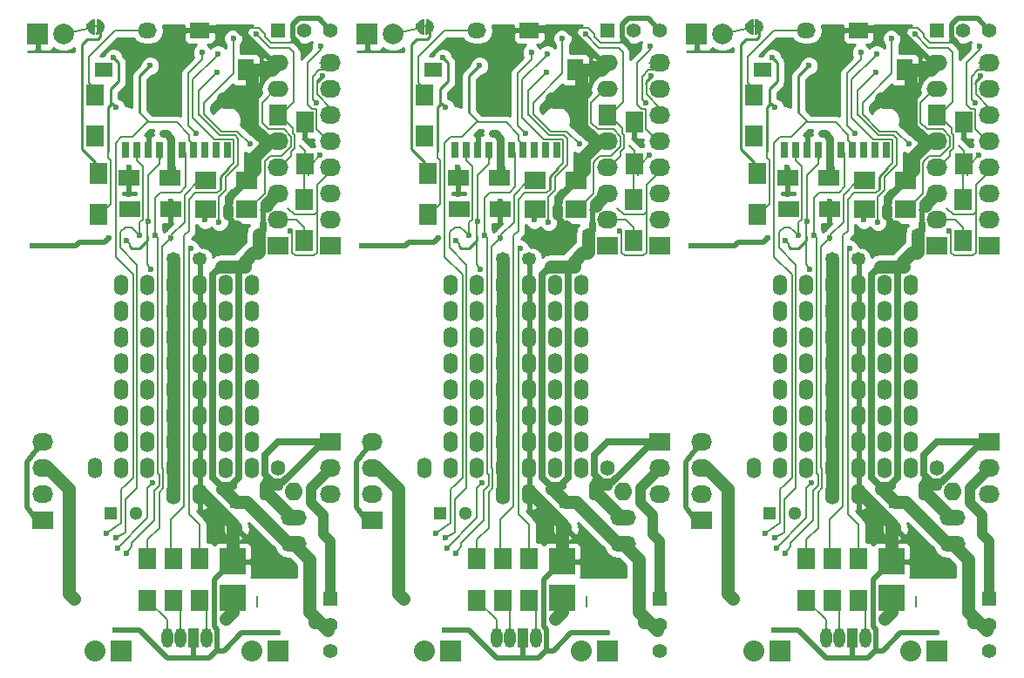
<source format=gbr>
G04 #@! TF.FileFunction,Copper,L2,Bot,Signal*
%FSLAX46Y46*%
G04 Gerber Fmt 4.6, Leading zero omitted, Abs format (unit mm)*
G04 Created by KiCad (PCBNEW 4.0.2-4+6225~38~ubuntu15.04.1-stable) date 2016年04月18日 00時15分29秒*
%MOMM*%
G01*
G04 APERTURE LIST*
%ADD10C,0.100000*%
%ADD11C,0.010000*%
%ADD12O,1.400000X2.000000*%
%ADD13O,1.400000X1.270000*%
%ADD14R,2.032000X1.727200*%
%ADD15O,2.032000X1.727200*%
%ADD16O,1.400000X1.524000*%
%ADD17R,1.600200X1.998980*%
%ADD18R,0.701040X1.600200*%
%ADD19R,1.800000X1.400000*%
%ADD20R,2.000000X1.600000*%
%ADD21C,1.300000*%
%ADD22R,1.300000X1.300000*%
%ADD23R,2.000000X2.000000*%
%ADD24C,2.000000*%
%ADD25O,1.117600X1.905000*%
%ADD26R,1.117600X1.905000*%
%ADD27R,1.727200X2.032000*%
%ADD28O,2.032000X1.524000*%
%ADD29R,0.800000X0.600000*%
%ADD30R,2.032000X2.032000*%
%ADD31O,2.032000X2.032000*%
%ADD32R,2.000000X1.700000*%
%ADD33R,1.700000X2.000000*%
%ADD34R,1.824000X1.524000*%
%ADD35O,1.824000X1.524000*%
%ADD36R,1.397000X1.397000*%
%ADD37C,1.397000*%
%ADD38O,2.499360X1.501140*%
%ADD39O,1.778000X1.778000*%
%ADD40R,2.500000X2.500000*%
%ADD41C,0.600000*%
%ADD42C,0.127000*%
%ADD43C,0.203200*%
%ADD44C,0.762000*%
%ADD45C,1.270000*%
%ADD46C,0.635000*%
%ADD47C,0.508000*%
%ADD48C,0.250000*%
%ADD49C,1.016000*%
%ADD50C,0.254000*%
G04 APERTURE END LIST*
D10*
D11*
G36*
X94786676Y-57984181D02*
X94786618Y-58056866D01*
X94786451Y-58136483D01*
X94786186Y-58220823D01*
X94785833Y-58307677D01*
X94785405Y-58394837D01*
X94784910Y-58480093D01*
X94784359Y-58561238D01*
X94783764Y-58636062D01*
X94783302Y-58685950D01*
X94779932Y-59025040D01*
X94807436Y-59024186D01*
X94827826Y-59023313D01*
X94847845Y-59022084D01*
X94855260Y-59021488D01*
X94898578Y-59015319D01*
X94946954Y-59004674D01*
X94996895Y-58990558D01*
X95044904Y-58973977D01*
X95087487Y-58955939D01*
X95094020Y-58952757D01*
X95167229Y-58910858D01*
X95233716Y-58861837D01*
X95293172Y-58806389D01*
X95345290Y-58745214D01*
X95389758Y-58679009D01*
X95426269Y-58608473D01*
X95454512Y-58534302D01*
X95474179Y-58457195D01*
X95484961Y-58377849D01*
X95486548Y-58296964D01*
X95478632Y-58215236D01*
X95460902Y-58133363D01*
X95459402Y-58128051D01*
X95447000Y-58091280D01*
X95429989Y-58049955D01*
X95410000Y-58007537D01*
X95388669Y-57967487D01*
X95367629Y-57933266D01*
X95366989Y-57932320D01*
X95315379Y-57865165D01*
X95257123Y-57805484D01*
X95192809Y-57753613D01*
X95123025Y-57709892D01*
X95048356Y-57674658D01*
X94969392Y-57648250D01*
X94886718Y-57631005D01*
X94833067Y-57625003D01*
X94786680Y-57621503D01*
X94786676Y-57984181D01*
X94786676Y-57984181D01*
G37*
X94786676Y-57984181D02*
X94786618Y-58056866D01*
X94786451Y-58136483D01*
X94786186Y-58220823D01*
X94785833Y-58307677D01*
X94785405Y-58394837D01*
X94784910Y-58480093D01*
X94784359Y-58561238D01*
X94783764Y-58636062D01*
X94783302Y-58685950D01*
X94779932Y-59025040D01*
X94807436Y-59024186D01*
X94827826Y-59023313D01*
X94847845Y-59022084D01*
X94855260Y-59021488D01*
X94898578Y-59015319D01*
X94946954Y-59004674D01*
X94996895Y-58990558D01*
X95044904Y-58973977D01*
X95087487Y-58955939D01*
X95094020Y-58952757D01*
X95167229Y-58910858D01*
X95233716Y-58861837D01*
X95293172Y-58806389D01*
X95345290Y-58745214D01*
X95389758Y-58679009D01*
X95426269Y-58608473D01*
X95454512Y-58534302D01*
X95474179Y-58457195D01*
X95484961Y-58377849D01*
X95486548Y-58296964D01*
X95478632Y-58215236D01*
X95460902Y-58133363D01*
X95459402Y-58128051D01*
X95447000Y-58091280D01*
X95429989Y-58049955D01*
X95410000Y-58007537D01*
X95388669Y-57967487D01*
X95367629Y-57933266D01*
X95366989Y-57932320D01*
X95315379Y-57865165D01*
X95257123Y-57805484D01*
X95192809Y-57753613D01*
X95123025Y-57709892D01*
X95048356Y-57674658D01*
X94969392Y-57648250D01*
X94886718Y-57631005D01*
X94833067Y-57625003D01*
X94786680Y-57621503D01*
X94786676Y-57984181D01*
G36*
X94526330Y-57625000D02*
X94442708Y-57636128D01*
X94362525Y-57656499D01*
X94286346Y-57685609D01*
X94214739Y-57722956D01*
X94148268Y-57768037D01*
X94087500Y-57820349D01*
X94033001Y-57879390D01*
X93985337Y-57944656D01*
X93945073Y-58015646D01*
X93912775Y-58091855D01*
X93889010Y-58172781D01*
X93884079Y-58195628D01*
X93878750Y-58232363D01*
X93875630Y-58275875D01*
X93874689Y-58323029D01*
X93875898Y-58370693D01*
X93879227Y-58415733D01*
X93884648Y-58455014D01*
X93886607Y-58464887D01*
X93909242Y-58546543D01*
X93940535Y-58623492D01*
X93979914Y-58695236D01*
X94026806Y-58761277D01*
X94080638Y-58821119D01*
X94140836Y-58874263D01*
X94206828Y-58920214D01*
X94278040Y-58958474D01*
X94353901Y-58988545D01*
X94433836Y-59009931D01*
X94517273Y-59022133D01*
X94529906Y-59023130D01*
X94580085Y-59026658D01*
X94576707Y-58686759D01*
X94576084Y-58617846D01*
X94575498Y-58540986D01*
X94574959Y-58458394D01*
X94574480Y-58372281D01*
X94574069Y-58284862D01*
X94573738Y-58198350D01*
X94573497Y-58114958D01*
X94573357Y-58036899D01*
X94573325Y-57984181D01*
X94573320Y-57621503D01*
X94526330Y-57625000D01*
X94526330Y-57625000D01*
G37*
X94526330Y-57625000D02*
X94442708Y-57636128D01*
X94362525Y-57656499D01*
X94286346Y-57685609D01*
X94214739Y-57722956D01*
X94148268Y-57768037D01*
X94087500Y-57820349D01*
X94033001Y-57879390D01*
X93985337Y-57944656D01*
X93945073Y-58015646D01*
X93912775Y-58091855D01*
X93889010Y-58172781D01*
X93884079Y-58195628D01*
X93878750Y-58232363D01*
X93875630Y-58275875D01*
X93874689Y-58323029D01*
X93875898Y-58370693D01*
X93879227Y-58415733D01*
X93884648Y-58455014D01*
X93886607Y-58464887D01*
X93909242Y-58546543D01*
X93940535Y-58623492D01*
X93979914Y-58695236D01*
X94026806Y-58761277D01*
X94080638Y-58821119D01*
X94140836Y-58874263D01*
X94206828Y-58920214D01*
X94278040Y-58958474D01*
X94353901Y-58988545D01*
X94433836Y-59009931D01*
X94517273Y-59022133D01*
X94529906Y-59023130D01*
X94580085Y-59026658D01*
X94576707Y-58686759D01*
X94576084Y-58617846D01*
X94575498Y-58540986D01*
X94574959Y-58458394D01*
X94574480Y-58372281D01*
X94574069Y-58284862D01*
X94573738Y-58198350D01*
X94573497Y-58114958D01*
X94573357Y-58036899D01*
X94573325Y-57984181D01*
X94573320Y-57621503D01*
X94526330Y-57625000D01*
G36*
X126786676Y-57984181D02*
X126786618Y-58056866D01*
X126786451Y-58136483D01*
X126786186Y-58220823D01*
X126785833Y-58307677D01*
X126785405Y-58394837D01*
X126784910Y-58480093D01*
X126784359Y-58561238D01*
X126783764Y-58636062D01*
X126783302Y-58685950D01*
X126779932Y-59025040D01*
X126807436Y-59024186D01*
X126827826Y-59023313D01*
X126847845Y-59022084D01*
X126855260Y-59021488D01*
X126898578Y-59015319D01*
X126946954Y-59004674D01*
X126996895Y-58990558D01*
X127044904Y-58973977D01*
X127087487Y-58955939D01*
X127094020Y-58952757D01*
X127167229Y-58910858D01*
X127233716Y-58861837D01*
X127293172Y-58806389D01*
X127345290Y-58745214D01*
X127389758Y-58679009D01*
X127426269Y-58608473D01*
X127454512Y-58534302D01*
X127474179Y-58457195D01*
X127484961Y-58377849D01*
X127486548Y-58296964D01*
X127478632Y-58215236D01*
X127460902Y-58133363D01*
X127459402Y-58128051D01*
X127447000Y-58091280D01*
X127429989Y-58049955D01*
X127410000Y-58007537D01*
X127388669Y-57967487D01*
X127367629Y-57933266D01*
X127366989Y-57932320D01*
X127315379Y-57865165D01*
X127257123Y-57805484D01*
X127192809Y-57753613D01*
X127123025Y-57709892D01*
X127048356Y-57674658D01*
X126969392Y-57648250D01*
X126886718Y-57631005D01*
X126833067Y-57625003D01*
X126786680Y-57621503D01*
X126786676Y-57984181D01*
X126786676Y-57984181D01*
G37*
X126786676Y-57984181D02*
X126786618Y-58056866D01*
X126786451Y-58136483D01*
X126786186Y-58220823D01*
X126785833Y-58307677D01*
X126785405Y-58394837D01*
X126784910Y-58480093D01*
X126784359Y-58561238D01*
X126783764Y-58636062D01*
X126783302Y-58685950D01*
X126779932Y-59025040D01*
X126807436Y-59024186D01*
X126827826Y-59023313D01*
X126847845Y-59022084D01*
X126855260Y-59021488D01*
X126898578Y-59015319D01*
X126946954Y-59004674D01*
X126996895Y-58990558D01*
X127044904Y-58973977D01*
X127087487Y-58955939D01*
X127094020Y-58952757D01*
X127167229Y-58910858D01*
X127233716Y-58861837D01*
X127293172Y-58806389D01*
X127345290Y-58745214D01*
X127389758Y-58679009D01*
X127426269Y-58608473D01*
X127454512Y-58534302D01*
X127474179Y-58457195D01*
X127484961Y-58377849D01*
X127486548Y-58296964D01*
X127478632Y-58215236D01*
X127460902Y-58133363D01*
X127459402Y-58128051D01*
X127447000Y-58091280D01*
X127429989Y-58049955D01*
X127410000Y-58007537D01*
X127388669Y-57967487D01*
X127367629Y-57933266D01*
X127366989Y-57932320D01*
X127315379Y-57865165D01*
X127257123Y-57805484D01*
X127192809Y-57753613D01*
X127123025Y-57709892D01*
X127048356Y-57674658D01*
X126969392Y-57648250D01*
X126886718Y-57631005D01*
X126833067Y-57625003D01*
X126786680Y-57621503D01*
X126786676Y-57984181D01*
G36*
X126526330Y-57625000D02*
X126442708Y-57636128D01*
X126362525Y-57656499D01*
X126286346Y-57685609D01*
X126214739Y-57722956D01*
X126148268Y-57768037D01*
X126087500Y-57820349D01*
X126033001Y-57879390D01*
X125985337Y-57944656D01*
X125945073Y-58015646D01*
X125912775Y-58091855D01*
X125889010Y-58172781D01*
X125884079Y-58195628D01*
X125878750Y-58232363D01*
X125875630Y-58275875D01*
X125874689Y-58323029D01*
X125875898Y-58370693D01*
X125879227Y-58415733D01*
X125884648Y-58455014D01*
X125886607Y-58464887D01*
X125909242Y-58546543D01*
X125940535Y-58623492D01*
X125979914Y-58695236D01*
X126026806Y-58761277D01*
X126080638Y-58821119D01*
X126140836Y-58874263D01*
X126206828Y-58920214D01*
X126278040Y-58958474D01*
X126353901Y-58988545D01*
X126433836Y-59009931D01*
X126517273Y-59022133D01*
X126529906Y-59023130D01*
X126580085Y-59026658D01*
X126576707Y-58686759D01*
X126576084Y-58617846D01*
X126575498Y-58540986D01*
X126574959Y-58458394D01*
X126574480Y-58372281D01*
X126574069Y-58284862D01*
X126573738Y-58198350D01*
X126573497Y-58114958D01*
X126573357Y-58036899D01*
X126573325Y-57984181D01*
X126573320Y-57621503D01*
X126526330Y-57625000D01*
X126526330Y-57625000D01*
G37*
X126526330Y-57625000D02*
X126442708Y-57636128D01*
X126362525Y-57656499D01*
X126286346Y-57685609D01*
X126214739Y-57722956D01*
X126148268Y-57768037D01*
X126087500Y-57820349D01*
X126033001Y-57879390D01*
X125985337Y-57944656D01*
X125945073Y-58015646D01*
X125912775Y-58091855D01*
X125889010Y-58172781D01*
X125884079Y-58195628D01*
X125878750Y-58232363D01*
X125875630Y-58275875D01*
X125874689Y-58323029D01*
X125875898Y-58370693D01*
X125879227Y-58415733D01*
X125884648Y-58455014D01*
X125886607Y-58464887D01*
X125909242Y-58546543D01*
X125940535Y-58623492D01*
X125979914Y-58695236D01*
X126026806Y-58761277D01*
X126080638Y-58821119D01*
X126140836Y-58874263D01*
X126206828Y-58920214D01*
X126278040Y-58958474D01*
X126353901Y-58988545D01*
X126433836Y-59009931D01*
X126517273Y-59022133D01*
X126529906Y-59023130D01*
X126580085Y-59026658D01*
X126576707Y-58686759D01*
X126576084Y-58617846D01*
X126575498Y-58540986D01*
X126574959Y-58458394D01*
X126574480Y-58372281D01*
X126574069Y-58284862D01*
X126573738Y-58198350D01*
X126573497Y-58114958D01*
X126573357Y-58036899D01*
X126573325Y-57984181D01*
X126573320Y-57621503D01*
X126526330Y-57625000D01*
G36*
X158786676Y-57984181D02*
X158786618Y-58056866D01*
X158786451Y-58136483D01*
X158786186Y-58220823D01*
X158785833Y-58307677D01*
X158785405Y-58394837D01*
X158784910Y-58480093D01*
X158784359Y-58561238D01*
X158783764Y-58636062D01*
X158783302Y-58685950D01*
X158779932Y-59025040D01*
X158807436Y-59024186D01*
X158827826Y-59023313D01*
X158847845Y-59022084D01*
X158855260Y-59021488D01*
X158898578Y-59015319D01*
X158946954Y-59004674D01*
X158996895Y-58990558D01*
X159044904Y-58973977D01*
X159087487Y-58955939D01*
X159094020Y-58952757D01*
X159167229Y-58910858D01*
X159233716Y-58861837D01*
X159293172Y-58806389D01*
X159345290Y-58745214D01*
X159389758Y-58679009D01*
X159426269Y-58608473D01*
X159454512Y-58534302D01*
X159474179Y-58457195D01*
X159484961Y-58377849D01*
X159486548Y-58296964D01*
X159478632Y-58215236D01*
X159460902Y-58133363D01*
X159459402Y-58128051D01*
X159447000Y-58091280D01*
X159429989Y-58049955D01*
X159410000Y-58007537D01*
X159388669Y-57967487D01*
X159367629Y-57933266D01*
X159366989Y-57932320D01*
X159315379Y-57865165D01*
X159257123Y-57805484D01*
X159192809Y-57753613D01*
X159123025Y-57709892D01*
X159048356Y-57674658D01*
X158969392Y-57648250D01*
X158886718Y-57631005D01*
X158833067Y-57625003D01*
X158786680Y-57621503D01*
X158786676Y-57984181D01*
X158786676Y-57984181D01*
G37*
X158786676Y-57984181D02*
X158786618Y-58056866D01*
X158786451Y-58136483D01*
X158786186Y-58220823D01*
X158785833Y-58307677D01*
X158785405Y-58394837D01*
X158784910Y-58480093D01*
X158784359Y-58561238D01*
X158783764Y-58636062D01*
X158783302Y-58685950D01*
X158779932Y-59025040D01*
X158807436Y-59024186D01*
X158827826Y-59023313D01*
X158847845Y-59022084D01*
X158855260Y-59021488D01*
X158898578Y-59015319D01*
X158946954Y-59004674D01*
X158996895Y-58990558D01*
X159044904Y-58973977D01*
X159087487Y-58955939D01*
X159094020Y-58952757D01*
X159167229Y-58910858D01*
X159233716Y-58861837D01*
X159293172Y-58806389D01*
X159345290Y-58745214D01*
X159389758Y-58679009D01*
X159426269Y-58608473D01*
X159454512Y-58534302D01*
X159474179Y-58457195D01*
X159484961Y-58377849D01*
X159486548Y-58296964D01*
X159478632Y-58215236D01*
X159460902Y-58133363D01*
X159459402Y-58128051D01*
X159447000Y-58091280D01*
X159429989Y-58049955D01*
X159410000Y-58007537D01*
X159388669Y-57967487D01*
X159367629Y-57933266D01*
X159366989Y-57932320D01*
X159315379Y-57865165D01*
X159257123Y-57805484D01*
X159192809Y-57753613D01*
X159123025Y-57709892D01*
X159048356Y-57674658D01*
X158969392Y-57648250D01*
X158886718Y-57631005D01*
X158833067Y-57625003D01*
X158786680Y-57621503D01*
X158786676Y-57984181D01*
G36*
X158526330Y-57625000D02*
X158442708Y-57636128D01*
X158362525Y-57656499D01*
X158286346Y-57685609D01*
X158214739Y-57722956D01*
X158148268Y-57768037D01*
X158087500Y-57820349D01*
X158033001Y-57879390D01*
X157985337Y-57944656D01*
X157945073Y-58015646D01*
X157912775Y-58091855D01*
X157889010Y-58172781D01*
X157884079Y-58195628D01*
X157878750Y-58232363D01*
X157875630Y-58275875D01*
X157874689Y-58323029D01*
X157875898Y-58370693D01*
X157879227Y-58415733D01*
X157884648Y-58455014D01*
X157886607Y-58464887D01*
X157909242Y-58546543D01*
X157940535Y-58623492D01*
X157979914Y-58695236D01*
X158026806Y-58761277D01*
X158080638Y-58821119D01*
X158140836Y-58874263D01*
X158206828Y-58920214D01*
X158278040Y-58958474D01*
X158353901Y-58988545D01*
X158433836Y-59009931D01*
X158517273Y-59022133D01*
X158529906Y-59023130D01*
X158580085Y-59026658D01*
X158576707Y-58686759D01*
X158576084Y-58617846D01*
X158575498Y-58540986D01*
X158574959Y-58458394D01*
X158574480Y-58372281D01*
X158574069Y-58284862D01*
X158573738Y-58198350D01*
X158573497Y-58114958D01*
X158573357Y-58036899D01*
X158573325Y-57984181D01*
X158573320Y-57621503D01*
X158526330Y-57625000D01*
X158526330Y-57625000D01*
G37*
X158526330Y-57625000D02*
X158442708Y-57636128D01*
X158362525Y-57656499D01*
X158286346Y-57685609D01*
X158214739Y-57722956D01*
X158148268Y-57768037D01*
X158087500Y-57820349D01*
X158033001Y-57879390D01*
X157985337Y-57944656D01*
X157945073Y-58015646D01*
X157912775Y-58091855D01*
X157889010Y-58172781D01*
X157884079Y-58195628D01*
X157878750Y-58232363D01*
X157875630Y-58275875D01*
X157874689Y-58323029D01*
X157875898Y-58370693D01*
X157879227Y-58415733D01*
X157884648Y-58455014D01*
X157886607Y-58464887D01*
X157909242Y-58546543D01*
X157940535Y-58623492D01*
X157979914Y-58695236D01*
X158026806Y-58761277D01*
X158080638Y-58821119D01*
X158140836Y-58874263D01*
X158206828Y-58920214D01*
X158278040Y-58958474D01*
X158353901Y-58988545D01*
X158433836Y-59009931D01*
X158517273Y-59022133D01*
X158529906Y-59023130D01*
X158580085Y-59026658D01*
X158576707Y-58686759D01*
X158576084Y-58617846D01*
X158575498Y-58540986D01*
X158574959Y-58458394D01*
X158574480Y-58372281D01*
X158574069Y-58284862D01*
X158573738Y-58198350D01*
X158573497Y-58114958D01*
X158573357Y-58036899D01*
X158573325Y-57984181D01*
X158573320Y-57621503D01*
X158526330Y-57625000D01*
D12*
X104840000Y-103790000D03*
X104840000Y-101250000D03*
X104840000Y-98710000D03*
X104840000Y-96170000D03*
X104840000Y-93630000D03*
X104840000Y-91090000D03*
X104840000Y-88550000D03*
X104840000Y-86010000D03*
X104840000Y-83470000D03*
D13*
X104840000Y-80930000D03*
D14*
X89600000Y-106330000D03*
D15*
X89600000Y-103790000D03*
X89600000Y-101250000D03*
X89600000Y-98710000D03*
D12*
X94680000Y-101250000D03*
X97220000Y-101250000D03*
X109920000Y-101250000D03*
D16*
X112460000Y-101250000D03*
D12*
X107380000Y-98710000D03*
X109920000Y-98710000D03*
X107380000Y-101250000D03*
X109920000Y-101250000D03*
X107380000Y-96170000D03*
X109920000Y-96170000D03*
X107380000Y-93630000D03*
X109920000Y-93630000D03*
X107380000Y-83470000D03*
X109920000Y-83470000D03*
X107380000Y-86010000D03*
X109920000Y-86010000D03*
X107380000Y-91090000D03*
X109920000Y-91090000D03*
X107380000Y-88550000D03*
X109920000Y-88550000D03*
X97220000Y-88550000D03*
X99760000Y-88550000D03*
X97220000Y-91090000D03*
X99760000Y-91090000D03*
X97220000Y-86010000D03*
X99760000Y-86010000D03*
X97220000Y-83470000D03*
X99760000Y-83470000D03*
X97220000Y-93630000D03*
X99760000Y-93630000D03*
X97220000Y-96170000D03*
X99760000Y-96170000D03*
X97220000Y-101250000D03*
X99760000Y-101250000D03*
D17*
X109335000Y-62520000D03*
D18*
X107533740Y-70320100D03*
X106433920Y-70320100D03*
D19*
X95535000Y-62520000D03*
D18*
X98734820Y-70320100D03*
X99834640Y-70320100D03*
X100934460Y-70320100D03*
X102034280Y-70320100D03*
X103134100Y-70320100D03*
X104233920Y-70320100D03*
X105333740Y-70320100D03*
X97635000Y-70320100D03*
D20*
X101950500Y-73056000D03*
X97950500Y-73056000D03*
X98014000Y-76104000D03*
X102014000Y-76104000D03*
D21*
X98653200Y-105618800D03*
D22*
X96153200Y-105618800D03*
D23*
X89092000Y-59086000D03*
D24*
X91632000Y-59086000D03*
D25*
X105475000Y-117760000D03*
D26*
X104205000Y-117760000D03*
D25*
X102935000Y-117760000D03*
X101665000Y-117760000D03*
D27*
X112460000Y-66960000D03*
D28*
X112460000Y-64420000D03*
X112460000Y-61880000D03*
D29*
X94180000Y-58324000D03*
X95180000Y-58324000D03*
D14*
X117540000Y-79660000D03*
D15*
X117540000Y-77120000D03*
X117540000Y-74580000D03*
X117540000Y-72040000D03*
X117540000Y-69500000D03*
X117540000Y-66960000D03*
X117540000Y-64420000D03*
X117540000Y-61880000D03*
D14*
X112460000Y-79660000D03*
D15*
X112460000Y-77120000D03*
X112460000Y-74580000D03*
X112460000Y-72040000D03*
X112460000Y-69500000D03*
D30*
X112460000Y-119030000D03*
D31*
X109920000Y-119030000D03*
D30*
X97220000Y-119030000D03*
D31*
X94680000Y-119030000D03*
D14*
X117540000Y-98710000D03*
D15*
X117540000Y-101250000D03*
X117540000Y-103790000D03*
D32*
X109380000Y-73310000D03*
X105380000Y-73310000D03*
X105380000Y-76104000D03*
X109380000Y-76104000D03*
D33*
X94680000Y-64960000D03*
X94680000Y-68960000D03*
X95035600Y-72580000D03*
X95035600Y-76580000D03*
X102300000Y-114045000D03*
X102300000Y-110045000D03*
X99760000Y-114045000D03*
X99760000Y-110045000D03*
X104840000Y-114045000D03*
X104840000Y-110045000D03*
D34*
X104840000Y-58705000D03*
D35*
X99760000Y-58705000D03*
D36*
X112460000Y-58705000D03*
D37*
X115000000Y-58705000D03*
X117540000Y-58705000D03*
D36*
X117540000Y-113950000D03*
D37*
X117540000Y-116490000D03*
X117540000Y-119030000D03*
D38*
X113984000Y-106076000D03*
D39*
X113984000Y-103536000D03*
D38*
X113984000Y-108616000D03*
D12*
X97220000Y-98710000D03*
X99760000Y-98710000D03*
X102300000Y-103790000D03*
X102300000Y-101250000D03*
X102300000Y-98710000D03*
X102300000Y-96170000D03*
X102300000Y-93630000D03*
X102300000Y-91090000D03*
X102300000Y-88550000D03*
X102300000Y-86010000D03*
X102300000Y-83470000D03*
D13*
X102300000Y-80930000D03*
D33*
X115050800Y-67620400D03*
X115050800Y-71620400D03*
X115000000Y-79120000D03*
X115000000Y-75120000D03*
D21*
X108396000Y-107052000D03*
D22*
X108396000Y-104552000D03*
D40*
X108015000Y-113795000D03*
X108015000Y-110295000D03*
D12*
X136840000Y-103790000D03*
X136840000Y-101250000D03*
X136840000Y-98710000D03*
X136840000Y-96170000D03*
X136840000Y-93630000D03*
X136840000Y-91090000D03*
X136840000Y-88550000D03*
X136840000Y-86010000D03*
X136840000Y-83470000D03*
D13*
X136840000Y-80930000D03*
D14*
X121600000Y-106330000D03*
D15*
X121600000Y-103790000D03*
X121600000Y-101250000D03*
X121600000Y-98710000D03*
D12*
X126680000Y-101250000D03*
X129220000Y-101250000D03*
X141920000Y-101250000D03*
D16*
X144460000Y-101250000D03*
D12*
X139380000Y-98710000D03*
X141920000Y-98710000D03*
X139380000Y-101250000D03*
X141920000Y-101250000D03*
X139380000Y-96170000D03*
X141920000Y-96170000D03*
X139380000Y-93630000D03*
X141920000Y-93630000D03*
X139380000Y-83470000D03*
X141920000Y-83470000D03*
X139380000Y-86010000D03*
X141920000Y-86010000D03*
X139380000Y-91090000D03*
X141920000Y-91090000D03*
X139380000Y-88550000D03*
X141920000Y-88550000D03*
X129220000Y-88550000D03*
X131760000Y-88550000D03*
X129220000Y-91090000D03*
X131760000Y-91090000D03*
X129220000Y-86010000D03*
X131760000Y-86010000D03*
X129220000Y-83470000D03*
X131760000Y-83470000D03*
X129220000Y-93630000D03*
X131760000Y-93630000D03*
X129220000Y-96170000D03*
X131760000Y-96170000D03*
X129220000Y-101250000D03*
X131760000Y-101250000D03*
D17*
X141335000Y-62520000D03*
D18*
X139533740Y-70320100D03*
X138433920Y-70320100D03*
D19*
X127535000Y-62520000D03*
D18*
X130734820Y-70320100D03*
X131834640Y-70320100D03*
X132934460Y-70320100D03*
X134034280Y-70320100D03*
X135134100Y-70320100D03*
X136233920Y-70320100D03*
X137333740Y-70320100D03*
X129635000Y-70320100D03*
D20*
X133950500Y-73056000D03*
X129950500Y-73056000D03*
X130014000Y-76104000D03*
X134014000Y-76104000D03*
D21*
X130653200Y-105618800D03*
D22*
X128153200Y-105618800D03*
D23*
X121092000Y-59086000D03*
D24*
X123632000Y-59086000D03*
D25*
X137475000Y-117760000D03*
D26*
X136205000Y-117760000D03*
D25*
X134935000Y-117760000D03*
X133665000Y-117760000D03*
D27*
X144460000Y-66960000D03*
D28*
X144460000Y-64420000D03*
X144460000Y-61880000D03*
D29*
X126180000Y-58324000D03*
X127180000Y-58324000D03*
D14*
X149540000Y-79660000D03*
D15*
X149540000Y-77120000D03*
X149540000Y-74580000D03*
X149540000Y-72040000D03*
X149540000Y-69500000D03*
X149540000Y-66960000D03*
X149540000Y-64420000D03*
X149540000Y-61880000D03*
D14*
X144460000Y-79660000D03*
D15*
X144460000Y-77120000D03*
X144460000Y-74580000D03*
X144460000Y-72040000D03*
X144460000Y-69500000D03*
D30*
X144460000Y-119030000D03*
D31*
X141920000Y-119030000D03*
D30*
X129220000Y-119030000D03*
D31*
X126680000Y-119030000D03*
D14*
X149540000Y-98710000D03*
D15*
X149540000Y-101250000D03*
X149540000Y-103790000D03*
D32*
X141380000Y-73310000D03*
X137380000Y-73310000D03*
X137380000Y-76104000D03*
X141380000Y-76104000D03*
D33*
X126680000Y-64960000D03*
X126680000Y-68960000D03*
X127035600Y-72580000D03*
X127035600Y-76580000D03*
X134300000Y-114045000D03*
X134300000Y-110045000D03*
X131760000Y-114045000D03*
X131760000Y-110045000D03*
X136840000Y-114045000D03*
X136840000Y-110045000D03*
D34*
X136840000Y-58705000D03*
D35*
X131760000Y-58705000D03*
D36*
X144460000Y-58705000D03*
D37*
X147000000Y-58705000D03*
X149540000Y-58705000D03*
D36*
X149540000Y-113950000D03*
D37*
X149540000Y-116490000D03*
X149540000Y-119030000D03*
D38*
X145984000Y-106076000D03*
D39*
X145984000Y-103536000D03*
D38*
X145984000Y-108616000D03*
D12*
X129220000Y-98710000D03*
X131760000Y-98710000D03*
X134300000Y-103790000D03*
X134300000Y-101250000D03*
X134300000Y-98710000D03*
X134300000Y-96170000D03*
X134300000Y-93630000D03*
X134300000Y-91090000D03*
X134300000Y-88550000D03*
X134300000Y-86010000D03*
X134300000Y-83470000D03*
D13*
X134300000Y-80930000D03*
D33*
X147050800Y-67620400D03*
X147050800Y-71620400D03*
X147000000Y-79120000D03*
X147000000Y-75120000D03*
D21*
X140396000Y-107052000D03*
D22*
X140396000Y-104552000D03*
D40*
X140015000Y-113795000D03*
X140015000Y-110295000D03*
D12*
X168840000Y-103790000D03*
X168840000Y-101250000D03*
X168840000Y-98710000D03*
X168840000Y-96170000D03*
X168840000Y-93630000D03*
X168840000Y-91090000D03*
X168840000Y-88550000D03*
X168840000Y-86010000D03*
X168840000Y-83470000D03*
D13*
X168840000Y-80930000D03*
D14*
X153600000Y-106330000D03*
D15*
X153600000Y-103790000D03*
X153600000Y-101250000D03*
X153600000Y-98710000D03*
D12*
X158680000Y-101250000D03*
X161220000Y-101250000D03*
X173920000Y-101250000D03*
D16*
X176460000Y-101250000D03*
D12*
X171380000Y-98710000D03*
X173920000Y-98710000D03*
X171380000Y-101250000D03*
X173920000Y-101250000D03*
X171380000Y-96170000D03*
X173920000Y-96170000D03*
X171380000Y-93630000D03*
X173920000Y-93630000D03*
X171380000Y-83470000D03*
X173920000Y-83470000D03*
X171380000Y-86010000D03*
X173920000Y-86010000D03*
X171380000Y-91090000D03*
X173920000Y-91090000D03*
X171380000Y-88550000D03*
X173920000Y-88550000D03*
X161220000Y-88550000D03*
X163760000Y-88550000D03*
X161220000Y-91090000D03*
X163760000Y-91090000D03*
X161220000Y-86010000D03*
X163760000Y-86010000D03*
X161220000Y-83470000D03*
X163760000Y-83470000D03*
X161220000Y-93630000D03*
X163760000Y-93630000D03*
X161220000Y-96170000D03*
X163760000Y-96170000D03*
X161220000Y-101250000D03*
X163760000Y-101250000D03*
D17*
X173335000Y-62520000D03*
D18*
X171533740Y-70320100D03*
X170433920Y-70320100D03*
D19*
X159535000Y-62520000D03*
D18*
X162734820Y-70320100D03*
X163834640Y-70320100D03*
X164934460Y-70320100D03*
X166034280Y-70320100D03*
X167134100Y-70320100D03*
X168233920Y-70320100D03*
X169333740Y-70320100D03*
X161635000Y-70320100D03*
D20*
X165950500Y-73056000D03*
X161950500Y-73056000D03*
X162014000Y-76104000D03*
X166014000Y-76104000D03*
D21*
X162653200Y-105618800D03*
D22*
X160153200Y-105618800D03*
D23*
X153092000Y-59086000D03*
D24*
X155632000Y-59086000D03*
D25*
X169475000Y-117760000D03*
D26*
X168205000Y-117760000D03*
D25*
X166935000Y-117760000D03*
X165665000Y-117760000D03*
D27*
X176460000Y-66960000D03*
D28*
X176460000Y-64420000D03*
X176460000Y-61880000D03*
D29*
X158180000Y-58324000D03*
X159180000Y-58324000D03*
D14*
X181540000Y-79660000D03*
D15*
X181540000Y-77120000D03*
X181540000Y-74580000D03*
X181540000Y-72040000D03*
X181540000Y-69500000D03*
X181540000Y-66960000D03*
X181540000Y-64420000D03*
X181540000Y-61880000D03*
D14*
X176460000Y-79660000D03*
D15*
X176460000Y-77120000D03*
X176460000Y-74580000D03*
X176460000Y-72040000D03*
X176460000Y-69500000D03*
D30*
X176460000Y-119030000D03*
D31*
X173920000Y-119030000D03*
D30*
X161220000Y-119030000D03*
D31*
X158680000Y-119030000D03*
D14*
X181540000Y-98710000D03*
D15*
X181540000Y-101250000D03*
X181540000Y-103790000D03*
D32*
X173380000Y-73310000D03*
X169380000Y-73310000D03*
X169380000Y-76104000D03*
X173380000Y-76104000D03*
D33*
X158680000Y-64960000D03*
X158680000Y-68960000D03*
X159035600Y-72580000D03*
X159035600Y-76580000D03*
X166300000Y-114045000D03*
X166300000Y-110045000D03*
X163760000Y-114045000D03*
X163760000Y-110045000D03*
X168840000Y-114045000D03*
X168840000Y-110045000D03*
D34*
X168840000Y-58705000D03*
D35*
X163760000Y-58705000D03*
D36*
X176460000Y-58705000D03*
D37*
X179000000Y-58705000D03*
X181540000Y-58705000D03*
D36*
X181540000Y-113950000D03*
D37*
X181540000Y-116490000D03*
X181540000Y-119030000D03*
D38*
X177984000Y-106076000D03*
D39*
X177984000Y-103536000D03*
D38*
X177984000Y-108616000D03*
D12*
X161220000Y-98710000D03*
X163760000Y-98710000D03*
X166300000Y-103790000D03*
X166300000Y-101250000D03*
X166300000Y-98710000D03*
X166300000Y-96170000D03*
X166300000Y-93630000D03*
X166300000Y-91090000D03*
X166300000Y-88550000D03*
X166300000Y-86010000D03*
X166300000Y-83470000D03*
D13*
X166300000Y-80930000D03*
D33*
X179050800Y-67620400D03*
X179050800Y-71620400D03*
X179000000Y-79120000D03*
X179000000Y-75120000D03*
D21*
X172396000Y-107052000D03*
D22*
X172396000Y-104552000D03*
D40*
X172015000Y-113795000D03*
X172015000Y-110295000D03*
D41*
X101284000Y-68738000D03*
X110301000Y-59086000D03*
X102204500Y-72802000D03*
X98014000Y-76104000D03*
X94680000Y-68738000D03*
X133284000Y-68738000D03*
X142301000Y-59086000D03*
X134204500Y-72802000D03*
X130014000Y-76104000D03*
X126680000Y-68738000D03*
X165284000Y-68738000D03*
X174301000Y-59086000D03*
X166204500Y-72802000D03*
X162014000Y-76104000D03*
X158680000Y-68738000D03*
X112460000Y-117252000D03*
X96585000Y-116998000D03*
X106914802Y-78890002D03*
X115050800Y-67925200D03*
X108042288Y-74463892D03*
X102046000Y-75278500D03*
X97982000Y-74643500D03*
X99823500Y-70389000D03*
X97918500Y-72040000D03*
X106999000Y-65563000D03*
X144460000Y-117252000D03*
X128585000Y-116998000D03*
X138914802Y-78890002D03*
X147050800Y-67925200D03*
X140042288Y-74463892D03*
X134046000Y-75278500D03*
X129982000Y-74643500D03*
X131823500Y-70389000D03*
X129918500Y-72040000D03*
X138999000Y-65563000D03*
X176460000Y-117252000D03*
X160585000Y-116998000D03*
X170914802Y-78890002D03*
X179050800Y-67925200D03*
X172042288Y-74463892D03*
X166046000Y-75278500D03*
X161982000Y-74643500D03*
X163823500Y-70389000D03*
X161918500Y-72040000D03*
X170999000Y-65563000D03*
X116166882Y-65717690D03*
X96458000Y-61372000D03*
X96712000Y-66198000D03*
X148166882Y-65717690D03*
X128458000Y-61372000D03*
X128712000Y-66198000D03*
X180166882Y-65717690D03*
X160458000Y-61372000D03*
X160712000Y-66198000D03*
X92648000Y-113950000D03*
X117540000Y-113950000D03*
X124648000Y-113950000D03*
X149540000Y-113950000D03*
X156648000Y-113950000D03*
X181540000Y-113950000D03*
X96712000Y-107955600D03*
X98998000Y-78644000D03*
X128712000Y-107955600D03*
X130998000Y-78644000D03*
X160712000Y-107955600D03*
X162998000Y-78644000D03*
X97728000Y-109530400D03*
X103112800Y-70465200D03*
X100522000Y-78644000D03*
X129728000Y-109530400D03*
X135112800Y-70465200D03*
X132522000Y-78644000D03*
X161728000Y-109530400D03*
X167112800Y-70465200D03*
X164522000Y-78644000D03*
X95797600Y-107600000D03*
X100014000Y-62134000D03*
X116714500Y-63150000D03*
X127797600Y-107600000D03*
X132014000Y-62134000D03*
X148714500Y-63150000D03*
X159797600Y-107600000D03*
X164014000Y-62134000D03*
X180714500Y-63150000D03*
X103951000Y-79914000D03*
X113628400Y-78186800D03*
X135951000Y-79914000D03*
X145628400Y-78186800D03*
X167951000Y-79914000D03*
X177628400Y-78186800D03*
X106618000Y-60991000D03*
X116587500Y-60229000D03*
X138618000Y-60991000D03*
X148587500Y-60229000D03*
X170618000Y-60991000D03*
X180587500Y-60229000D03*
X106719600Y-77323200D03*
X106491000Y-62769000D03*
X138719600Y-77323200D03*
X138491000Y-62769000D03*
X170719600Y-77323200D03*
X170491000Y-62769000D03*
X105348000Y-77120000D03*
X137348000Y-77120000D03*
X169348000Y-77120000D03*
X96003998Y-78834500D03*
X88584000Y-79660000D03*
X128003998Y-78834500D03*
X120584000Y-79660000D03*
X160003998Y-78834500D03*
X152584000Y-79660000D03*
X108078500Y-59467000D03*
X109729500Y-69754000D03*
X140078500Y-59467000D03*
X141729500Y-69754000D03*
X172078500Y-59467000D03*
X173729500Y-69754000D03*
X96864400Y-109022400D03*
X100268000Y-102647000D03*
X100115600Y-81895200D03*
X99861600Y-77221600D03*
X97728000Y-79152000D03*
X128864400Y-109022400D03*
X132268000Y-102647000D03*
X132115600Y-81895200D03*
X131861600Y-77221600D03*
X129728000Y-79152000D03*
X160864400Y-109022400D03*
X164268000Y-102647000D03*
X164115600Y-81895200D03*
X163861600Y-77221600D03*
X161728000Y-79152000D03*
X102046000Y-78898000D03*
X134046000Y-78898000D03*
X166046000Y-78898000D03*
X105043200Y-60864000D03*
X104484400Y-68687200D03*
X116524000Y-70820800D03*
X137043200Y-60864000D03*
X136484400Y-68687200D03*
X148524000Y-70820800D03*
X169043200Y-60864000D03*
X168484400Y-68687200D03*
X180524000Y-70820800D03*
X107380000Y-115855000D03*
X139380000Y-115855000D03*
X171380000Y-115855000D03*
D42*
X115508000Y-72675000D02*
X115381000Y-72802000D01*
D43*
X110428000Y-113664000D02*
X110428000Y-114661200D01*
D42*
X147508000Y-72675000D02*
X147381000Y-72802000D01*
D43*
X142428000Y-113664000D02*
X142428000Y-114661200D01*
D42*
X179508000Y-72675000D02*
X179381000Y-72802000D01*
D43*
X174428000Y-113664000D02*
X174428000Y-114661200D01*
D44*
X102034280Y-70320100D02*
X102034280Y-69183480D01*
X101588800Y-68738000D02*
X101284000Y-68738000D01*
X102034280Y-69183480D02*
X101588800Y-68738000D01*
X102034280Y-70320100D02*
X102034280Y-72972220D01*
X102034280Y-72972220D02*
X101950500Y-73056000D01*
D45*
X102300000Y-103790000D02*
X102300000Y-81009398D01*
X102300000Y-81009398D02*
X102300000Y-80930000D01*
X113984000Y-106076000D02*
X113831600Y-106076000D01*
X113831600Y-106076000D02*
X111374400Y-103618800D01*
X111374400Y-103618800D02*
X111291600Y-103618800D01*
D44*
X111952000Y-102958400D02*
X112492000Y-102958400D01*
X112492000Y-102958400D02*
X112510800Y-102977200D01*
X111291600Y-102520000D02*
X111291600Y-103618800D01*
X111291600Y-103618800D02*
X110986800Y-103923600D01*
X110986800Y-103923600D02*
X110986800Y-102824800D01*
X111291600Y-102520000D02*
X111291600Y-102418400D01*
X110986800Y-102824800D02*
X111291600Y-102520000D01*
X111952000Y-102570800D02*
X111952000Y-102958400D01*
X111952000Y-102958400D02*
X110986800Y-103923600D01*
D46*
X117540000Y-98710000D02*
X112460000Y-98710000D01*
X113323600Y-102266000D02*
X116879600Y-98710000D01*
X113222000Y-102266000D02*
X113323600Y-102266000D01*
X112917200Y-102570800D02*
X113222000Y-102266000D01*
X111952000Y-102570800D02*
X112917200Y-102570800D01*
X111190000Y-101808800D02*
X111952000Y-102570800D01*
X111190000Y-99980000D02*
X111190000Y-101808800D01*
X112460000Y-98710000D02*
X111190000Y-99980000D01*
D45*
X117540000Y-98710000D02*
X117470831Y-98710000D01*
D42*
X113857000Y-68688163D02*
X114066521Y-68897684D01*
D43*
X112612400Y-72040000D02*
X113730000Y-70922400D01*
X113857000Y-68204600D02*
X113857000Y-68396259D01*
X112612400Y-66960000D02*
X113857000Y-68204600D01*
D42*
X113730000Y-70438836D02*
X113730000Y-70922400D01*
X114066521Y-70102316D02*
X113730000Y-70438836D01*
X114066521Y-68897684D02*
X114066521Y-70102316D01*
X113857000Y-68396259D02*
X113857000Y-68688163D01*
D43*
X112460000Y-66960000D02*
X112612400Y-66960000D01*
X112460000Y-72040000D02*
X112612400Y-72040000D01*
D42*
X113984000Y-60864000D02*
X113539500Y-60419500D01*
X113539500Y-60419500D02*
X111634500Y-60419500D01*
X111634500Y-60419500D02*
X110301000Y-59086000D01*
X113984000Y-61181500D02*
X113984000Y-60864000D01*
X112460000Y-66960000D02*
X112714000Y-66960000D01*
X112714000Y-66960000D02*
X113984000Y-65690000D01*
X113984000Y-65690000D02*
X113984000Y-61181500D01*
X113984000Y-61181500D02*
X113984000Y-61118000D01*
D47*
X89600000Y-106330000D02*
X88965000Y-106330000D01*
X88965000Y-106330000D02*
X88050600Y-105060000D01*
X88050600Y-105060000D02*
X88050600Y-100615000D01*
X88050600Y-100615000D02*
X89600000Y-98710000D01*
D43*
X112460000Y-66960000D02*
X113031500Y-66960000D01*
D48*
X102478780Y-72527720D02*
X102204500Y-72802000D01*
X102034280Y-70320100D02*
X102478780Y-72527720D01*
X94680000Y-68738000D02*
X94680000Y-68960000D01*
D44*
X134034280Y-70320100D02*
X134034280Y-69183480D01*
X133588800Y-68738000D02*
X133284000Y-68738000D01*
X134034280Y-69183480D02*
X133588800Y-68738000D01*
X134034280Y-70320100D02*
X134034280Y-72972220D01*
X134034280Y-72972220D02*
X133950500Y-73056000D01*
D45*
X134300000Y-103790000D02*
X134300000Y-81009398D01*
X134300000Y-81009398D02*
X134300000Y-80930000D01*
X145984000Y-106076000D02*
X145831600Y-106076000D01*
X145831600Y-106076000D02*
X143374400Y-103618800D01*
X143374400Y-103618800D02*
X143291600Y-103618800D01*
D44*
X143952000Y-102958400D02*
X144492000Y-102958400D01*
X144492000Y-102958400D02*
X144510800Y-102977200D01*
X143291600Y-102520000D02*
X143291600Y-103618800D01*
X143291600Y-103618800D02*
X142986800Y-103923600D01*
X142986800Y-103923600D02*
X142986800Y-102824800D01*
X143291600Y-102520000D02*
X143291600Y-102418400D01*
X142986800Y-102824800D02*
X143291600Y-102520000D01*
X143952000Y-102570800D02*
X143952000Y-102958400D01*
X143952000Y-102958400D02*
X142986800Y-103923600D01*
D46*
X149540000Y-98710000D02*
X144460000Y-98710000D01*
X145323600Y-102266000D02*
X148879600Y-98710000D01*
X145222000Y-102266000D02*
X145323600Y-102266000D01*
X144917200Y-102570800D02*
X145222000Y-102266000D01*
X143952000Y-102570800D02*
X144917200Y-102570800D01*
X143190000Y-101808800D02*
X143952000Y-102570800D01*
X143190000Y-99980000D02*
X143190000Y-101808800D01*
X144460000Y-98710000D02*
X143190000Y-99980000D01*
D45*
X149540000Y-98710000D02*
X149470831Y-98710000D01*
D42*
X145857000Y-68688163D02*
X146066521Y-68897684D01*
D43*
X144612400Y-72040000D02*
X145730000Y-70922400D01*
X145857000Y-68204600D02*
X145857000Y-68396259D01*
X144612400Y-66960000D02*
X145857000Y-68204600D01*
D42*
X145730000Y-70438836D02*
X145730000Y-70922400D01*
X146066521Y-70102316D02*
X145730000Y-70438836D01*
X146066521Y-68897684D02*
X146066521Y-70102316D01*
X145857000Y-68396259D02*
X145857000Y-68688163D01*
D43*
X144460000Y-66960000D02*
X144612400Y-66960000D01*
X144460000Y-72040000D02*
X144612400Y-72040000D01*
D42*
X145984000Y-60864000D02*
X145539500Y-60419500D01*
X145539500Y-60419500D02*
X143634500Y-60419500D01*
X143634500Y-60419500D02*
X142301000Y-59086000D01*
X145984000Y-61181500D02*
X145984000Y-60864000D01*
X144460000Y-66960000D02*
X144714000Y-66960000D01*
X144714000Y-66960000D02*
X145984000Y-65690000D01*
X145984000Y-65690000D02*
X145984000Y-61181500D01*
X145984000Y-61181500D02*
X145984000Y-61118000D01*
D47*
X121600000Y-106330000D02*
X120965000Y-106330000D01*
X120965000Y-106330000D02*
X120050600Y-105060000D01*
X120050600Y-105060000D02*
X120050600Y-100615000D01*
X120050600Y-100615000D02*
X121600000Y-98710000D01*
D43*
X144460000Y-66960000D02*
X145031500Y-66960000D01*
D48*
X134478780Y-72527720D02*
X134204500Y-72802000D01*
X134034280Y-70320100D02*
X134478780Y-72527720D01*
X126680000Y-68738000D02*
X126680000Y-68960000D01*
D44*
X166034280Y-70320100D02*
X166034280Y-69183480D01*
X165588800Y-68738000D02*
X165284000Y-68738000D01*
X166034280Y-69183480D02*
X165588800Y-68738000D01*
X166034280Y-70320100D02*
X166034280Y-72972220D01*
X166034280Y-72972220D02*
X165950500Y-73056000D01*
D45*
X166300000Y-103790000D02*
X166300000Y-81009398D01*
X166300000Y-81009398D02*
X166300000Y-80930000D01*
X177984000Y-106076000D02*
X177831600Y-106076000D01*
X177831600Y-106076000D02*
X175374400Y-103618800D01*
X175374400Y-103618800D02*
X175291600Y-103618800D01*
D44*
X175952000Y-102958400D02*
X176492000Y-102958400D01*
X176492000Y-102958400D02*
X176510800Y-102977200D01*
X175291600Y-102520000D02*
X175291600Y-103618800D01*
X175291600Y-103618800D02*
X174986800Y-103923600D01*
X174986800Y-103923600D02*
X174986800Y-102824800D01*
X175291600Y-102520000D02*
X175291600Y-102418400D01*
X174986800Y-102824800D02*
X175291600Y-102520000D01*
X175952000Y-102570800D02*
X175952000Y-102958400D01*
X175952000Y-102958400D02*
X174986800Y-103923600D01*
D46*
X181540000Y-98710000D02*
X176460000Y-98710000D01*
X177323600Y-102266000D02*
X180879600Y-98710000D01*
X177222000Y-102266000D02*
X177323600Y-102266000D01*
X176917200Y-102570800D02*
X177222000Y-102266000D01*
X175952000Y-102570800D02*
X176917200Y-102570800D01*
X175190000Y-101808800D02*
X175952000Y-102570800D01*
X175190000Y-99980000D02*
X175190000Y-101808800D01*
X176460000Y-98710000D02*
X175190000Y-99980000D01*
D45*
X181540000Y-98710000D02*
X181470831Y-98710000D01*
D42*
X177857000Y-68688163D02*
X178066521Y-68897684D01*
D43*
X176612400Y-72040000D02*
X177730000Y-70922400D01*
X177857000Y-68204600D02*
X177857000Y-68396259D01*
X176612400Y-66960000D02*
X177857000Y-68204600D01*
D42*
X177730000Y-70438836D02*
X177730000Y-70922400D01*
X178066521Y-70102316D02*
X177730000Y-70438836D01*
X178066521Y-68897684D02*
X178066521Y-70102316D01*
X177857000Y-68396259D02*
X177857000Y-68688163D01*
D43*
X176460000Y-66960000D02*
X176612400Y-66960000D01*
X176460000Y-72040000D02*
X176612400Y-72040000D01*
D42*
X177984000Y-60864000D02*
X177539500Y-60419500D01*
X177539500Y-60419500D02*
X175634500Y-60419500D01*
X175634500Y-60419500D02*
X174301000Y-59086000D01*
X177984000Y-61181500D02*
X177984000Y-60864000D01*
X176460000Y-66960000D02*
X176714000Y-66960000D01*
X176714000Y-66960000D02*
X177984000Y-65690000D01*
X177984000Y-65690000D02*
X177984000Y-61181500D01*
X177984000Y-61181500D02*
X177984000Y-61118000D01*
D47*
X153600000Y-106330000D02*
X152965000Y-106330000D01*
X152965000Y-106330000D02*
X152050600Y-105060000D01*
X152050600Y-105060000D02*
X152050600Y-100615000D01*
X152050600Y-100615000D02*
X153600000Y-98710000D01*
D43*
X176460000Y-66960000D02*
X177031500Y-66960000D01*
D48*
X166478780Y-72527720D02*
X166204500Y-72802000D01*
X166034280Y-70320100D02*
X166478780Y-72527720D01*
X158680000Y-68738000D02*
X158680000Y-68960000D01*
D45*
X104840000Y-103710602D02*
X104760602Y-103790000D01*
X104760602Y-103790000D02*
X104840000Y-103790000D01*
D47*
X106427500Y-118966500D02*
X107189500Y-118966500D01*
X107189500Y-118966500D02*
X107253000Y-118903000D01*
X106237000Y-115220000D02*
X106237000Y-116617000D01*
X106491000Y-118903000D02*
X106427500Y-118966500D01*
X106427500Y-118966500D02*
X105729000Y-119665000D01*
X106491000Y-116871000D02*
X106491000Y-118903000D01*
X106237000Y-116617000D02*
X106491000Y-116871000D01*
X106237000Y-112073000D02*
X108015000Y-110295000D01*
X106237000Y-115220000D02*
X106237000Y-112073000D01*
X104205000Y-119665000D02*
X104205000Y-117760000D01*
D45*
X104840000Y-103790000D02*
X105134000Y-103790000D01*
X105134000Y-103790000D02*
X108015000Y-106671000D01*
X108015000Y-106671000D02*
X108015000Y-110295000D01*
D47*
X108904000Y-117252000D02*
X112460000Y-117252000D01*
X107253000Y-118903000D02*
X108904000Y-117252000D01*
D45*
X104840000Y-103790000D02*
X105094000Y-103790000D01*
X108376922Y-78890002D02*
X106914802Y-78890002D01*
D47*
X107583200Y-76694958D02*
X108376922Y-77789001D01*
D45*
X108376922Y-78890002D02*
X108376922Y-77789001D01*
D47*
X107925999Y-74890799D02*
X107583200Y-76694958D01*
D49*
X107583200Y-75951600D02*
X107583200Y-76694958D01*
D44*
X107583200Y-75037200D02*
X107583200Y-75951600D01*
X107583200Y-75951600D02*
X107532400Y-76002400D01*
D46*
X108042288Y-74463892D02*
X108042288Y-74476512D01*
X108042288Y-74476512D02*
X107583200Y-74935600D01*
X107583200Y-74935600D02*
X107583200Y-75037200D01*
D45*
X104840000Y-103970998D02*
X104840000Y-103790000D01*
X109920000Y-65690000D02*
X107253000Y-65690000D01*
X112460000Y-69500000D02*
X111317000Y-69500000D01*
X109920000Y-68103000D02*
X109920000Y-65690000D01*
X111317000Y-69500000D02*
X109920000Y-68103000D01*
X109920000Y-65690000D02*
X109920000Y-63105000D01*
D47*
X116387499Y-57552499D02*
X114446799Y-57552499D01*
X113847499Y-58151799D02*
X113847499Y-59393999D01*
X117540000Y-58705000D02*
X116387499Y-57552499D01*
X114446799Y-57552499D02*
X113847499Y-58151799D01*
X113847499Y-59393999D02*
X114365000Y-59911500D01*
D43*
X115050800Y-67925200D02*
X115203200Y-67772800D01*
X115203200Y-67772800D02*
X115000000Y-68516000D01*
D47*
X108342287Y-74163893D02*
X108042288Y-74463892D01*
X109196180Y-73310000D02*
X108342287Y-74163893D01*
X109230000Y-73310000D02*
X109196180Y-73310000D01*
X108376922Y-78890002D02*
X108173750Y-78890002D01*
X109230000Y-73586798D02*
X107925999Y-74890799D01*
X109230000Y-73310000D02*
X109230000Y-73586798D01*
X109380000Y-73310000D02*
X109230000Y-73310000D01*
X102014000Y-76104000D02*
X102014000Y-75310500D01*
X102014000Y-75310500D02*
X102046000Y-75278500D01*
X97982000Y-74643500D02*
X97950500Y-74612000D01*
X97950500Y-74612000D02*
X97950500Y-73056000D01*
X97950500Y-73056000D02*
X97950500Y-72072000D01*
X99823500Y-70389000D02*
X99834640Y-70377860D01*
X97950500Y-72072000D02*
X97918500Y-72040000D01*
X99834640Y-70377860D02*
X99834640Y-70320100D01*
X107126000Y-65690000D02*
X107253000Y-65690000D01*
X106999000Y-65563000D02*
X107126000Y-65690000D01*
D45*
X107062500Y-65499500D02*
X107062500Y-65309000D01*
X107253000Y-65690000D02*
X107062500Y-65499500D01*
X109335000Y-62520000D02*
X111820000Y-62520000D01*
X111820000Y-62520000D02*
X112460000Y-61880000D01*
X109920000Y-63105000D02*
X109335000Y-62520000D01*
X109380000Y-73310000D02*
X109380000Y-73088000D01*
X109380000Y-73088000D02*
X110174000Y-72294000D01*
X110174000Y-72294000D02*
X110174000Y-71024000D01*
X110174000Y-71024000D02*
X111698000Y-69500000D01*
X111698000Y-69500000D02*
X112460000Y-69500000D01*
D42*
X104903500Y-103853500D02*
X104840000Y-103790000D01*
D43*
X108332500Y-58451000D02*
X110555000Y-58451000D01*
X111761500Y-59911500D02*
X114365000Y-59911500D01*
X111190000Y-59340000D02*
X111761500Y-59911500D01*
X111190000Y-59086000D02*
X111190000Y-59340000D01*
X110555000Y-58451000D02*
X111190000Y-59086000D01*
D47*
X112460000Y-61880000D02*
X112015500Y-61880000D01*
X112015500Y-61880000D02*
X109221500Y-59086000D01*
X108332500Y-58451000D02*
X105094000Y-58451000D01*
X108967500Y-59086000D02*
X108332500Y-58451000D01*
X109221500Y-59086000D02*
X108967500Y-59086000D01*
X105094000Y-58451000D02*
X104840000Y-58705000D01*
X112460000Y-61816500D02*
X112460000Y-61880000D01*
D48*
X98204500Y-72802000D02*
X98204500Y-73024000D01*
D43*
X104205000Y-117760000D02*
X104205000Y-118423598D01*
D47*
X98998000Y-116998000D02*
X101665000Y-119665000D01*
X101665000Y-119665000D02*
X102935000Y-119665000D01*
X102935000Y-119665000D02*
X104205000Y-119665000D01*
X104205000Y-119665000D02*
X105729000Y-119665000D01*
X96585000Y-116998000D02*
X98998000Y-116998000D01*
X98998000Y-116998000D02*
X99125000Y-117125000D01*
D45*
X136840000Y-103710602D02*
X136760602Y-103790000D01*
X136760602Y-103790000D02*
X136840000Y-103790000D01*
D47*
X138427500Y-118966500D02*
X139189500Y-118966500D01*
X139189500Y-118966500D02*
X139253000Y-118903000D01*
X138237000Y-115220000D02*
X138237000Y-116617000D01*
X138491000Y-118903000D02*
X138427500Y-118966500D01*
X138427500Y-118966500D02*
X137729000Y-119665000D01*
X138491000Y-116871000D02*
X138491000Y-118903000D01*
X138237000Y-116617000D02*
X138491000Y-116871000D01*
X138237000Y-112073000D02*
X140015000Y-110295000D01*
X138237000Y-115220000D02*
X138237000Y-112073000D01*
X136205000Y-119665000D02*
X136205000Y-117760000D01*
D45*
X136840000Y-103790000D02*
X137134000Y-103790000D01*
X137134000Y-103790000D02*
X140015000Y-106671000D01*
X140015000Y-106671000D02*
X140015000Y-110295000D01*
D47*
X140904000Y-117252000D02*
X144460000Y-117252000D01*
X139253000Y-118903000D02*
X140904000Y-117252000D01*
D45*
X136840000Y-103790000D02*
X137094000Y-103790000D01*
X140376922Y-78890002D02*
X138914802Y-78890002D01*
D47*
X139583200Y-76694958D02*
X140376922Y-77789001D01*
D45*
X140376922Y-78890002D02*
X140376922Y-77789001D01*
D47*
X139925999Y-74890799D02*
X139583200Y-76694958D01*
D49*
X139583200Y-75951600D02*
X139583200Y-76694958D01*
D44*
X139583200Y-75037200D02*
X139583200Y-75951600D01*
X139583200Y-75951600D02*
X139532400Y-76002400D01*
D46*
X140042288Y-74463892D02*
X140042288Y-74476512D01*
X140042288Y-74476512D02*
X139583200Y-74935600D01*
X139583200Y-74935600D02*
X139583200Y-75037200D01*
D45*
X136840000Y-103970998D02*
X136840000Y-103790000D01*
X141920000Y-65690000D02*
X139253000Y-65690000D01*
X144460000Y-69500000D02*
X143317000Y-69500000D01*
X141920000Y-68103000D02*
X141920000Y-65690000D01*
X143317000Y-69500000D02*
X141920000Y-68103000D01*
X141920000Y-65690000D02*
X141920000Y-63105000D01*
D47*
X148387499Y-57552499D02*
X146446799Y-57552499D01*
X145847499Y-58151799D02*
X145847499Y-59393999D01*
X149540000Y-58705000D02*
X148387499Y-57552499D01*
X146446799Y-57552499D02*
X145847499Y-58151799D01*
X145847499Y-59393999D02*
X146365000Y-59911500D01*
D43*
X147050800Y-67925200D02*
X147203200Y-67772800D01*
X147203200Y-67772800D02*
X147000000Y-68516000D01*
D47*
X140342287Y-74163893D02*
X140042288Y-74463892D01*
X141196180Y-73310000D02*
X140342287Y-74163893D01*
X141230000Y-73310000D02*
X141196180Y-73310000D01*
X140376922Y-78890002D02*
X140173750Y-78890002D01*
X141230000Y-73586798D02*
X139925999Y-74890799D01*
X141230000Y-73310000D02*
X141230000Y-73586798D01*
X141380000Y-73310000D02*
X141230000Y-73310000D01*
X134014000Y-76104000D02*
X134014000Y-75310500D01*
X134014000Y-75310500D02*
X134046000Y-75278500D01*
X129982000Y-74643500D02*
X129950500Y-74612000D01*
X129950500Y-74612000D02*
X129950500Y-73056000D01*
X129950500Y-73056000D02*
X129950500Y-72072000D01*
X131823500Y-70389000D02*
X131834640Y-70377860D01*
X129950500Y-72072000D02*
X129918500Y-72040000D01*
X131834640Y-70377860D02*
X131834640Y-70320100D01*
X139126000Y-65690000D02*
X139253000Y-65690000D01*
X138999000Y-65563000D02*
X139126000Y-65690000D01*
D45*
X139062500Y-65499500D02*
X139062500Y-65309000D01*
X139253000Y-65690000D02*
X139062500Y-65499500D01*
X141335000Y-62520000D02*
X143820000Y-62520000D01*
X143820000Y-62520000D02*
X144460000Y-61880000D01*
X141920000Y-63105000D02*
X141335000Y-62520000D01*
X141380000Y-73310000D02*
X141380000Y-73088000D01*
X141380000Y-73088000D02*
X142174000Y-72294000D01*
X142174000Y-72294000D02*
X142174000Y-71024000D01*
X142174000Y-71024000D02*
X143698000Y-69500000D01*
X143698000Y-69500000D02*
X144460000Y-69500000D01*
D42*
X136903500Y-103853500D02*
X136840000Y-103790000D01*
D43*
X140332500Y-58451000D02*
X142555000Y-58451000D01*
X143761500Y-59911500D02*
X146365000Y-59911500D01*
X143190000Y-59340000D02*
X143761500Y-59911500D01*
X143190000Y-59086000D02*
X143190000Y-59340000D01*
X142555000Y-58451000D02*
X143190000Y-59086000D01*
D47*
X144460000Y-61880000D02*
X144015500Y-61880000D01*
X144015500Y-61880000D02*
X141221500Y-59086000D01*
X140332500Y-58451000D02*
X137094000Y-58451000D01*
X140967500Y-59086000D02*
X140332500Y-58451000D01*
X141221500Y-59086000D02*
X140967500Y-59086000D01*
X137094000Y-58451000D02*
X136840000Y-58705000D01*
X144460000Y-61816500D02*
X144460000Y-61880000D01*
D48*
X130204500Y-72802000D02*
X130204500Y-73024000D01*
D43*
X136205000Y-117760000D02*
X136205000Y-118423598D01*
D47*
X130998000Y-116998000D02*
X133665000Y-119665000D01*
X133665000Y-119665000D02*
X134935000Y-119665000D01*
X134935000Y-119665000D02*
X136205000Y-119665000D01*
X136205000Y-119665000D02*
X137729000Y-119665000D01*
X128585000Y-116998000D02*
X130998000Y-116998000D01*
X130998000Y-116998000D02*
X131125000Y-117125000D01*
D45*
X168840000Y-103710602D02*
X168760602Y-103790000D01*
X168760602Y-103790000D02*
X168840000Y-103790000D01*
D47*
X170427500Y-118966500D02*
X171189500Y-118966500D01*
X171189500Y-118966500D02*
X171253000Y-118903000D01*
X170237000Y-115220000D02*
X170237000Y-116617000D01*
X170491000Y-118903000D02*
X170427500Y-118966500D01*
X170427500Y-118966500D02*
X169729000Y-119665000D01*
X170491000Y-116871000D02*
X170491000Y-118903000D01*
X170237000Y-116617000D02*
X170491000Y-116871000D01*
X170237000Y-112073000D02*
X172015000Y-110295000D01*
X170237000Y-115220000D02*
X170237000Y-112073000D01*
X168205000Y-119665000D02*
X168205000Y-117760000D01*
D45*
X168840000Y-103790000D02*
X169134000Y-103790000D01*
X169134000Y-103790000D02*
X172015000Y-106671000D01*
X172015000Y-106671000D02*
X172015000Y-110295000D01*
D47*
X172904000Y-117252000D02*
X176460000Y-117252000D01*
X171253000Y-118903000D02*
X172904000Y-117252000D01*
D45*
X168840000Y-103790000D02*
X169094000Y-103790000D01*
X172376922Y-78890002D02*
X170914802Y-78890002D01*
D47*
X171583200Y-76694958D02*
X172376922Y-77789001D01*
D45*
X172376922Y-78890002D02*
X172376922Y-77789001D01*
D47*
X171925999Y-74890799D02*
X171583200Y-76694958D01*
D49*
X171583200Y-75951600D02*
X171583200Y-76694958D01*
D44*
X171583200Y-75037200D02*
X171583200Y-75951600D01*
X171583200Y-75951600D02*
X171532400Y-76002400D01*
D46*
X172042288Y-74463892D02*
X172042288Y-74476512D01*
X172042288Y-74476512D02*
X171583200Y-74935600D01*
X171583200Y-74935600D02*
X171583200Y-75037200D01*
D45*
X168840000Y-103970998D02*
X168840000Y-103790000D01*
X173920000Y-65690000D02*
X171253000Y-65690000D01*
X176460000Y-69500000D02*
X175317000Y-69500000D01*
X173920000Y-68103000D02*
X173920000Y-65690000D01*
X175317000Y-69500000D02*
X173920000Y-68103000D01*
X173920000Y-65690000D02*
X173920000Y-63105000D01*
D47*
X180387499Y-57552499D02*
X178446799Y-57552499D01*
X177847499Y-58151799D02*
X177847499Y-59393999D01*
X181540000Y-58705000D02*
X180387499Y-57552499D01*
X178446799Y-57552499D02*
X177847499Y-58151799D01*
X177847499Y-59393999D02*
X178365000Y-59911500D01*
D43*
X179050800Y-67925200D02*
X179203200Y-67772800D01*
X179203200Y-67772800D02*
X179000000Y-68516000D01*
D47*
X172342287Y-74163893D02*
X172042288Y-74463892D01*
X173196180Y-73310000D02*
X172342287Y-74163893D01*
X173230000Y-73310000D02*
X173196180Y-73310000D01*
X172376922Y-78890002D02*
X172173750Y-78890002D01*
X173230000Y-73586798D02*
X171925999Y-74890799D01*
X173230000Y-73310000D02*
X173230000Y-73586798D01*
X173380000Y-73310000D02*
X173230000Y-73310000D01*
X166014000Y-76104000D02*
X166014000Y-75310500D01*
X166014000Y-75310500D02*
X166046000Y-75278500D01*
X161982000Y-74643500D02*
X161950500Y-74612000D01*
X161950500Y-74612000D02*
X161950500Y-73056000D01*
X161950500Y-73056000D02*
X161950500Y-72072000D01*
X163823500Y-70389000D02*
X163834640Y-70377860D01*
X161950500Y-72072000D02*
X161918500Y-72040000D01*
X163834640Y-70377860D02*
X163834640Y-70320100D01*
X171126000Y-65690000D02*
X171253000Y-65690000D01*
X170999000Y-65563000D02*
X171126000Y-65690000D01*
D45*
X171062500Y-65499500D02*
X171062500Y-65309000D01*
X171253000Y-65690000D02*
X171062500Y-65499500D01*
X173335000Y-62520000D02*
X175820000Y-62520000D01*
X175820000Y-62520000D02*
X176460000Y-61880000D01*
X173920000Y-63105000D02*
X173335000Y-62520000D01*
X173380000Y-73310000D02*
X173380000Y-73088000D01*
X173380000Y-73088000D02*
X174174000Y-72294000D01*
X174174000Y-72294000D02*
X174174000Y-71024000D01*
X174174000Y-71024000D02*
X175698000Y-69500000D01*
X175698000Y-69500000D02*
X176460000Y-69500000D01*
D42*
X168903500Y-103853500D02*
X168840000Y-103790000D01*
D43*
X172332500Y-58451000D02*
X174555000Y-58451000D01*
X175761500Y-59911500D02*
X178365000Y-59911500D01*
X175190000Y-59340000D02*
X175761500Y-59911500D01*
X175190000Y-59086000D02*
X175190000Y-59340000D01*
X174555000Y-58451000D02*
X175190000Y-59086000D01*
D47*
X176460000Y-61880000D02*
X176015500Y-61880000D01*
X176015500Y-61880000D02*
X173221500Y-59086000D01*
X172332500Y-58451000D02*
X169094000Y-58451000D01*
X172967500Y-59086000D02*
X172332500Y-58451000D01*
X173221500Y-59086000D02*
X172967500Y-59086000D01*
X169094000Y-58451000D02*
X168840000Y-58705000D01*
X176460000Y-61816500D02*
X176460000Y-61880000D01*
D48*
X162204500Y-72802000D02*
X162204500Y-73024000D01*
D43*
X168205000Y-117760000D02*
X168205000Y-118423598D01*
D47*
X162998000Y-116998000D02*
X165665000Y-119665000D01*
X165665000Y-119665000D02*
X166935000Y-119665000D01*
X166935000Y-119665000D02*
X168205000Y-119665000D01*
X168205000Y-119665000D02*
X169729000Y-119665000D01*
X160585000Y-116998000D02*
X162998000Y-116998000D01*
X162998000Y-116998000D02*
X163125000Y-117125000D01*
D43*
X94180000Y-58324000D02*
X95180000Y-58324000D01*
X91632000Y-59086000D02*
X93926000Y-58578000D01*
X93926000Y-58578000D02*
X94180000Y-58324000D01*
X126180000Y-58324000D02*
X127180000Y-58324000D01*
X123632000Y-59086000D02*
X125926000Y-58578000D01*
X125926000Y-58578000D02*
X126180000Y-58324000D01*
X158180000Y-58324000D02*
X159180000Y-58324000D01*
X155632000Y-59086000D02*
X157926000Y-58578000D01*
X157926000Y-58578000D02*
X158180000Y-58324000D01*
X105475000Y-117760000D02*
X105475000Y-114680000D01*
X105475000Y-114680000D02*
X104840000Y-114045000D01*
X137475000Y-117760000D02*
X137475000Y-114680000D01*
X137475000Y-114680000D02*
X136840000Y-114045000D01*
X169475000Y-117760000D02*
X169475000Y-114680000D01*
X169475000Y-114680000D02*
X168840000Y-114045000D01*
X102935000Y-117760000D02*
X102935000Y-114680000D01*
X102935000Y-114680000D02*
X102300000Y-114045000D01*
D47*
X102935000Y-117760000D02*
X102935000Y-117125000D01*
D43*
X134935000Y-117760000D02*
X134935000Y-114680000D01*
X134935000Y-114680000D02*
X134300000Y-114045000D01*
D47*
X134935000Y-117760000D02*
X134935000Y-117125000D01*
D43*
X166935000Y-117760000D02*
X166935000Y-114680000D01*
X166935000Y-114680000D02*
X166300000Y-114045000D01*
D47*
X166935000Y-117760000D02*
X166935000Y-117125000D01*
D43*
X101665000Y-117760000D02*
X101665000Y-115950000D01*
X101665000Y-115950000D02*
X99760000Y-114045000D01*
X133665000Y-117760000D02*
X133665000Y-115950000D01*
X133665000Y-115950000D02*
X131760000Y-114045000D01*
X165665000Y-117760000D02*
X165665000Y-115950000D01*
X165665000Y-115950000D02*
X163760000Y-114045000D01*
D42*
X111126500Y-74507500D02*
X109530000Y-76104000D01*
X111126500Y-71595500D02*
X111126500Y-74507500D01*
X111190000Y-71532000D02*
X111126500Y-71595500D01*
X109530000Y-76104000D02*
X109380000Y-76104000D01*
X111190000Y-71405000D02*
X111190000Y-71532000D01*
X111698000Y-70897000D02*
X111190000Y-71405000D01*
X113739510Y-69033136D02*
X113739510Y-69966864D01*
X112809374Y-70897000D02*
X111698000Y-70897000D01*
X113000210Y-68293837D02*
X113739510Y-69033136D01*
X113739510Y-69966864D02*
X112809374Y-70897000D01*
X110872500Y-65753500D02*
X110872500Y-67658500D01*
X110872500Y-67658500D02*
X111507837Y-68293837D01*
X112460000Y-64420000D02*
X112206000Y-64420000D01*
X112206000Y-64420000D02*
X110872500Y-65753500D01*
X111507837Y-68293837D02*
X113000210Y-68293837D01*
X112460000Y-64420000D02*
X112587000Y-64420000D01*
X112460000Y-64420000D02*
X113095000Y-64420000D01*
X143126500Y-74507500D02*
X141530000Y-76104000D01*
X143126500Y-71595500D02*
X143126500Y-74507500D01*
X143190000Y-71532000D02*
X143126500Y-71595500D01*
X141530000Y-76104000D02*
X141380000Y-76104000D01*
X143190000Y-71405000D02*
X143190000Y-71532000D01*
X143698000Y-70897000D02*
X143190000Y-71405000D01*
X145739510Y-69033136D02*
X145739510Y-69966864D01*
X144809374Y-70897000D02*
X143698000Y-70897000D01*
X145000210Y-68293837D02*
X145739510Y-69033136D01*
X145739510Y-69966864D02*
X144809374Y-70897000D01*
X142872500Y-65753500D02*
X142872500Y-67658500D01*
X142872500Y-67658500D02*
X143507837Y-68293837D01*
X144460000Y-64420000D02*
X144206000Y-64420000D01*
X144206000Y-64420000D02*
X142872500Y-65753500D01*
X143507837Y-68293837D02*
X145000210Y-68293837D01*
X144460000Y-64420000D02*
X144587000Y-64420000D01*
X144460000Y-64420000D02*
X145095000Y-64420000D01*
X175126500Y-74507500D02*
X173530000Y-76104000D01*
X175126500Y-71595500D02*
X175126500Y-74507500D01*
X175190000Y-71532000D02*
X175126500Y-71595500D01*
X173530000Y-76104000D02*
X173380000Y-76104000D01*
X175190000Y-71405000D02*
X175190000Y-71532000D01*
X175698000Y-70897000D02*
X175190000Y-71405000D01*
X177739510Y-69033136D02*
X177739510Y-69966864D01*
X176809374Y-70897000D02*
X175698000Y-70897000D01*
X177000210Y-68293837D02*
X177739510Y-69033136D01*
X177739510Y-69966864D02*
X176809374Y-70897000D01*
X174872500Y-65753500D02*
X174872500Y-67658500D01*
X174872500Y-67658500D02*
X175507837Y-68293837D01*
X176460000Y-64420000D02*
X176206000Y-64420000D01*
X176206000Y-64420000D02*
X174872500Y-65753500D01*
X175507837Y-68293837D02*
X177000210Y-68293837D01*
X176460000Y-64420000D02*
X176587000Y-64420000D01*
X176460000Y-64420000D02*
X177095000Y-64420000D01*
D43*
X95950000Y-70516000D02*
X95950000Y-71033103D01*
X96204000Y-75554303D02*
X95178303Y-76580000D01*
X96204000Y-71287103D02*
X96204000Y-75554303D01*
X95950000Y-71033103D02*
X96204000Y-71287103D01*
X95178303Y-76580000D02*
X95035600Y-76580000D01*
X117540000Y-61880000D02*
X117387600Y-61880000D01*
X117387600Y-61880000D02*
X117032000Y-62235600D01*
X117032000Y-62235600D02*
X116574800Y-62235600D01*
X116166882Y-65717690D02*
X115819179Y-65369987D01*
X116871601Y-62548399D02*
X117540000Y-61880000D01*
X115819179Y-65369987D02*
X115819181Y-63154949D01*
X115819181Y-63154949D02*
X116425731Y-62548399D01*
X116425731Y-62548399D02*
X116871601Y-62548399D01*
X117540000Y-61880000D02*
X116968500Y-61880000D01*
X116524000Y-61880000D02*
X117540000Y-61880000D01*
D48*
X116625600Y-61880000D02*
X117540000Y-61880000D01*
X117540000Y-61880000D02*
X116727200Y-61880000D01*
X96204000Y-65944000D02*
X96204000Y-64420000D01*
X96966000Y-61880000D02*
X96458000Y-61372000D01*
X96966000Y-63658000D02*
X96966000Y-61880000D01*
X96204000Y-64420000D02*
X96966000Y-63658000D01*
X95950000Y-66198000D02*
X96204000Y-65944000D01*
X96204000Y-65944000D02*
X96331000Y-65817000D01*
X95950000Y-70516000D02*
X95950000Y-66198000D01*
X96712000Y-66198000D02*
X96331000Y-65817000D01*
X96458000Y-65944000D02*
X96331000Y-65817000D01*
D43*
X127950000Y-70516000D02*
X127950000Y-71033103D01*
X128204000Y-75554303D02*
X127178303Y-76580000D01*
X128204000Y-71287103D02*
X128204000Y-75554303D01*
X127950000Y-71033103D02*
X128204000Y-71287103D01*
X127178303Y-76580000D02*
X127035600Y-76580000D01*
X149540000Y-61880000D02*
X149387600Y-61880000D01*
X149387600Y-61880000D02*
X149032000Y-62235600D01*
X149032000Y-62235600D02*
X148574800Y-62235600D01*
X148166882Y-65717690D02*
X147819179Y-65369987D01*
X148871601Y-62548399D02*
X149540000Y-61880000D01*
X147819179Y-65369987D02*
X147819181Y-63154949D01*
X147819181Y-63154949D02*
X148425731Y-62548399D01*
X148425731Y-62548399D02*
X148871601Y-62548399D01*
X149540000Y-61880000D02*
X148968500Y-61880000D01*
X148524000Y-61880000D02*
X149540000Y-61880000D01*
D48*
X148625600Y-61880000D02*
X149540000Y-61880000D01*
X149540000Y-61880000D02*
X148727200Y-61880000D01*
X128204000Y-65944000D02*
X128204000Y-64420000D01*
X128966000Y-61880000D02*
X128458000Y-61372000D01*
X128966000Y-63658000D02*
X128966000Y-61880000D01*
X128204000Y-64420000D02*
X128966000Y-63658000D01*
X127950000Y-66198000D02*
X128204000Y-65944000D01*
X128204000Y-65944000D02*
X128331000Y-65817000D01*
X127950000Y-70516000D02*
X127950000Y-66198000D01*
X128712000Y-66198000D02*
X128331000Y-65817000D01*
X128458000Y-65944000D02*
X128331000Y-65817000D01*
D43*
X159950000Y-70516000D02*
X159950000Y-71033103D01*
X160204000Y-75554303D02*
X159178303Y-76580000D01*
X160204000Y-71287103D02*
X160204000Y-75554303D01*
X159950000Y-71033103D02*
X160204000Y-71287103D01*
X159178303Y-76580000D02*
X159035600Y-76580000D01*
X181540000Y-61880000D02*
X181387600Y-61880000D01*
X181387600Y-61880000D02*
X181032000Y-62235600D01*
X181032000Y-62235600D02*
X180574800Y-62235600D01*
X180166882Y-65717690D02*
X179819179Y-65369987D01*
X180871601Y-62548399D02*
X181540000Y-61880000D01*
X179819179Y-65369987D02*
X179819181Y-63154949D01*
X179819181Y-63154949D02*
X180425731Y-62548399D01*
X180425731Y-62548399D02*
X180871601Y-62548399D01*
X181540000Y-61880000D02*
X180968500Y-61880000D01*
X180524000Y-61880000D02*
X181540000Y-61880000D01*
D48*
X180625600Y-61880000D02*
X181540000Y-61880000D01*
X181540000Y-61880000D02*
X180727200Y-61880000D01*
X160204000Y-65944000D02*
X160204000Y-64420000D01*
X160966000Y-61880000D02*
X160458000Y-61372000D01*
X160966000Y-63658000D02*
X160966000Y-61880000D01*
X160204000Y-64420000D02*
X160966000Y-63658000D01*
X159950000Y-66198000D02*
X160204000Y-65944000D01*
X160204000Y-65944000D02*
X160331000Y-65817000D01*
X159950000Y-70516000D02*
X159950000Y-66198000D01*
X160712000Y-66198000D02*
X160331000Y-65817000D01*
X160458000Y-65944000D02*
X160331000Y-65817000D01*
D43*
X94680000Y-64960000D02*
X94680000Y-64420000D01*
X94680000Y-64420000D02*
X94045000Y-63785000D01*
X96585000Y-58705000D02*
X99760000Y-58705000D01*
X94045000Y-61245000D02*
X96585000Y-58705000D01*
X94045000Y-63785000D02*
X94045000Y-61245000D01*
X94045000Y-64325000D02*
X94680000Y-64960000D01*
X126680000Y-64960000D02*
X126680000Y-64420000D01*
X126680000Y-64420000D02*
X126045000Y-63785000D01*
X128585000Y-58705000D02*
X131760000Y-58705000D01*
X126045000Y-61245000D02*
X128585000Y-58705000D01*
X126045000Y-63785000D02*
X126045000Y-61245000D01*
X126045000Y-64325000D02*
X126680000Y-64960000D01*
X158680000Y-64960000D02*
X158680000Y-64420000D01*
X158680000Y-64420000D02*
X158045000Y-63785000D01*
X160585000Y-58705000D02*
X163760000Y-58705000D01*
X158045000Y-61245000D02*
X160585000Y-58705000D01*
X158045000Y-63785000D02*
X158045000Y-61245000D01*
X158045000Y-64325000D02*
X158680000Y-64960000D01*
D47*
X89600000Y-103790000D02*
X89346000Y-103790000D01*
X89600000Y-103790000D02*
X89600000Y-103853500D01*
X121600000Y-103790000D02*
X121346000Y-103790000D01*
X121600000Y-103790000D02*
X121600000Y-103853500D01*
X153600000Y-103790000D02*
X153346000Y-103790000D01*
X153600000Y-103790000D02*
X153600000Y-103853500D01*
D49*
X117540000Y-101250000D02*
X117540000Y-101300800D01*
X117540000Y-101300800D02*
X115660400Y-103180400D01*
X117540000Y-108311200D02*
X117540000Y-113950000D01*
X116879600Y-107650800D02*
X117540000Y-108311200D01*
X116879600Y-105822000D02*
X116879600Y-107650800D01*
X115660400Y-104602800D02*
X116879600Y-105822000D01*
X115660400Y-103180400D02*
X115660400Y-104602800D01*
D45*
X117387600Y-101250000D02*
X117540000Y-101250000D01*
X92140000Y-103282000D02*
X90108000Y-101250000D01*
X92140000Y-106838000D02*
X92140000Y-103282000D01*
X92140000Y-113442000D02*
X92140000Y-106838000D01*
X92648000Y-113950000D02*
X92140000Y-113442000D01*
D47*
X90108000Y-101250000D02*
X89600000Y-101250000D01*
X117540000Y-101250000D02*
X116778000Y-101250000D01*
D45*
X89600000Y-101250000D02*
X90080000Y-101250000D01*
D47*
X117540000Y-113950000D02*
X117540000Y-113315000D01*
D49*
X149540000Y-101250000D02*
X149540000Y-101300800D01*
X149540000Y-101300800D02*
X147660400Y-103180400D01*
X149540000Y-108311200D02*
X149540000Y-113950000D01*
X148879600Y-107650800D02*
X149540000Y-108311200D01*
X148879600Y-105822000D02*
X148879600Y-107650800D01*
X147660400Y-104602800D02*
X148879600Y-105822000D01*
X147660400Y-103180400D02*
X147660400Y-104602800D01*
D45*
X149387600Y-101250000D02*
X149540000Y-101250000D01*
X124140000Y-103282000D02*
X122108000Y-101250000D01*
X124140000Y-106838000D02*
X124140000Y-103282000D01*
X124140000Y-113442000D02*
X124140000Y-106838000D01*
X124648000Y-113950000D02*
X124140000Y-113442000D01*
D47*
X122108000Y-101250000D02*
X121600000Y-101250000D01*
X149540000Y-101250000D02*
X148778000Y-101250000D01*
D45*
X121600000Y-101250000D02*
X122080000Y-101250000D01*
D47*
X149540000Y-113950000D02*
X149540000Y-113315000D01*
D49*
X181540000Y-101250000D02*
X181540000Y-101300800D01*
X181540000Y-101300800D02*
X179660400Y-103180400D01*
X181540000Y-108311200D02*
X181540000Y-113950000D01*
X180879600Y-107650800D02*
X181540000Y-108311200D01*
X180879600Y-105822000D02*
X180879600Y-107650800D01*
X179660400Y-104602800D02*
X180879600Y-105822000D01*
X179660400Y-103180400D02*
X179660400Y-104602800D01*
D45*
X181387600Y-101250000D02*
X181540000Y-101250000D01*
X156140000Y-103282000D02*
X154108000Y-101250000D01*
X156140000Y-106838000D02*
X156140000Y-103282000D01*
X156140000Y-113442000D02*
X156140000Y-106838000D01*
X156648000Y-113950000D02*
X156140000Y-113442000D01*
D47*
X154108000Y-101250000D02*
X153600000Y-101250000D01*
X181540000Y-101250000D02*
X180778000Y-101250000D01*
D45*
X153600000Y-101250000D02*
X154080000Y-101250000D01*
D47*
X181540000Y-113950000D02*
X181540000Y-113315000D01*
D43*
X97623202Y-107473000D02*
X97601000Y-107473000D01*
X97601000Y-107473000D02*
X96712000Y-107955600D01*
X97623202Y-107092000D02*
X97623202Y-107473000D01*
X98758390Y-101964880D02*
X98758390Y-103140610D01*
X97623202Y-104275798D02*
X97623202Y-107092000D01*
X98758390Y-103140610D02*
X97623202Y-104275798D01*
X97118400Y-78301100D02*
X97601000Y-77818500D01*
X97601000Y-77818500D02*
X98172500Y-77818500D01*
X98172500Y-77818500D02*
X98540800Y-78186800D01*
X98540800Y-78186800D02*
X98698001Y-78344001D01*
X98698001Y-78344001D02*
X98998000Y-78644000D01*
X98758390Y-101964880D02*
X98758390Y-81452390D01*
X97118400Y-79812400D02*
X97118400Y-78301100D01*
X98758390Y-81452390D02*
X97118400Y-79812400D01*
X98998000Y-78644000D02*
X98998000Y-77374000D01*
X98734820Y-71319620D02*
X99302800Y-71887600D01*
D42*
X99302800Y-71887600D02*
X99302800Y-77069200D01*
D43*
X98734820Y-70320100D02*
X98734820Y-71319620D01*
D42*
X98998000Y-77374000D02*
X99302800Y-77069200D01*
X98734820Y-70320100D02*
X98734820Y-70824320D01*
X117540000Y-77120000D02*
X117540000Y-76739000D01*
D43*
X117540000Y-77120000D02*
X117286000Y-77120000D01*
X98671320Y-70633820D02*
X98734820Y-70320100D01*
D48*
X98734820Y-70320100D02*
X98671320Y-70379820D01*
D43*
X129623202Y-107473000D02*
X129601000Y-107473000D01*
X129601000Y-107473000D02*
X128712000Y-107955600D01*
X129623202Y-107092000D02*
X129623202Y-107473000D01*
X130758390Y-101964880D02*
X130758390Y-103140610D01*
X129623202Y-104275798D02*
X129623202Y-107092000D01*
X130758390Y-103140610D02*
X129623202Y-104275798D01*
X129118400Y-78301100D02*
X129601000Y-77818500D01*
X129601000Y-77818500D02*
X130172500Y-77818500D01*
X130172500Y-77818500D02*
X130540800Y-78186800D01*
X130540800Y-78186800D02*
X130698001Y-78344001D01*
X130698001Y-78344001D02*
X130998000Y-78644000D01*
X130758390Y-101964880D02*
X130758390Y-81452390D01*
X129118400Y-79812400D02*
X129118400Y-78301100D01*
X130758390Y-81452390D02*
X129118400Y-79812400D01*
X130998000Y-78644000D02*
X130998000Y-77374000D01*
X130734820Y-71319620D02*
X131302800Y-71887600D01*
D42*
X131302800Y-71887600D02*
X131302800Y-77069200D01*
D43*
X130734820Y-70320100D02*
X130734820Y-71319620D01*
D42*
X130998000Y-77374000D02*
X131302800Y-77069200D01*
X130734820Y-70320100D02*
X130734820Y-70824320D01*
X149540000Y-77120000D02*
X149540000Y-76739000D01*
D43*
X149540000Y-77120000D02*
X149286000Y-77120000D01*
X130671320Y-70633820D02*
X130734820Y-70320100D01*
D48*
X130734820Y-70320100D02*
X130671320Y-70379820D01*
D43*
X161623202Y-107473000D02*
X161601000Y-107473000D01*
X161601000Y-107473000D02*
X160712000Y-107955600D01*
X161623202Y-107092000D02*
X161623202Y-107473000D01*
X162758390Y-101964880D02*
X162758390Y-103140610D01*
X161623202Y-104275798D02*
X161623202Y-107092000D01*
X162758390Y-103140610D02*
X161623202Y-104275798D01*
X161118400Y-78301100D02*
X161601000Y-77818500D01*
X161601000Y-77818500D02*
X162172500Y-77818500D01*
X162172500Y-77818500D02*
X162540800Y-78186800D01*
X162540800Y-78186800D02*
X162698001Y-78344001D01*
X162698001Y-78344001D02*
X162998000Y-78644000D01*
X162758390Y-101964880D02*
X162758390Y-81452390D01*
X161118400Y-79812400D02*
X161118400Y-78301100D01*
X162758390Y-81452390D02*
X161118400Y-79812400D01*
X162998000Y-78644000D02*
X162998000Y-77374000D01*
X162734820Y-71319620D02*
X163302800Y-71887600D01*
D42*
X163302800Y-71887600D02*
X163302800Y-77069200D01*
D43*
X162734820Y-70320100D02*
X162734820Y-71319620D01*
D42*
X162998000Y-77374000D02*
X163302800Y-77069200D01*
X162734820Y-70320100D02*
X162734820Y-70824320D01*
X181540000Y-77120000D02*
X181540000Y-76739000D01*
D43*
X181540000Y-77120000D02*
X181286000Y-77120000D01*
X162671320Y-70633820D02*
X162734820Y-70320100D01*
D48*
X162734820Y-70320100D02*
X162671320Y-70379820D01*
D43*
X97728000Y-109530400D02*
X98236000Y-108870000D01*
X100395000Y-103790000D02*
X100395000Y-103409000D01*
X100395000Y-103409000D02*
X100903000Y-102901000D01*
X100903000Y-102901000D02*
X100903000Y-101885000D01*
X100395000Y-105822000D02*
X100395000Y-103790000D01*
X100903000Y-101885000D02*
X100776000Y-101758000D01*
X100776000Y-101758000D02*
X100776000Y-78898000D01*
X100522000Y-78644000D02*
X100776000Y-78898000D01*
X100395000Y-105822000D02*
X100395000Y-106330000D01*
X98236000Y-108489000D02*
X100395000Y-106330000D01*
X98236000Y-108870000D02*
X98236000Y-108489000D01*
X100522000Y-78644000D02*
X100522000Y-75240400D01*
X100522000Y-75240400D02*
X100471200Y-75189600D01*
X103493800Y-73894200D02*
X103493800Y-70679800D01*
X102960400Y-74427600D02*
X103493800Y-73894200D01*
X101030000Y-74427600D02*
X102960400Y-74427600D01*
X100471200Y-74986400D02*
X101030000Y-74427600D01*
X100471200Y-75189600D02*
X100471200Y-74986400D01*
X103493800Y-70679800D02*
X103134100Y-70320100D01*
D42*
X100522000Y-78644000D02*
X100522000Y-78034400D01*
X100522000Y-78034400D02*
X100471200Y-77983600D01*
X100471200Y-77983600D02*
X100471200Y-75189600D01*
D43*
X103112800Y-70465200D02*
X103134100Y-70443900D01*
X103134100Y-70443900D02*
X103134100Y-70320100D01*
X117540000Y-74580000D02*
X116778000Y-74580000D01*
X129728000Y-109530400D02*
X130236000Y-108870000D01*
X132395000Y-103790000D02*
X132395000Y-103409000D01*
X132395000Y-103409000D02*
X132903000Y-102901000D01*
X132903000Y-102901000D02*
X132903000Y-101885000D01*
X132395000Y-105822000D02*
X132395000Y-103790000D01*
X132903000Y-101885000D02*
X132776000Y-101758000D01*
X132776000Y-101758000D02*
X132776000Y-78898000D01*
X132522000Y-78644000D02*
X132776000Y-78898000D01*
X132395000Y-105822000D02*
X132395000Y-106330000D01*
X130236000Y-108489000D02*
X132395000Y-106330000D01*
X130236000Y-108870000D02*
X130236000Y-108489000D01*
X132522000Y-78644000D02*
X132522000Y-75240400D01*
X132522000Y-75240400D02*
X132471200Y-75189600D01*
X135493800Y-73894200D02*
X135493800Y-70679800D01*
X134960400Y-74427600D02*
X135493800Y-73894200D01*
X133030000Y-74427600D02*
X134960400Y-74427600D01*
X132471200Y-74986400D02*
X133030000Y-74427600D01*
X132471200Y-75189600D02*
X132471200Y-74986400D01*
X135493800Y-70679800D02*
X135134100Y-70320100D01*
D42*
X132522000Y-78644000D02*
X132522000Y-78034400D01*
X132522000Y-78034400D02*
X132471200Y-77983600D01*
X132471200Y-77983600D02*
X132471200Y-75189600D01*
D43*
X135112800Y-70465200D02*
X135134100Y-70443900D01*
X135134100Y-70443900D02*
X135134100Y-70320100D01*
X149540000Y-74580000D02*
X148778000Y-74580000D01*
X161728000Y-109530400D02*
X162236000Y-108870000D01*
X164395000Y-103790000D02*
X164395000Y-103409000D01*
X164395000Y-103409000D02*
X164903000Y-102901000D01*
X164903000Y-102901000D02*
X164903000Y-101885000D01*
X164395000Y-105822000D02*
X164395000Y-103790000D01*
X164903000Y-101885000D02*
X164776000Y-101758000D01*
X164776000Y-101758000D02*
X164776000Y-78898000D01*
X164522000Y-78644000D02*
X164776000Y-78898000D01*
X164395000Y-105822000D02*
X164395000Y-106330000D01*
X162236000Y-108489000D02*
X164395000Y-106330000D01*
X162236000Y-108870000D02*
X162236000Y-108489000D01*
X164522000Y-78644000D02*
X164522000Y-75240400D01*
X164522000Y-75240400D02*
X164471200Y-75189600D01*
X167493800Y-73894200D02*
X167493800Y-70679800D01*
X166960400Y-74427600D02*
X167493800Y-73894200D01*
X165030000Y-74427600D02*
X166960400Y-74427600D01*
X164471200Y-74986400D02*
X165030000Y-74427600D01*
X164471200Y-75189600D02*
X164471200Y-74986400D01*
X167493800Y-70679800D02*
X167134100Y-70320100D01*
D42*
X164522000Y-78644000D02*
X164522000Y-78034400D01*
X164522000Y-78034400D02*
X164471200Y-77983600D01*
X164471200Y-77983600D02*
X164471200Y-75189600D01*
D43*
X167112800Y-70465200D02*
X167134100Y-70443900D01*
X167134100Y-70443900D02*
X167134100Y-70320100D01*
X181540000Y-74580000D02*
X180778000Y-74580000D01*
X97220000Y-106584000D02*
X95797600Y-107600000D01*
X97220000Y-103282000D02*
X97601000Y-102901000D01*
X97601000Y-102901000D02*
X97601000Y-102886074D01*
X97601000Y-102886074D02*
X98355179Y-102131895D01*
X97218798Y-69042800D02*
X98286800Y-69042800D01*
X98286800Y-69042800D02*
X99810800Y-67518800D01*
X96648899Y-69612699D02*
X97218798Y-69042800D01*
X96648899Y-80714499D02*
X96648899Y-69612699D01*
X98355179Y-82420779D02*
X96648899Y-80714499D01*
X98355179Y-102131895D02*
X98355179Y-82420779D01*
X97220000Y-106584000D02*
X97220000Y-103282000D01*
X99912400Y-67620400D02*
X99810800Y-67518800D01*
X99810800Y-67518800D02*
X98998000Y-66706000D01*
X104233920Y-70320100D02*
X104233920Y-69808320D01*
X104233920Y-69808320D02*
X103824000Y-69398400D01*
X102604800Y-67620400D02*
X99912400Y-67620400D01*
X103824000Y-68839600D02*
X102604800Y-67620400D01*
X103824000Y-69398400D02*
X103824000Y-68839600D01*
X116414501Y-63449999D02*
X116714500Y-63150000D01*
X117540000Y-66960000D02*
X117540000Y-66220255D01*
X116222390Y-64902645D02*
X116222390Y-63642110D01*
X117540000Y-66220255D02*
X116222390Y-64902645D01*
X116222390Y-63642110D02*
X116414501Y-63449999D01*
D48*
X100014000Y-62134000D02*
X98998000Y-63150000D01*
X98998000Y-63150000D02*
X98998000Y-66706000D01*
D43*
X116714500Y-63150000D02*
X116714500Y-63404000D01*
X116714500Y-63404000D02*
X116206500Y-63912000D01*
X129220000Y-106584000D02*
X127797600Y-107600000D01*
X129220000Y-103282000D02*
X129601000Y-102901000D01*
X129601000Y-102901000D02*
X129601000Y-102886074D01*
X129601000Y-102886074D02*
X130355179Y-102131895D01*
X129218798Y-69042800D02*
X130286800Y-69042800D01*
X130286800Y-69042800D02*
X131810800Y-67518800D01*
X128648899Y-69612699D02*
X129218798Y-69042800D01*
X128648899Y-80714499D02*
X128648899Y-69612699D01*
X130355179Y-82420779D02*
X128648899Y-80714499D01*
X130355179Y-102131895D02*
X130355179Y-82420779D01*
X129220000Y-106584000D02*
X129220000Y-103282000D01*
X131912400Y-67620400D02*
X131810800Y-67518800D01*
X131810800Y-67518800D02*
X130998000Y-66706000D01*
X136233920Y-70320100D02*
X136233920Y-69808320D01*
X136233920Y-69808320D02*
X135824000Y-69398400D01*
X134604800Y-67620400D02*
X131912400Y-67620400D01*
X135824000Y-68839600D02*
X134604800Y-67620400D01*
X135824000Y-69398400D02*
X135824000Y-68839600D01*
X148414501Y-63449999D02*
X148714500Y-63150000D01*
X149540000Y-66960000D02*
X149540000Y-66220255D01*
X148222390Y-64902645D02*
X148222390Y-63642110D01*
X149540000Y-66220255D02*
X148222390Y-64902645D01*
X148222390Y-63642110D02*
X148414501Y-63449999D01*
D48*
X132014000Y-62134000D02*
X130998000Y-63150000D01*
X130998000Y-63150000D02*
X130998000Y-66706000D01*
D43*
X148714500Y-63150000D02*
X148714500Y-63404000D01*
X148714500Y-63404000D02*
X148206500Y-63912000D01*
X161220000Y-106584000D02*
X159797600Y-107600000D01*
X161220000Y-103282000D02*
X161601000Y-102901000D01*
X161601000Y-102901000D02*
X161601000Y-102886074D01*
X161601000Y-102886074D02*
X162355179Y-102131895D01*
X161218798Y-69042800D02*
X162286800Y-69042800D01*
X162286800Y-69042800D02*
X163810800Y-67518800D01*
X160648899Y-69612699D02*
X161218798Y-69042800D01*
X160648899Y-80714499D02*
X160648899Y-69612699D01*
X162355179Y-82420779D02*
X160648899Y-80714499D01*
X162355179Y-102131895D02*
X162355179Y-82420779D01*
X161220000Y-106584000D02*
X161220000Y-103282000D01*
X163912400Y-67620400D02*
X163810800Y-67518800D01*
X163810800Y-67518800D02*
X162998000Y-66706000D01*
X168233920Y-70320100D02*
X168233920Y-69808320D01*
X168233920Y-69808320D02*
X167824000Y-69398400D01*
X166604800Y-67620400D02*
X163912400Y-67620400D01*
X167824000Y-68839600D02*
X166604800Y-67620400D01*
X167824000Y-69398400D02*
X167824000Y-68839600D01*
X180414501Y-63449999D02*
X180714500Y-63150000D01*
X181540000Y-66960000D02*
X181540000Y-66220255D01*
X180222390Y-64902645D02*
X180222390Y-63642110D01*
X181540000Y-66220255D02*
X180222390Y-64902645D01*
X180222390Y-63642110D02*
X180414501Y-63449999D01*
D48*
X164014000Y-62134000D02*
X162998000Y-63150000D01*
X162998000Y-63150000D02*
X162998000Y-66706000D01*
D43*
X180714500Y-63150000D02*
X180714500Y-63404000D01*
X180714500Y-63404000D02*
X180206500Y-63912000D01*
X104840000Y-110045000D02*
X104840000Y-106711000D01*
X103824000Y-80041000D02*
X103951000Y-79914000D01*
X103824000Y-105695000D02*
X103824000Y-80041000D01*
X104840000Y-106711000D02*
X103824000Y-105695000D01*
X113831600Y-79406000D02*
X113831600Y-78390000D01*
X113831600Y-78390000D02*
X113628400Y-78186800D01*
X116219200Y-76307200D02*
X116219200Y-80269600D01*
X113831600Y-80269600D02*
X113831600Y-79406000D01*
X113831600Y-79406000D02*
X113831600Y-79304400D01*
X114136400Y-80574400D02*
X113831600Y-80269600D01*
X115914400Y-80574400D02*
X114136400Y-80574400D01*
X116219200Y-80269600D02*
X115914400Y-80574400D01*
X117540000Y-72040000D02*
X117540000Y-72395600D01*
X117540000Y-72395600D02*
X116219200Y-73716400D01*
X116219200Y-73716400D02*
X116219200Y-76307200D01*
X116219200Y-76307200D02*
X116219200Y-76358000D01*
X116219200Y-76358000D02*
X115965200Y-76612000D01*
X115965200Y-76612000D02*
X114034800Y-76612000D01*
X114034800Y-76612000D02*
X113374400Y-75951600D01*
X136840000Y-110045000D02*
X136840000Y-106711000D01*
X135824000Y-80041000D02*
X135951000Y-79914000D01*
X135824000Y-105695000D02*
X135824000Y-80041000D01*
X136840000Y-106711000D02*
X135824000Y-105695000D01*
X145831600Y-79406000D02*
X145831600Y-78390000D01*
X145831600Y-78390000D02*
X145628400Y-78186800D01*
X148219200Y-76307200D02*
X148219200Y-80269600D01*
X145831600Y-80269600D02*
X145831600Y-79406000D01*
X145831600Y-79406000D02*
X145831600Y-79304400D01*
X146136400Y-80574400D02*
X145831600Y-80269600D01*
X147914400Y-80574400D02*
X146136400Y-80574400D01*
X148219200Y-80269600D02*
X147914400Y-80574400D01*
X149540000Y-72040000D02*
X149540000Y-72395600D01*
X149540000Y-72395600D02*
X148219200Y-73716400D01*
X148219200Y-73716400D02*
X148219200Y-76307200D01*
X148219200Y-76307200D02*
X148219200Y-76358000D01*
X148219200Y-76358000D02*
X147965200Y-76612000D01*
X147965200Y-76612000D02*
X146034800Y-76612000D01*
X146034800Y-76612000D02*
X145374400Y-75951600D01*
X168840000Y-110045000D02*
X168840000Y-106711000D01*
X167824000Y-80041000D02*
X167951000Y-79914000D01*
X167824000Y-105695000D02*
X167824000Y-80041000D01*
X168840000Y-106711000D02*
X167824000Y-105695000D01*
X177831600Y-79406000D02*
X177831600Y-78390000D01*
X177831600Y-78390000D02*
X177628400Y-78186800D01*
X180219200Y-76307200D02*
X180219200Y-80269600D01*
X177831600Y-80269600D02*
X177831600Y-79406000D01*
X177831600Y-79406000D02*
X177831600Y-79304400D01*
X178136400Y-80574400D02*
X177831600Y-80269600D01*
X179914400Y-80574400D02*
X178136400Y-80574400D01*
X180219200Y-80269600D02*
X179914400Y-80574400D01*
X181540000Y-72040000D02*
X181540000Y-72395600D01*
X181540000Y-72395600D02*
X180219200Y-73716400D01*
X180219200Y-73716400D02*
X180219200Y-76307200D01*
X180219200Y-76307200D02*
X180219200Y-76358000D01*
X180219200Y-76358000D02*
X179965200Y-76612000D01*
X179965200Y-76612000D02*
X178034800Y-76612000D01*
X178034800Y-76612000D02*
X177374400Y-75951600D01*
X102046000Y-109791000D02*
X102046000Y-107092000D01*
D42*
X104141500Y-63467500D02*
X106318001Y-61290999D01*
X104141500Y-67150500D02*
X104141500Y-63467500D01*
X106247499Y-69256499D02*
X104141500Y-67150500D01*
X106318001Y-61290999D02*
X106618000Y-60991000D01*
X108095061Y-69256499D02*
X106247499Y-69256499D01*
X108147761Y-69309199D02*
X108095061Y-69256499D01*
D43*
X103770002Y-77501000D02*
X103770002Y-77701002D01*
X106826390Y-74168410D02*
X106516400Y-74478400D01*
D48*
X107627650Y-72097150D02*
X106826390Y-72898410D01*
D42*
X108147761Y-71577039D02*
X108147761Y-69309199D01*
X107627650Y-72097150D02*
X108147761Y-71577039D01*
D43*
X106516400Y-74478400D02*
X104382800Y-74478400D01*
X104382800Y-74478400D02*
X103770002Y-75091198D01*
X103770002Y-75091198D02*
X103770002Y-77501000D01*
X106826390Y-74122800D02*
X106826390Y-74168410D01*
D48*
X106826390Y-72898410D02*
X106826390Y-74122800D01*
D43*
X103770002Y-78189998D02*
X103316000Y-78644000D01*
X103316000Y-78644000D02*
X103316000Y-104933000D01*
X103316000Y-104933000D02*
X102046000Y-106203000D01*
X102046000Y-106203000D02*
X102046000Y-107092000D01*
X103770002Y-77701002D02*
X103770002Y-78189998D01*
X102046000Y-109791000D02*
X102300000Y-110045000D01*
X116587500Y-60229000D02*
X116587500Y-60597300D01*
X115304800Y-65893200D02*
X115730399Y-66318799D01*
X115304800Y-61880000D02*
X115304800Y-65893200D01*
X116587500Y-60597300D02*
X115304800Y-61880000D01*
X116142081Y-66318799D02*
X115730399Y-66318799D01*
X117387600Y-69500000D02*
X116202401Y-68314801D01*
X116202401Y-66379119D02*
X116142081Y-66318799D01*
X116202401Y-68314801D02*
X116202401Y-66379119D01*
X117540000Y-69500000D02*
X117387600Y-69500000D01*
X116501798Y-60314702D02*
X116587500Y-60229000D01*
X134046000Y-109791000D02*
X134046000Y-107092000D01*
D42*
X136141500Y-63467500D02*
X138318001Y-61290999D01*
X136141500Y-67150500D02*
X136141500Y-63467500D01*
X138247499Y-69256499D02*
X136141500Y-67150500D01*
X138318001Y-61290999D02*
X138618000Y-60991000D01*
X140095061Y-69256499D02*
X138247499Y-69256499D01*
X140147761Y-69309199D02*
X140095061Y-69256499D01*
D43*
X135770002Y-77501000D02*
X135770002Y-77701002D01*
X138826390Y-74168410D02*
X138516400Y-74478400D01*
D48*
X139627650Y-72097150D02*
X138826390Y-72898410D01*
D42*
X140147761Y-71577039D02*
X140147761Y-69309199D01*
X139627650Y-72097150D02*
X140147761Y-71577039D01*
D43*
X138516400Y-74478400D02*
X136382800Y-74478400D01*
X136382800Y-74478400D02*
X135770002Y-75091198D01*
X135770002Y-75091198D02*
X135770002Y-77501000D01*
X138826390Y-74122800D02*
X138826390Y-74168410D01*
D48*
X138826390Y-72898410D02*
X138826390Y-74122800D01*
D43*
X135770002Y-78189998D02*
X135316000Y-78644000D01*
X135316000Y-78644000D02*
X135316000Y-104933000D01*
X135316000Y-104933000D02*
X134046000Y-106203000D01*
X134046000Y-106203000D02*
X134046000Y-107092000D01*
X135770002Y-77701002D02*
X135770002Y-78189998D01*
X134046000Y-109791000D02*
X134300000Y-110045000D01*
X148587500Y-60229000D02*
X148587500Y-60597300D01*
X147304800Y-65893200D02*
X147730399Y-66318799D01*
X147304800Y-61880000D02*
X147304800Y-65893200D01*
X148587500Y-60597300D02*
X147304800Y-61880000D01*
X148142081Y-66318799D02*
X147730399Y-66318799D01*
X149387600Y-69500000D02*
X148202401Y-68314801D01*
X148202401Y-66379119D02*
X148142081Y-66318799D01*
X148202401Y-68314801D02*
X148202401Y-66379119D01*
X149540000Y-69500000D02*
X149387600Y-69500000D01*
X148501798Y-60314702D02*
X148587500Y-60229000D01*
X166046000Y-109791000D02*
X166046000Y-107092000D01*
D42*
X168141500Y-63467500D02*
X170318001Y-61290999D01*
X168141500Y-67150500D02*
X168141500Y-63467500D01*
X170247499Y-69256499D02*
X168141500Y-67150500D01*
X170318001Y-61290999D02*
X170618000Y-60991000D01*
X172095061Y-69256499D02*
X170247499Y-69256499D01*
X172147761Y-69309199D02*
X172095061Y-69256499D01*
D43*
X167770002Y-77501000D02*
X167770002Y-77701002D01*
X170826390Y-74168410D02*
X170516400Y-74478400D01*
D48*
X171627650Y-72097150D02*
X170826390Y-72898410D01*
D42*
X172147761Y-71577039D02*
X172147761Y-69309199D01*
X171627650Y-72097150D02*
X172147761Y-71577039D01*
D43*
X170516400Y-74478400D02*
X168382800Y-74478400D01*
X168382800Y-74478400D02*
X167770002Y-75091198D01*
X167770002Y-75091198D02*
X167770002Y-77501000D01*
X170826390Y-74122800D02*
X170826390Y-74168410D01*
D48*
X170826390Y-72898410D02*
X170826390Y-74122800D01*
D43*
X167770002Y-78189998D02*
X167316000Y-78644000D01*
X167316000Y-78644000D02*
X167316000Y-104933000D01*
X167316000Y-104933000D02*
X166046000Y-106203000D01*
X166046000Y-106203000D02*
X166046000Y-107092000D01*
X167770002Y-77701002D02*
X167770002Y-78189998D01*
X166046000Y-109791000D02*
X166300000Y-110045000D01*
X180587500Y-60229000D02*
X180587500Y-60597300D01*
X179304800Y-65893200D02*
X179730399Y-66318799D01*
X179304800Y-61880000D02*
X179304800Y-65893200D01*
X180587500Y-60597300D02*
X179304800Y-61880000D01*
X180142081Y-66318799D02*
X179730399Y-66318799D01*
X181387600Y-69500000D02*
X180202401Y-68314801D01*
X180202401Y-66379119D02*
X180142081Y-66318799D01*
X180202401Y-68314801D02*
X180202401Y-66379119D01*
X181540000Y-69500000D02*
X181387600Y-69500000D01*
X180501798Y-60314702D02*
X180587500Y-60229000D01*
X106719600Y-77018400D02*
X106719600Y-77323200D01*
X106719600Y-74884800D02*
X106719600Y-74845414D01*
X106719600Y-74845414D02*
X107380000Y-74185014D01*
X106719600Y-74884800D02*
X106719600Y-77018400D01*
X108054258Y-72273858D02*
X107380000Y-72948116D01*
X108054258Y-72242860D02*
X108054258Y-72273858D01*
X108523000Y-71774118D02*
X108054258Y-72242860D01*
X107380000Y-72948116D02*
X107380000Y-73818000D01*
X107380000Y-73818000D02*
X107380000Y-74185014D01*
X106491000Y-62769000D02*
X104713000Y-64547000D01*
X104713000Y-64547000D02*
X104713000Y-66960000D01*
X104713000Y-66960000D02*
X104840000Y-66960000D01*
X104840000Y-66960000D02*
X106745000Y-68865000D01*
X106745000Y-68865000D02*
X106745000Y-68891388D01*
X108246294Y-68891388D02*
X108523000Y-69168094D01*
X106745000Y-68891388D02*
X108246294Y-68891388D01*
X108523000Y-69168094D02*
X108523000Y-71774118D01*
X138719600Y-77018400D02*
X138719600Y-77323200D01*
X138719600Y-74884800D02*
X138719600Y-74845414D01*
X138719600Y-74845414D02*
X139380000Y-74185014D01*
X138719600Y-74884800D02*
X138719600Y-77018400D01*
X140054258Y-72273858D02*
X139380000Y-72948116D01*
X140054258Y-72242860D02*
X140054258Y-72273858D01*
X140523000Y-71774118D02*
X140054258Y-72242860D01*
X139380000Y-72948116D02*
X139380000Y-73818000D01*
X139380000Y-73818000D02*
X139380000Y-74185014D01*
X138491000Y-62769000D02*
X136713000Y-64547000D01*
X136713000Y-64547000D02*
X136713000Y-66960000D01*
X136713000Y-66960000D02*
X136840000Y-66960000D01*
X136840000Y-66960000D02*
X138745000Y-68865000D01*
X138745000Y-68865000D02*
X138745000Y-68891388D01*
X140246294Y-68891388D02*
X140523000Y-69168094D01*
X138745000Y-68891388D02*
X140246294Y-68891388D01*
X140523000Y-69168094D02*
X140523000Y-71774118D01*
X170719600Y-77018400D02*
X170719600Y-77323200D01*
X170719600Y-74884800D02*
X170719600Y-74845414D01*
X170719600Y-74845414D02*
X171380000Y-74185014D01*
X170719600Y-74884800D02*
X170719600Y-77018400D01*
X172054258Y-72273858D02*
X171380000Y-72948116D01*
X172054258Y-72242860D02*
X172054258Y-72273858D01*
X172523000Y-71774118D02*
X172054258Y-72242860D01*
X171380000Y-72948116D02*
X171380000Y-73818000D01*
X171380000Y-73818000D02*
X171380000Y-74185014D01*
X170491000Y-62769000D02*
X168713000Y-64547000D01*
X168713000Y-64547000D02*
X168713000Y-66960000D01*
X168713000Y-66960000D02*
X168840000Y-66960000D01*
X168840000Y-66960000D02*
X170745000Y-68865000D01*
X170745000Y-68865000D02*
X170745000Y-68891388D01*
X172246294Y-68891388D02*
X172523000Y-69168094D01*
X170745000Y-68891388D02*
X172246294Y-68891388D01*
X172523000Y-69168094D02*
X172523000Y-71774118D01*
X115000000Y-79120000D02*
X115000000Y-77882000D01*
X114238000Y-77120000D02*
X112460000Y-77120000D01*
X115000000Y-77882000D02*
X114238000Y-77120000D01*
X115000000Y-79120000D02*
X114460000Y-79120000D01*
D48*
X112460000Y-77120000D02*
X112714000Y-77120000D01*
D43*
X147000000Y-79120000D02*
X147000000Y-77882000D01*
X146238000Y-77120000D02*
X144460000Y-77120000D01*
X147000000Y-77882000D02*
X146238000Y-77120000D01*
X147000000Y-79120000D02*
X146460000Y-79120000D01*
D48*
X144460000Y-77120000D02*
X144714000Y-77120000D01*
D43*
X179000000Y-79120000D02*
X179000000Y-77882000D01*
X178238000Y-77120000D02*
X176460000Y-77120000D01*
X179000000Y-77882000D02*
X178238000Y-77120000D01*
X179000000Y-79120000D02*
X178460000Y-79120000D01*
D48*
X176460000Y-77120000D02*
X176714000Y-77120000D01*
D45*
X109183400Y-81107800D02*
X109183400Y-81615800D01*
X110529600Y-80269600D02*
X110580400Y-80218800D01*
X110021600Y-80269600D02*
X110529600Y-80269600D01*
X109183400Y-81107800D02*
X110021600Y-80269600D01*
X110580400Y-80218800D02*
X110580400Y-78478900D01*
X106948200Y-81615800D02*
X109183400Y-81615800D01*
D46*
X106948200Y-81615800D02*
X106110000Y-82454000D01*
X106110000Y-82454000D02*
X106110000Y-102139000D01*
D45*
X109183400Y-81615800D02*
X109259600Y-81692000D01*
D46*
X108650000Y-81438000D02*
X108548400Y-81438000D01*
X108650000Y-102139000D02*
X108650000Y-81438000D01*
X108548400Y-81438000D02*
X108396000Y-81438000D01*
D43*
X110142250Y-78167750D02*
X110110500Y-78199500D01*
D45*
X113984000Y-108616000D02*
X113476000Y-108616000D01*
X113476000Y-108616000D02*
X109412000Y-104552000D01*
X109412000Y-104552000D02*
X108396000Y-104552000D01*
X108396000Y-104552000D02*
X107075200Y-103231200D01*
X113984000Y-108616000D02*
X115508000Y-110140000D01*
X115508000Y-115220000D02*
X116778000Y-116490000D01*
X115508000Y-110140000D02*
X115508000Y-115220000D01*
X116778000Y-116490000D02*
X117540000Y-116490000D01*
X117540000Y-116490000D02*
X116778000Y-116490000D01*
X116016000Y-116236000D02*
X116016000Y-115728000D01*
X116778000Y-116490000D02*
X116524000Y-116236000D01*
X116524000Y-116236000D02*
X116016000Y-116236000D01*
D46*
X110967750Y-77526400D02*
X110967750Y-78091550D01*
X110967750Y-78091550D02*
X110580400Y-78478900D01*
X106872000Y-102901000D02*
X106110000Y-102139000D01*
D45*
X107075200Y-103231200D02*
X107024400Y-103231200D01*
D46*
X106872000Y-102901000D02*
X106872000Y-103078800D01*
X107024400Y-103231200D02*
X107075200Y-103231200D01*
X106872000Y-103078800D02*
X107024400Y-103231200D01*
D45*
X112460000Y-74580000D02*
X112324674Y-74580000D01*
X112324674Y-74580000D02*
X111376337Y-75528337D01*
X111376337Y-75528337D02*
X111376337Y-75727163D01*
D46*
X107380000Y-102901000D02*
X108118830Y-102982001D01*
X108118830Y-102982001D02*
X107507000Y-102901000D01*
X107888000Y-102901000D02*
X108650000Y-102139000D01*
X107888000Y-102901000D02*
X107380000Y-102901000D01*
X106872000Y-102901000D02*
X107380000Y-102901000D01*
D47*
X107507000Y-102901000D02*
X107499633Y-102908367D01*
X110967750Y-76135750D02*
X110967750Y-77526400D01*
X110967750Y-77526400D02*
X110967750Y-77532750D01*
X112460000Y-74580000D02*
X112460000Y-74643500D01*
X112460000Y-74643500D02*
X111376337Y-75727163D01*
X111376337Y-75727163D02*
X110967750Y-76135750D01*
X110967750Y-76135750D02*
X110936000Y-76167500D01*
D43*
X112460000Y-74643500D02*
X110936000Y-76167500D01*
X110936000Y-76167500D02*
X110936000Y-77374000D01*
D45*
X117540000Y-116490000D02*
X117286000Y-116490000D01*
X117286000Y-116998000D02*
X116016000Y-115728000D01*
X141183400Y-81107800D02*
X141183400Y-81615800D01*
X142529600Y-80269600D02*
X142580400Y-80218800D01*
X142021600Y-80269600D02*
X142529600Y-80269600D01*
X141183400Y-81107800D02*
X142021600Y-80269600D01*
X142580400Y-80218800D02*
X142580400Y-78478900D01*
X138948200Y-81615800D02*
X141183400Y-81615800D01*
D46*
X138948200Y-81615800D02*
X138110000Y-82454000D01*
X138110000Y-82454000D02*
X138110000Y-102139000D01*
D45*
X141183400Y-81615800D02*
X141259600Y-81692000D01*
D46*
X140650000Y-81438000D02*
X140548400Y-81438000D01*
X140650000Y-102139000D02*
X140650000Y-81438000D01*
X140548400Y-81438000D02*
X140396000Y-81438000D01*
D43*
X142142250Y-78167750D02*
X142110500Y-78199500D01*
D45*
X145984000Y-108616000D02*
X145476000Y-108616000D01*
X145476000Y-108616000D02*
X141412000Y-104552000D01*
X141412000Y-104552000D02*
X140396000Y-104552000D01*
X140396000Y-104552000D02*
X139075200Y-103231200D01*
X145984000Y-108616000D02*
X147508000Y-110140000D01*
X147508000Y-115220000D02*
X148778000Y-116490000D01*
X147508000Y-110140000D02*
X147508000Y-115220000D01*
X148778000Y-116490000D02*
X149540000Y-116490000D01*
X149540000Y-116490000D02*
X148778000Y-116490000D01*
X148016000Y-116236000D02*
X148016000Y-115728000D01*
X148778000Y-116490000D02*
X148524000Y-116236000D01*
X148524000Y-116236000D02*
X148016000Y-116236000D01*
D46*
X142967750Y-77526400D02*
X142967750Y-78091550D01*
X142967750Y-78091550D02*
X142580400Y-78478900D01*
X138872000Y-102901000D02*
X138110000Y-102139000D01*
D45*
X139075200Y-103231200D02*
X139024400Y-103231200D01*
D46*
X138872000Y-102901000D02*
X138872000Y-103078800D01*
X139024400Y-103231200D02*
X139075200Y-103231200D01*
X138872000Y-103078800D02*
X139024400Y-103231200D01*
D45*
X144460000Y-74580000D02*
X144324674Y-74580000D01*
X144324674Y-74580000D02*
X143376337Y-75528337D01*
X143376337Y-75528337D02*
X143376337Y-75727163D01*
D46*
X139380000Y-102901000D02*
X140118830Y-102982001D01*
X140118830Y-102982001D02*
X139507000Y-102901000D01*
X139888000Y-102901000D02*
X140650000Y-102139000D01*
X139888000Y-102901000D02*
X139380000Y-102901000D01*
X138872000Y-102901000D02*
X139380000Y-102901000D01*
D47*
X139507000Y-102901000D02*
X139499633Y-102908367D01*
X142967750Y-76135750D02*
X142967750Y-77526400D01*
X142967750Y-77526400D02*
X142967750Y-77532750D01*
X144460000Y-74580000D02*
X144460000Y-74643500D01*
X144460000Y-74643500D02*
X143376337Y-75727163D01*
X143376337Y-75727163D02*
X142967750Y-76135750D01*
X142967750Y-76135750D02*
X142936000Y-76167500D01*
D43*
X144460000Y-74643500D02*
X142936000Y-76167500D01*
X142936000Y-76167500D02*
X142936000Y-77374000D01*
D45*
X149540000Y-116490000D02*
X149286000Y-116490000D01*
X149286000Y-116998000D02*
X148016000Y-115728000D01*
X173183400Y-81107800D02*
X173183400Y-81615800D01*
X174529600Y-80269600D02*
X174580400Y-80218800D01*
X174021600Y-80269600D02*
X174529600Y-80269600D01*
X173183400Y-81107800D02*
X174021600Y-80269600D01*
X174580400Y-80218800D02*
X174580400Y-78478900D01*
X170948200Y-81615800D02*
X173183400Y-81615800D01*
D46*
X170948200Y-81615800D02*
X170110000Y-82454000D01*
X170110000Y-82454000D02*
X170110000Y-102139000D01*
D45*
X173183400Y-81615800D02*
X173259600Y-81692000D01*
D46*
X172650000Y-81438000D02*
X172548400Y-81438000D01*
X172650000Y-102139000D02*
X172650000Y-81438000D01*
X172548400Y-81438000D02*
X172396000Y-81438000D01*
D43*
X174142250Y-78167750D02*
X174110500Y-78199500D01*
D45*
X177984000Y-108616000D02*
X177476000Y-108616000D01*
X177476000Y-108616000D02*
X173412000Y-104552000D01*
X173412000Y-104552000D02*
X172396000Y-104552000D01*
X172396000Y-104552000D02*
X171075200Y-103231200D01*
X177984000Y-108616000D02*
X179508000Y-110140000D01*
X179508000Y-115220000D02*
X180778000Y-116490000D01*
X179508000Y-110140000D02*
X179508000Y-115220000D01*
X180778000Y-116490000D02*
X181540000Y-116490000D01*
X181540000Y-116490000D02*
X180778000Y-116490000D01*
X180016000Y-116236000D02*
X180016000Y-115728000D01*
X180778000Y-116490000D02*
X180524000Y-116236000D01*
X180524000Y-116236000D02*
X180016000Y-116236000D01*
D46*
X174967750Y-77526400D02*
X174967750Y-78091550D01*
X174967750Y-78091550D02*
X174580400Y-78478900D01*
X170872000Y-102901000D02*
X170110000Y-102139000D01*
D45*
X171075200Y-103231200D02*
X171024400Y-103231200D01*
D46*
X170872000Y-102901000D02*
X170872000Y-103078800D01*
X171024400Y-103231200D02*
X171075200Y-103231200D01*
X170872000Y-103078800D02*
X171024400Y-103231200D01*
D45*
X176460000Y-74580000D02*
X176324674Y-74580000D01*
X176324674Y-74580000D02*
X175376337Y-75528337D01*
X175376337Y-75528337D02*
X175376337Y-75727163D01*
D46*
X171380000Y-102901000D02*
X172118830Y-102982001D01*
X172118830Y-102982001D02*
X171507000Y-102901000D01*
X171888000Y-102901000D02*
X172650000Y-102139000D01*
X171888000Y-102901000D02*
X171380000Y-102901000D01*
X170872000Y-102901000D02*
X171380000Y-102901000D01*
D47*
X171507000Y-102901000D02*
X171499633Y-102908367D01*
X174967750Y-76135750D02*
X174967750Y-77526400D01*
X174967750Y-77526400D02*
X174967750Y-77532750D01*
X176460000Y-74580000D02*
X176460000Y-74643500D01*
X176460000Y-74643500D02*
X175376337Y-75727163D01*
X175376337Y-75727163D02*
X174967750Y-76135750D01*
X174967750Y-76135750D02*
X174936000Y-76167500D01*
D43*
X176460000Y-74643500D02*
X174936000Y-76167500D01*
X174936000Y-76167500D02*
X174936000Y-77374000D01*
D45*
X181540000Y-116490000D02*
X181286000Y-116490000D01*
X181286000Y-116998000D02*
X180016000Y-115728000D01*
D42*
X105348000Y-77120000D02*
X105348000Y-76136000D01*
X105348000Y-76136000D02*
X105380000Y-76104000D01*
X137348000Y-77120000D02*
X137348000Y-76136000D01*
X137348000Y-76136000D02*
X137380000Y-76104000D01*
X169348000Y-77120000D02*
X169348000Y-76136000D01*
X169348000Y-76136000D02*
X169380000Y-76104000D01*
D47*
X88584000Y-79660000D02*
X92775000Y-79660000D01*
X95559498Y-79279000D02*
X96003998Y-78834500D01*
X93156000Y-79279000D02*
X95559498Y-79279000D01*
X92775000Y-79660000D02*
X93156000Y-79279000D01*
X120584000Y-79660000D02*
X124775000Y-79660000D01*
X127559498Y-79279000D02*
X128003998Y-78834500D01*
X125156000Y-79279000D02*
X127559498Y-79279000D01*
X124775000Y-79660000D02*
X125156000Y-79279000D01*
X152584000Y-79660000D02*
X156775000Y-79660000D01*
X159559498Y-79279000D02*
X160003998Y-78834500D01*
X157156000Y-79279000D02*
X159559498Y-79279000D01*
X156775000Y-79660000D02*
X157156000Y-79279000D01*
D42*
X108078500Y-59891264D02*
X108078500Y-59467000D01*
X108078500Y-62896000D02*
X108078500Y-59891264D01*
X105221000Y-65753500D02*
X108078500Y-62896000D01*
X105221000Y-66824656D02*
X105221000Y-65753500D01*
X106896233Y-68499889D02*
X105221000Y-66824656D01*
X108475389Y-68499889D02*
X106896233Y-68499889D01*
X109729500Y-69754000D02*
X108475389Y-68499889D01*
X140078500Y-59891264D02*
X140078500Y-59467000D01*
X140078500Y-62896000D02*
X140078500Y-59891264D01*
X137221000Y-65753500D02*
X140078500Y-62896000D01*
X137221000Y-66824656D02*
X137221000Y-65753500D01*
X138896233Y-68499889D02*
X137221000Y-66824656D01*
X140475389Y-68499889D02*
X138896233Y-68499889D01*
X141729500Y-69754000D02*
X140475389Y-68499889D01*
X172078500Y-59891264D02*
X172078500Y-59467000D01*
X172078500Y-62896000D02*
X172078500Y-59891264D01*
X169221000Y-65753500D02*
X172078500Y-62896000D01*
X169221000Y-66824656D02*
X169221000Y-65753500D01*
X170896233Y-68499889D02*
X169221000Y-66824656D01*
X172475389Y-68499889D02*
X170896233Y-68499889D01*
X173729500Y-69754000D02*
X172475389Y-68499889D01*
D48*
X95035600Y-72580000D02*
X94680000Y-71532000D01*
X95188000Y-59340000D02*
X95188000Y-58332000D01*
X94934000Y-59594000D02*
X95188000Y-59340000D01*
X93918000Y-59594000D02*
X94934000Y-59594000D01*
X93410000Y-60102000D02*
X93918000Y-59594000D01*
X93410000Y-62388000D02*
X93410000Y-60102000D01*
X93410000Y-70262000D02*
X93410000Y-62388000D01*
X94680000Y-71532000D02*
X93410000Y-70262000D01*
X95188000Y-58332000D02*
X95180000Y-58324000D01*
X127035600Y-72580000D02*
X126680000Y-71532000D01*
X127188000Y-59340000D02*
X127188000Y-58332000D01*
X126934000Y-59594000D02*
X127188000Y-59340000D01*
X125918000Y-59594000D02*
X126934000Y-59594000D01*
X125410000Y-60102000D02*
X125918000Y-59594000D01*
X125410000Y-62388000D02*
X125410000Y-60102000D01*
X125410000Y-70262000D02*
X125410000Y-62388000D01*
X126680000Y-71532000D02*
X125410000Y-70262000D01*
X127188000Y-58332000D02*
X127180000Y-58324000D01*
X159035600Y-72580000D02*
X158680000Y-71532000D01*
X159188000Y-59340000D02*
X159188000Y-58332000D01*
X158934000Y-59594000D02*
X159188000Y-59340000D01*
X157918000Y-59594000D02*
X158934000Y-59594000D01*
X157410000Y-60102000D02*
X157918000Y-59594000D01*
X157410000Y-62388000D02*
X157410000Y-60102000D01*
X157410000Y-70262000D02*
X157410000Y-62388000D01*
X158680000Y-71532000D02*
X157410000Y-70262000D01*
X159188000Y-58332000D02*
X159180000Y-58324000D01*
D43*
X100268000Y-102647000D02*
X99760000Y-103155000D01*
X99760000Y-103663000D02*
X99771755Y-103663000D01*
X99760000Y-103155000D02*
X99760000Y-103663000D01*
X96864400Y-109022400D02*
X97601000Y-108235000D01*
X97601000Y-108235000D02*
X98744000Y-107092000D01*
X98744000Y-107092000D02*
X99771755Y-106064245D01*
X99771755Y-103663000D02*
X99771755Y-106064245D01*
X99760000Y-80803000D02*
X99760000Y-79152000D01*
X100115600Y-81895200D02*
X99760000Y-81438000D01*
X99760000Y-81438000D02*
X99760000Y-80803000D01*
X99861600Y-77221600D02*
X99861600Y-72751200D01*
X100934460Y-70320100D02*
X100934460Y-71678340D01*
X99861600Y-72751200D02*
X100934460Y-71678340D01*
X99760000Y-78999600D02*
X99760000Y-77323200D01*
X99760000Y-77323200D02*
X99861600Y-77221600D01*
D42*
X99760000Y-78707500D02*
X99760000Y-78999600D01*
D43*
X98045500Y-79723500D02*
X98045500Y-79469500D01*
X98045500Y-79469500D02*
X97728000Y-79152000D01*
D48*
X99760000Y-79152000D02*
X99760000Y-78707500D01*
X99760000Y-79152000D02*
X98998000Y-79914000D01*
X98998000Y-79914000D02*
X98236000Y-79914000D01*
X98236000Y-79914000D02*
X98045500Y-79723500D01*
X100934460Y-71119540D02*
X100934460Y-70320100D01*
D43*
X132268000Y-102647000D02*
X131760000Y-103155000D01*
X131760000Y-103663000D02*
X131771755Y-103663000D01*
X131760000Y-103155000D02*
X131760000Y-103663000D01*
X128864400Y-109022400D02*
X129601000Y-108235000D01*
X129601000Y-108235000D02*
X130744000Y-107092000D01*
X130744000Y-107092000D02*
X131771755Y-106064245D01*
X131771755Y-103663000D02*
X131771755Y-106064245D01*
X131760000Y-80803000D02*
X131760000Y-79152000D01*
X132115600Y-81895200D02*
X131760000Y-81438000D01*
X131760000Y-81438000D02*
X131760000Y-80803000D01*
X131861600Y-77221600D02*
X131861600Y-72751200D01*
X132934460Y-70320100D02*
X132934460Y-71678340D01*
X131861600Y-72751200D02*
X132934460Y-71678340D01*
X131760000Y-78999600D02*
X131760000Y-77323200D01*
X131760000Y-77323200D02*
X131861600Y-77221600D01*
D42*
X131760000Y-78707500D02*
X131760000Y-78999600D01*
D43*
X130045500Y-79723500D02*
X130045500Y-79469500D01*
X130045500Y-79469500D02*
X129728000Y-79152000D01*
D48*
X131760000Y-79152000D02*
X131760000Y-78707500D01*
X131760000Y-79152000D02*
X130998000Y-79914000D01*
X130998000Y-79914000D02*
X130236000Y-79914000D01*
X130236000Y-79914000D02*
X130045500Y-79723500D01*
X132934460Y-71119540D02*
X132934460Y-70320100D01*
D43*
X164268000Y-102647000D02*
X163760000Y-103155000D01*
X163760000Y-103663000D02*
X163771755Y-103663000D01*
X163760000Y-103155000D02*
X163760000Y-103663000D01*
X160864400Y-109022400D02*
X161601000Y-108235000D01*
X161601000Y-108235000D02*
X162744000Y-107092000D01*
X162744000Y-107092000D02*
X163771755Y-106064245D01*
X163771755Y-103663000D02*
X163771755Y-106064245D01*
X163760000Y-80803000D02*
X163760000Y-79152000D01*
X164115600Y-81895200D02*
X163760000Y-81438000D01*
X163760000Y-81438000D02*
X163760000Y-80803000D01*
X163861600Y-77221600D02*
X163861600Y-72751200D01*
X164934460Y-70320100D02*
X164934460Y-71678340D01*
X163861600Y-72751200D02*
X164934460Y-71678340D01*
X163760000Y-78999600D02*
X163760000Y-77323200D01*
X163760000Y-77323200D02*
X163861600Y-77221600D01*
D42*
X163760000Y-78707500D02*
X163760000Y-78999600D01*
D43*
X162045500Y-79723500D02*
X162045500Y-79469500D01*
X162045500Y-79469500D02*
X161728000Y-79152000D01*
D48*
X163760000Y-79152000D02*
X163760000Y-78707500D01*
X163760000Y-79152000D02*
X162998000Y-79914000D01*
X162998000Y-79914000D02*
X162236000Y-79914000D01*
X162236000Y-79914000D02*
X162045500Y-79723500D01*
X164934460Y-71119540D02*
X164934460Y-70320100D01*
D43*
X101284000Y-103155000D02*
X101284000Y-103177202D01*
X100903000Y-103558202D02*
X100903000Y-107029786D01*
X101284000Y-103177202D02*
X100903000Y-103558202D01*
X99760000Y-110045000D02*
X99760000Y-108172786D01*
X99760000Y-108172786D02*
X100903000Y-107029786D01*
X101212551Y-101194449D02*
X101212551Y-79731449D01*
X101212551Y-79731449D02*
X102046000Y-78898000D01*
D42*
X101284000Y-103155000D02*
X101284000Y-101265898D01*
X101141102Y-101123000D02*
X101141102Y-100488000D01*
X101284000Y-101265898D02*
X101212551Y-101194449D01*
X101212551Y-101194449D02*
X101141102Y-101123000D01*
D43*
X102046000Y-78898000D02*
X102046000Y-78644000D01*
X103366800Y-74681600D02*
X104738400Y-73310000D01*
X103366800Y-77323200D02*
X103366800Y-74681600D01*
X102046000Y-78644000D02*
X103366800Y-77323200D01*
X104738400Y-73310000D02*
X105380000Y-73310000D01*
D42*
X102046000Y-78898000D02*
X102046000Y-79152000D01*
X102022000Y-78668000D02*
X102022000Y-78874000D01*
X102022000Y-78874000D02*
X102046000Y-78898000D01*
X102022000Y-78754000D02*
X102022000Y-78668000D01*
D48*
X102022000Y-78754000D02*
X102022000Y-78668000D01*
X102022000Y-78668000D02*
X102022000Y-78754000D01*
D42*
X102022000Y-78754000D02*
X102022000Y-78668000D01*
D43*
X133284000Y-103155000D02*
X133284000Y-103177202D01*
X132903000Y-103558202D02*
X132903000Y-107029786D01*
X133284000Y-103177202D02*
X132903000Y-103558202D01*
X131760000Y-110045000D02*
X131760000Y-108172786D01*
X131760000Y-108172786D02*
X132903000Y-107029786D01*
X133212551Y-101194449D02*
X133212551Y-79731449D01*
X133212551Y-79731449D02*
X134046000Y-78898000D01*
D42*
X133284000Y-103155000D02*
X133284000Y-101265898D01*
X133141102Y-101123000D02*
X133141102Y-100488000D01*
X133284000Y-101265898D02*
X133212551Y-101194449D01*
X133212551Y-101194449D02*
X133141102Y-101123000D01*
D43*
X134046000Y-78898000D02*
X134046000Y-78644000D01*
X135366800Y-74681600D02*
X136738400Y-73310000D01*
X135366800Y-77323200D02*
X135366800Y-74681600D01*
X134046000Y-78644000D02*
X135366800Y-77323200D01*
X136738400Y-73310000D02*
X137380000Y-73310000D01*
D42*
X134046000Y-78898000D02*
X134046000Y-79152000D01*
X134022000Y-78668000D02*
X134022000Y-78874000D01*
X134022000Y-78874000D02*
X134046000Y-78898000D01*
X134022000Y-78754000D02*
X134022000Y-78668000D01*
D48*
X134022000Y-78754000D02*
X134022000Y-78668000D01*
X134022000Y-78668000D02*
X134022000Y-78754000D01*
D42*
X134022000Y-78754000D02*
X134022000Y-78668000D01*
D43*
X165284000Y-103155000D02*
X165284000Y-103177202D01*
X164903000Y-103558202D02*
X164903000Y-107029786D01*
X165284000Y-103177202D02*
X164903000Y-103558202D01*
X163760000Y-110045000D02*
X163760000Y-108172786D01*
X163760000Y-108172786D02*
X164903000Y-107029786D01*
X165212551Y-101194449D02*
X165212551Y-79731449D01*
X165212551Y-79731449D02*
X166046000Y-78898000D01*
D42*
X165284000Y-103155000D02*
X165284000Y-101265898D01*
X165141102Y-101123000D02*
X165141102Y-100488000D01*
X165284000Y-101265898D02*
X165212551Y-101194449D01*
X165212551Y-101194449D02*
X165141102Y-101123000D01*
D43*
X166046000Y-78898000D02*
X166046000Y-78644000D01*
X167366800Y-74681600D02*
X168738400Y-73310000D01*
X167366800Y-77323200D02*
X167366800Y-74681600D01*
X166046000Y-78644000D02*
X167366800Y-77323200D01*
X168738400Y-73310000D02*
X169380000Y-73310000D01*
D42*
X166046000Y-78898000D02*
X166046000Y-79152000D01*
X166022000Y-78668000D02*
X166022000Y-78874000D01*
X166022000Y-78874000D02*
X166046000Y-78898000D01*
X166022000Y-78754000D02*
X166022000Y-78668000D01*
D48*
X166022000Y-78754000D02*
X166022000Y-78668000D01*
X166022000Y-78668000D02*
X166022000Y-78754000D01*
D42*
X166022000Y-78754000D02*
X166022000Y-78668000D01*
D43*
X105043200Y-61524400D02*
X105043200Y-60864000D01*
X103722400Y-62845200D02*
X105043200Y-61524400D01*
X103722400Y-67925200D02*
X103722400Y-62845200D01*
X104484400Y-68687200D02*
X103722400Y-67925200D01*
X115050800Y-71620400D02*
X115724400Y-71620400D01*
X115724400Y-71620400D02*
X116524000Y-70820800D01*
X115050800Y-71620400D02*
X115050800Y-70417200D01*
X115050800Y-70417200D02*
X114542800Y-69909200D01*
X115270952Y-72301265D02*
X115254000Y-72301265D01*
D42*
X115254000Y-72301265D02*
X115254000Y-72294000D01*
X115000000Y-75215000D02*
X114492000Y-75723000D01*
X115000000Y-72548000D02*
X115000000Y-75215000D01*
X115254000Y-72294000D02*
X115000000Y-72548000D01*
D43*
X137043200Y-61524400D02*
X137043200Y-60864000D01*
X135722400Y-62845200D02*
X137043200Y-61524400D01*
X135722400Y-67925200D02*
X135722400Y-62845200D01*
X136484400Y-68687200D02*
X135722400Y-67925200D01*
X147050800Y-71620400D02*
X147724400Y-71620400D01*
X147724400Y-71620400D02*
X148524000Y-70820800D01*
X147050800Y-71620400D02*
X147050800Y-70417200D01*
X147050800Y-70417200D02*
X146542800Y-69909200D01*
X147270952Y-72301265D02*
X147254000Y-72301265D01*
D42*
X147254000Y-72301265D02*
X147254000Y-72294000D01*
X147000000Y-75215000D02*
X146492000Y-75723000D01*
X147000000Y-72548000D02*
X147000000Y-75215000D01*
X147254000Y-72294000D02*
X147000000Y-72548000D01*
D43*
X169043200Y-61524400D02*
X169043200Y-60864000D01*
X167722400Y-62845200D02*
X169043200Y-61524400D01*
X167722400Y-67925200D02*
X167722400Y-62845200D01*
X168484400Y-68687200D02*
X167722400Y-67925200D01*
X179050800Y-71620400D02*
X179724400Y-71620400D01*
X179724400Y-71620400D02*
X180524000Y-70820800D01*
X179050800Y-71620400D02*
X179050800Y-70417200D01*
X179050800Y-70417200D02*
X178542800Y-69909200D01*
X179270952Y-72301265D02*
X179254000Y-72301265D01*
D42*
X179254000Y-72301265D02*
X179254000Y-72294000D01*
X179000000Y-75215000D02*
X178492000Y-75723000D01*
X179000000Y-72548000D02*
X179000000Y-75215000D01*
X179254000Y-72294000D02*
X179000000Y-72548000D01*
D45*
X108015000Y-113795000D02*
X108015000Y-115220000D01*
X108015000Y-115220000D02*
X107380000Y-115855000D01*
X140015000Y-113795000D02*
X140015000Y-115220000D01*
X140015000Y-115220000D02*
X139380000Y-115855000D01*
X172015000Y-113795000D02*
X172015000Y-115220000D01*
X172015000Y-115220000D02*
X171380000Y-115855000D01*
D50*
G36*
X104967000Y-80803000D02*
X104987000Y-80803000D01*
X104987000Y-81057000D01*
X104967000Y-81057000D01*
X104967000Y-83343000D01*
X104987000Y-83343000D01*
X104987000Y-83597000D01*
X104967000Y-83597000D01*
X104967000Y-85883000D01*
X104987000Y-85883000D01*
X104987000Y-86137000D01*
X104967000Y-86137000D01*
X104967000Y-88423000D01*
X104987000Y-88423000D01*
X104987000Y-88677000D01*
X104967000Y-88677000D01*
X104967000Y-90963000D01*
X104987000Y-90963000D01*
X104987000Y-91217000D01*
X104967000Y-91217000D01*
X104967000Y-93503000D01*
X104987000Y-93503000D01*
X104987000Y-93757000D01*
X104967000Y-93757000D01*
X104967000Y-96043000D01*
X104987000Y-96043000D01*
X104987000Y-96297000D01*
X104967000Y-96297000D01*
X104967000Y-98583000D01*
X104987000Y-98583000D01*
X104987000Y-98837000D01*
X104967000Y-98837000D01*
X104967000Y-101123000D01*
X104987000Y-101123000D01*
X104987000Y-101377000D01*
X104967000Y-101377000D01*
X104967000Y-103663000D01*
X104987000Y-103663000D01*
X104987000Y-103917000D01*
X104967000Y-103917000D01*
X104967000Y-105259374D01*
X105173329Y-105382716D01*
X105233550Y-105371980D01*
X105694185Y-105123790D01*
X106024778Y-104718215D01*
X106175000Y-104217000D01*
X106175000Y-104161717D01*
X106279468Y-104231520D01*
X107098560Y-105050611D01*
X107098560Y-105202000D01*
X107142838Y-105437317D01*
X107281910Y-105653441D01*
X107494110Y-105798431D01*
X107746000Y-105849440D01*
X107908385Y-105849440D01*
X107732271Y-105922389D01*
X107676590Y-106152984D01*
X108396000Y-106872395D01*
X108410142Y-106858252D01*
X108589748Y-107037858D01*
X108575605Y-107052000D01*
X109295016Y-107771410D01*
X109525611Y-107715729D01*
X109693622Y-107232922D01*
X109664083Y-106722572D01*
X109577507Y-106513559D01*
X112157360Y-109093412D01*
X112167867Y-109146235D01*
X112468221Y-109595746D01*
X112917732Y-109896100D01*
X113447967Y-110001570D01*
X113573518Y-110001570D01*
X114238000Y-110666051D01*
X114238000Y-111791000D01*
X109850422Y-111791000D01*
X109900000Y-111671309D01*
X109900000Y-110580750D01*
X109741250Y-110422000D01*
X108142000Y-110422000D01*
X108142000Y-110442000D01*
X107888000Y-110442000D01*
X107888000Y-110422000D01*
X107868000Y-110422000D01*
X107868000Y-110168000D01*
X107888000Y-110168000D01*
X107888000Y-108568750D01*
X108142000Y-108568750D01*
X108142000Y-110168000D01*
X109741250Y-110168000D01*
X109900000Y-110009250D01*
X109900000Y-108918691D01*
X109803327Y-108685302D01*
X109624699Y-108506673D01*
X109391310Y-108410000D01*
X108300750Y-108410000D01*
X108142000Y-108568750D01*
X107888000Y-108568750D01*
X107729250Y-108410000D01*
X106638690Y-108410000D01*
X106405301Y-108506673D01*
X106226673Y-108685302D01*
X106221367Y-108698111D01*
X106154090Y-108593559D01*
X105941890Y-108448569D01*
X105690000Y-108397560D01*
X105576600Y-108397560D01*
X105576600Y-107951016D01*
X107676590Y-107951016D01*
X107732271Y-108181611D01*
X108215078Y-108349622D01*
X108725428Y-108320083D01*
X109059729Y-108181611D01*
X109115410Y-107951016D01*
X108396000Y-107231605D01*
X107676590Y-107951016D01*
X105576600Y-107951016D01*
X105576600Y-106871078D01*
X107098378Y-106871078D01*
X107127917Y-107381428D01*
X107266389Y-107715729D01*
X107496984Y-107771410D01*
X108216395Y-107052000D01*
X107496984Y-106332590D01*
X107266389Y-106388271D01*
X107098378Y-106871078D01*
X105576600Y-106871078D01*
X105576600Y-106711000D01*
X105520530Y-106429115D01*
X105360855Y-106190145D01*
X104560600Y-105389890D01*
X104560600Y-105350478D01*
X104713000Y-105259374D01*
X104713000Y-103917000D01*
X104693000Y-103917000D01*
X104693000Y-103663000D01*
X104713000Y-103663000D01*
X104713000Y-101377000D01*
X104693000Y-101377000D01*
X104693000Y-101123000D01*
X104713000Y-101123000D01*
X104713000Y-98837000D01*
X104693000Y-98837000D01*
X104693000Y-98583000D01*
X104713000Y-98583000D01*
X104713000Y-96297000D01*
X104693000Y-96297000D01*
X104693000Y-96043000D01*
X104713000Y-96043000D01*
X104713000Y-93757000D01*
X104693000Y-93757000D01*
X104693000Y-93503000D01*
X104713000Y-93503000D01*
X104713000Y-91217000D01*
X104693000Y-91217000D01*
X104693000Y-90963000D01*
X104713000Y-90963000D01*
X104713000Y-88677000D01*
X104693000Y-88677000D01*
X104693000Y-88423000D01*
X104713000Y-88423000D01*
X104713000Y-86137000D01*
X104693000Y-86137000D01*
X104693000Y-85883000D01*
X104713000Y-85883000D01*
X104713000Y-83597000D01*
X104693000Y-83597000D01*
X104693000Y-83343000D01*
X104713000Y-83343000D01*
X104713000Y-81057000D01*
X104693000Y-81057000D01*
X104693000Y-80803000D01*
X104713000Y-80803000D01*
X104713000Y-80783000D01*
X104967000Y-80783000D01*
X104967000Y-80803000D01*
X104967000Y-80803000D01*
G37*
X104967000Y-80803000D02*
X104987000Y-80803000D01*
X104987000Y-81057000D01*
X104967000Y-81057000D01*
X104967000Y-83343000D01*
X104987000Y-83343000D01*
X104987000Y-83597000D01*
X104967000Y-83597000D01*
X104967000Y-85883000D01*
X104987000Y-85883000D01*
X104987000Y-86137000D01*
X104967000Y-86137000D01*
X104967000Y-88423000D01*
X104987000Y-88423000D01*
X104987000Y-88677000D01*
X104967000Y-88677000D01*
X104967000Y-90963000D01*
X104987000Y-90963000D01*
X104987000Y-91217000D01*
X104967000Y-91217000D01*
X104967000Y-93503000D01*
X104987000Y-93503000D01*
X104987000Y-93757000D01*
X104967000Y-93757000D01*
X104967000Y-96043000D01*
X104987000Y-96043000D01*
X104987000Y-96297000D01*
X104967000Y-96297000D01*
X104967000Y-98583000D01*
X104987000Y-98583000D01*
X104987000Y-98837000D01*
X104967000Y-98837000D01*
X104967000Y-101123000D01*
X104987000Y-101123000D01*
X104987000Y-101377000D01*
X104967000Y-101377000D01*
X104967000Y-103663000D01*
X104987000Y-103663000D01*
X104987000Y-103917000D01*
X104967000Y-103917000D01*
X104967000Y-105259374D01*
X105173329Y-105382716D01*
X105233550Y-105371980D01*
X105694185Y-105123790D01*
X106024778Y-104718215D01*
X106175000Y-104217000D01*
X106175000Y-104161717D01*
X106279468Y-104231520D01*
X107098560Y-105050611D01*
X107098560Y-105202000D01*
X107142838Y-105437317D01*
X107281910Y-105653441D01*
X107494110Y-105798431D01*
X107746000Y-105849440D01*
X107908385Y-105849440D01*
X107732271Y-105922389D01*
X107676590Y-106152984D01*
X108396000Y-106872395D01*
X108410142Y-106858252D01*
X108589748Y-107037858D01*
X108575605Y-107052000D01*
X109295016Y-107771410D01*
X109525611Y-107715729D01*
X109693622Y-107232922D01*
X109664083Y-106722572D01*
X109577507Y-106513559D01*
X112157360Y-109093412D01*
X112167867Y-109146235D01*
X112468221Y-109595746D01*
X112917732Y-109896100D01*
X113447967Y-110001570D01*
X113573518Y-110001570D01*
X114238000Y-110666051D01*
X114238000Y-111791000D01*
X109850422Y-111791000D01*
X109900000Y-111671309D01*
X109900000Y-110580750D01*
X109741250Y-110422000D01*
X108142000Y-110422000D01*
X108142000Y-110442000D01*
X107888000Y-110442000D01*
X107888000Y-110422000D01*
X107868000Y-110422000D01*
X107868000Y-110168000D01*
X107888000Y-110168000D01*
X107888000Y-108568750D01*
X108142000Y-108568750D01*
X108142000Y-110168000D01*
X109741250Y-110168000D01*
X109900000Y-110009250D01*
X109900000Y-108918691D01*
X109803327Y-108685302D01*
X109624699Y-108506673D01*
X109391310Y-108410000D01*
X108300750Y-108410000D01*
X108142000Y-108568750D01*
X107888000Y-108568750D01*
X107729250Y-108410000D01*
X106638690Y-108410000D01*
X106405301Y-108506673D01*
X106226673Y-108685302D01*
X106221367Y-108698111D01*
X106154090Y-108593559D01*
X105941890Y-108448569D01*
X105690000Y-108397560D01*
X105576600Y-108397560D01*
X105576600Y-107951016D01*
X107676590Y-107951016D01*
X107732271Y-108181611D01*
X108215078Y-108349622D01*
X108725428Y-108320083D01*
X109059729Y-108181611D01*
X109115410Y-107951016D01*
X108396000Y-107231605D01*
X107676590Y-107951016D01*
X105576600Y-107951016D01*
X105576600Y-106871078D01*
X107098378Y-106871078D01*
X107127917Y-107381428D01*
X107266389Y-107715729D01*
X107496984Y-107771410D01*
X108216395Y-107052000D01*
X107496984Y-106332590D01*
X107266389Y-106388271D01*
X107098378Y-106871078D01*
X105576600Y-106871078D01*
X105576600Y-106711000D01*
X105520530Y-106429115D01*
X105360855Y-106190145D01*
X104560600Y-105389890D01*
X104560600Y-105350478D01*
X104713000Y-105259374D01*
X104713000Y-103917000D01*
X104693000Y-103917000D01*
X104693000Y-103663000D01*
X104713000Y-103663000D01*
X104713000Y-101377000D01*
X104693000Y-101377000D01*
X104693000Y-101123000D01*
X104713000Y-101123000D01*
X104713000Y-98837000D01*
X104693000Y-98837000D01*
X104693000Y-98583000D01*
X104713000Y-98583000D01*
X104713000Y-96297000D01*
X104693000Y-96297000D01*
X104693000Y-96043000D01*
X104713000Y-96043000D01*
X104713000Y-93757000D01*
X104693000Y-93757000D01*
X104693000Y-93503000D01*
X104713000Y-93503000D01*
X104713000Y-91217000D01*
X104693000Y-91217000D01*
X104693000Y-90963000D01*
X104713000Y-90963000D01*
X104713000Y-88677000D01*
X104693000Y-88677000D01*
X104693000Y-88423000D01*
X104713000Y-88423000D01*
X104713000Y-86137000D01*
X104693000Y-86137000D01*
X104693000Y-85883000D01*
X104713000Y-85883000D01*
X104713000Y-83597000D01*
X104693000Y-83597000D01*
X104693000Y-83343000D01*
X104713000Y-83343000D01*
X104713000Y-81057000D01*
X104693000Y-81057000D01*
X104693000Y-80803000D01*
X104713000Y-80803000D01*
X104713000Y-80783000D01*
X104967000Y-80783000D01*
X104967000Y-80803000D01*
G36*
X98846948Y-105604658D02*
X98832805Y-105618800D01*
X98846948Y-105632942D01*
X98667342Y-105812548D01*
X98653200Y-105798405D01*
X98639058Y-105812548D01*
X98459453Y-105632943D01*
X98473595Y-105618800D01*
X98459453Y-105604658D01*
X98639058Y-105425053D01*
X98653200Y-105439195D01*
X98667342Y-105425052D01*
X98846948Y-105604658D01*
X98846948Y-105604658D01*
G37*
X98846948Y-105604658D02*
X98832805Y-105618800D01*
X98846948Y-105632942D01*
X98667342Y-105812548D01*
X98653200Y-105798405D01*
X98639058Y-105812548D01*
X98459453Y-105632943D01*
X98473595Y-105618800D01*
X98459453Y-105604658D01*
X98639058Y-105425053D01*
X98653200Y-105439195D01*
X98667342Y-105425052D01*
X98846948Y-105604658D01*
G36*
X117667000Y-103663000D02*
X117687000Y-103663000D01*
X117687000Y-103917000D01*
X117667000Y-103917000D01*
X117667000Y-103937000D01*
X117413000Y-103937000D01*
X117413000Y-103917000D01*
X117393000Y-103917000D01*
X117393000Y-103663000D01*
X117413000Y-103663000D01*
X117413000Y-103643000D01*
X117667000Y-103643000D01*
X117667000Y-103663000D01*
X117667000Y-103663000D01*
G37*
X117667000Y-103663000D02*
X117687000Y-103663000D01*
X117687000Y-103917000D01*
X117667000Y-103917000D01*
X117667000Y-103937000D01*
X117413000Y-103937000D01*
X117413000Y-103917000D01*
X117393000Y-103917000D01*
X117393000Y-103663000D01*
X117413000Y-103663000D01*
X117413000Y-103643000D01*
X117667000Y-103643000D01*
X117667000Y-103663000D01*
G36*
X114111000Y-103409000D02*
X114131000Y-103409000D01*
X114131000Y-103663000D01*
X114111000Y-103663000D01*
X114111000Y-103683000D01*
X113857000Y-103683000D01*
X113857000Y-103663000D01*
X113837000Y-103663000D01*
X113837000Y-103409000D01*
X113857000Y-103409000D01*
X113857000Y-103389000D01*
X114111000Y-103389000D01*
X114111000Y-103409000D01*
X114111000Y-103409000D01*
G37*
X114111000Y-103409000D02*
X114131000Y-103409000D01*
X114131000Y-103663000D01*
X114111000Y-103663000D01*
X114111000Y-103683000D01*
X113857000Y-103683000D01*
X113857000Y-103663000D01*
X113837000Y-103663000D01*
X113837000Y-103409000D01*
X113857000Y-103409000D01*
X113857000Y-103389000D01*
X114111000Y-103389000D01*
X114111000Y-103409000D01*
G36*
X108020302Y-74698327D02*
X108051075Y-74711073D01*
X107928559Y-74789910D01*
X107783569Y-75002110D01*
X107732560Y-75254000D01*
X107732560Y-76954000D01*
X107776838Y-77189317D01*
X107915910Y-77405441D01*
X108128110Y-77550431D01*
X108380000Y-77601440D01*
X109668632Y-77601440D01*
X109651863Y-77626537D01*
X109621395Y-77646895D01*
X109589645Y-77678645D01*
X109429970Y-77917615D01*
X109418355Y-77976007D01*
X109407073Y-77992892D01*
X109310400Y-78478900D01*
X109310400Y-79246741D01*
X109123574Y-79371574D01*
X109123572Y-79371577D01*
X108285374Y-80209774D01*
X108194485Y-80345800D01*
X106948200Y-80345800D01*
X106462192Y-80442473D01*
X106072347Y-80702959D01*
X106133209Y-80606888D01*
X105966388Y-80235493D01*
X105619818Y-79882184D01*
X105164424Y-79688395D01*
X104967002Y-79821847D01*
X104967002Y-79660000D01*
X104857721Y-79660000D01*
X104744117Y-79385057D01*
X104481327Y-79121808D01*
X104137799Y-78979162D01*
X104052600Y-78979088D01*
X104052600Y-78949110D01*
X104290857Y-78710853D01*
X104318555Y-78669400D01*
X104450532Y-78471883D01*
X104506602Y-78189998D01*
X104506602Y-77601440D01*
X104535255Y-77601440D01*
X104554883Y-77648943D01*
X104817673Y-77912192D01*
X105161201Y-78054838D01*
X105533167Y-78055162D01*
X105876943Y-77913117D01*
X105932243Y-77857913D01*
X106189273Y-78115392D01*
X106532801Y-78258038D01*
X106904767Y-78258362D01*
X107248543Y-78116317D01*
X107511792Y-77853527D01*
X107654438Y-77509999D01*
X107654762Y-77138033D01*
X107512717Y-76794257D01*
X107456200Y-76737641D01*
X107456200Y-75150524D01*
X107900855Y-74705869D01*
X107925490Y-74669000D01*
X107951720Y-74629745D01*
X108020302Y-74698327D01*
X108020302Y-74698327D01*
G37*
X108020302Y-74698327D02*
X108051075Y-74711073D01*
X107928559Y-74789910D01*
X107783569Y-75002110D01*
X107732560Y-75254000D01*
X107732560Y-76954000D01*
X107776838Y-77189317D01*
X107915910Y-77405441D01*
X108128110Y-77550431D01*
X108380000Y-77601440D01*
X109668632Y-77601440D01*
X109651863Y-77626537D01*
X109621395Y-77646895D01*
X109589645Y-77678645D01*
X109429970Y-77917615D01*
X109418355Y-77976007D01*
X109407073Y-77992892D01*
X109310400Y-78478900D01*
X109310400Y-79246741D01*
X109123574Y-79371574D01*
X109123572Y-79371577D01*
X108285374Y-80209774D01*
X108194485Y-80345800D01*
X106948200Y-80345800D01*
X106462192Y-80442473D01*
X106072347Y-80702959D01*
X106133209Y-80606888D01*
X105966388Y-80235493D01*
X105619818Y-79882184D01*
X105164424Y-79688395D01*
X104967002Y-79821847D01*
X104967002Y-79660000D01*
X104857721Y-79660000D01*
X104744117Y-79385057D01*
X104481327Y-79121808D01*
X104137799Y-78979162D01*
X104052600Y-78979088D01*
X104052600Y-78949110D01*
X104290857Y-78710853D01*
X104318555Y-78669400D01*
X104450532Y-78471883D01*
X104506602Y-78189998D01*
X104506602Y-77601440D01*
X104535255Y-77601440D01*
X104554883Y-77648943D01*
X104817673Y-77912192D01*
X105161201Y-78054838D01*
X105533167Y-78055162D01*
X105876943Y-77913117D01*
X105932243Y-77857913D01*
X106189273Y-78115392D01*
X106532801Y-78258038D01*
X106904767Y-78258362D01*
X107248543Y-78116317D01*
X107511792Y-77853527D01*
X107654438Y-77509999D01*
X107654762Y-77138033D01*
X107512717Y-76794257D01*
X107456200Y-76737641D01*
X107456200Y-75150524D01*
X107900855Y-74705869D01*
X107925490Y-74669000D01*
X107951720Y-74629745D01*
X108020302Y-74698327D01*
G36*
X102141000Y-75977000D02*
X102161000Y-75977000D01*
X102161000Y-76231000D01*
X102141000Y-76231000D01*
X102141000Y-77380250D01*
X102204520Y-77443770D01*
X101584327Y-78063963D01*
X101532855Y-78098355D01*
X101517057Y-78104883D01*
X101504853Y-78117066D01*
X101484599Y-78130599D01*
X101471184Y-78150676D01*
X101371111Y-78250574D01*
X101315117Y-78115057D01*
X101258600Y-78058441D01*
X101258600Y-77539000D01*
X101728250Y-77539000D01*
X101887000Y-77380250D01*
X101887000Y-76231000D01*
X101867000Y-76231000D01*
X101867000Y-75977000D01*
X101887000Y-75977000D01*
X101887000Y-75957000D01*
X102141000Y-75957000D01*
X102141000Y-75977000D01*
X102141000Y-75977000D01*
G37*
X102141000Y-75977000D02*
X102161000Y-75977000D01*
X102161000Y-76231000D01*
X102141000Y-76231000D01*
X102141000Y-77380250D01*
X102204520Y-77443770D01*
X101584327Y-78063963D01*
X101532855Y-78098355D01*
X101517057Y-78104883D01*
X101504853Y-78117066D01*
X101484599Y-78130599D01*
X101471184Y-78150676D01*
X101371111Y-78250574D01*
X101315117Y-78115057D01*
X101258600Y-78058441D01*
X101258600Y-77539000D01*
X101728250Y-77539000D01*
X101887000Y-77380250D01*
X101887000Y-76231000D01*
X101867000Y-76231000D01*
X101867000Y-75977000D01*
X101887000Y-75977000D01*
X101887000Y-75957000D01*
X102141000Y-75957000D01*
X102141000Y-75977000D01*
G36*
X98077500Y-72929000D02*
X98097500Y-72929000D01*
X98097500Y-73183000D01*
X98077500Y-73183000D01*
X98077500Y-74332250D01*
X98236250Y-74491000D01*
X98604300Y-74491000D01*
X98604300Y-74656560D01*
X97385499Y-74656560D01*
X97385499Y-74491000D01*
X97664750Y-74491000D01*
X97823500Y-74332250D01*
X97823500Y-73183000D01*
X97803500Y-73183000D01*
X97803500Y-72929000D01*
X97823500Y-72929000D01*
X97823500Y-72909000D01*
X98077500Y-72909000D01*
X98077500Y-72929000D01*
X98077500Y-72929000D01*
G37*
X98077500Y-72929000D02*
X98097500Y-72929000D01*
X98097500Y-73183000D01*
X98077500Y-73183000D01*
X98077500Y-74332250D01*
X98236250Y-74491000D01*
X98604300Y-74491000D01*
X98604300Y-74656560D01*
X97385499Y-74656560D01*
X97385499Y-74491000D01*
X97664750Y-74491000D01*
X97823500Y-74332250D01*
X97823500Y-73183000D01*
X97803500Y-73183000D01*
X97803500Y-72929000D01*
X97823500Y-72929000D01*
X97823500Y-72909000D01*
X98077500Y-72909000D01*
X98077500Y-72929000D01*
G36*
X103293000Y-58419250D02*
X103451750Y-58578000D01*
X104713000Y-58578000D01*
X104713000Y-58558000D01*
X104967000Y-58558000D01*
X104967000Y-58578000D01*
X106228250Y-58578000D01*
X106387000Y-58419250D01*
X106387000Y-58218000D01*
X109953288Y-58218000D01*
X109772057Y-58292883D01*
X109508808Y-58555673D01*
X109366162Y-58899201D01*
X109365838Y-59271167D01*
X109507883Y-59614943D01*
X109770673Y-59878192D01*
X110114201Y-60020838D01*
X110248127Y-60020955D01*
X111140586Y-60913414D01*
X111180337Y-60939975D01*
X111128370Y-60981974D01*
X110866740Y-61462723D01*
X110851780Y-61536930D01*
X110974280Y-61753000D01*
X112333000Y-61753000D01*
X112333000Y-61733000D01*
X112587000Y-61733000D01*
X112587000Y-61753000D01*
X112607000Y-61753000D01*
X112607000Y-62007000D01*
X112587000Y-62007000D01*
X112587000Y-62027000D01*
X112333000Y-62027000D01*
X112333000Y-62007000D01*
X110974280Y-62007000D01*
X110851780Y-62223070D01*
X110866740Y-62297277D01*
X111128370Y-62778026D01*
X111554059Y-63122059D01*
X111620565Y-63141689D01*
X111185827Y-63432172D01*
X110882995Y-63885391D01*
X110776655Y-64420000D01*
X110849907Y-64788265D01*
X110378586Y-65259586D01*
X110227170Y-65486195D01*
X110208074Y-65582199D01*
X110174000Y-65753500D01*
X110174000Y-67658500D01*
X110227170Y-67925805D01*
X110378586Y-68152414D01*
X111013923Y-68787751D01*
X111016891Y-68789734D01*
X110855291Y-69125209D01*
X110852642Y-69140974D01*
X110973783Y-69373000D01*
X112333000Y-69373000D01*
X112333000Y-69353000D01*
X112587000Y-69353000D01*
X112587000Y-69373000D01*
X112607000Y-69373000D01*
X112607000Y-69627000D01*
X112587000Y-69627000D01*
X112587000Y-69647000D01*
X112333000Y-69647000D01*
X112333000Y-69627000D01*
X110973783Y-69627000D01*
X110852642Y-69859026D01*
X110855291Y-69874791D01*
X111109268Y-70402036D01*
X111159899Y-70447273D01*
X110696086Y-70911086D01*
X110544670Y-71137695D01*
X110517632Y-71273626D01*
X110481170Y-71328195D01*
X110468143Y-71393686D01*
X110428000Y-71595500D01*
X110428000Y-71825000D01*
X109665750Y-71825000D01*
X109507000Y-71983750D01*
X109507000Y-73183000D01*
X109527000Y-73183000D01*
X109527000Y-73437000D01*
X109507000Y-73437000D01*
X109507000Y-73457000D01*
X109253000Y-73457000D01*
X109253000Y-73437000D01*
X109233000Y-73437000D01*
X109233000Y-73183000D01*
X109253000Y-73183000D01*
X109253000Y-71983750D01*
X109223725Y-71954475D01*
X109259600Y-71774118D01*
X109259600Y-70571284D01*
X109542701Y-70688838D01*
X109914667Y-70689162D01*
X110258443Y-70547117D01*
X110521692Y-70284327D01*
X110664338Y-69940799D01*
X110664662Y-69568833D01*
X110522617Y-69225057D01*
X110259827Y-68961808D01*
X109916299Y-68819162D01*
X109782373Y-68819045D01*
X108969303Y-68005975D01*
X108794090Y-67888901D01*
X108869750Y-67706691D01*
X108870248Y-67135813D01*
X108652243Y-66608200D01*
X108248923Y-66204176D01*
X107721691Y-65985250D01*
X107150813Y-65984752D01*
X106623200Y-66202757D01*
X106219176Y-66606077D01*
X106152008Y-66767836D01*
X105919500Y-66535328D01*
X105919500Y-66042828D01*
X108039717Y-63922611D01*
X108070810Y-63970931D01*
X108283010Y-64115921D01*
X108534900Y-64166930D01*
X110135100Y-64166930D01*
X110370417Y-64122652D01*
X110586541Y-63983580D01*
X110731531Y-63771380D01*
X110782540Y-63519490D01*
X110782540Y-61520510D01*
X110738262Y-61285193D01*
X110599190Y-61069069D01*
X110386990Y-60924079D01*
X110135100Y-60873070D01*
X108777000Y-60873070D01*
X108777000Y-60090856D01*
X108870692Y-59997327D01*
X109013338Y-59653799D01*
X109013662Y-59281833D01*
X108871617Y-58938057D01*
X108608827Y-58674808D01*
X108265299Y-58532162D01*
X107893333Y-58531838D01*
X107549557Y-58673883D01*
X107286308Y-58936673D01*
X107143662Y-59280201D01*
X107143338Y-59652167D01*
X107285383Y-59995943D01*
X107380000Y-60090725D01*
X107380000Y-60430886D01*
X107148327Y-60198808D01*
X106804799Y-60056162D01*
X106432833Y-60055838D01*
X106089057Y-60197883D01*
X105869995Y-60416563D01*
X105836317Y-60335057D01*
X105603666Y-60102000D01*
X105878310Y-60102000D01*
X106111699Y-60005327D01*
X106290327Y-59826698D01*
X106387000Y-59593309D01*
X106387000Y-58990750D01*
X106228250Y-58832000D01*
X104967000Y-58832000D01*
X104967000Y-58852000D01*
X104713000Y-58852000D01*
X104713000Y-58832000D01*
X103451750Y-58832000D01*
X103293000Y-58990750D01*
X103293000Y-59593309D01*
X103389673Y-59826698D01*
X103568301Y-60005327D01*
X103801690Y-60102000D01*
X104483086Y-60102000D01*
X104251008Y-60333673D01*
X104108362Y-60677201D01*
X104108038Y-61049167D01*
X104215835Y-61310055D01*
X103201545Y-62324345D01*
X103041870Y-62563315D01*
X102985800Y-62845200D01*
X102985800Y-67006097D01*
X102886685Y-66939870D01*
X102604800Y-66883800D01*
X100217510Y-66883800D01*
X99758000Y-66424290D01*
X99758000Y-63464802D01*
X100153680Y-63069122D01*
X100199167Y-63069162D01*
X100542943Y-62927117D01*
X100806192Y-62664327D01*
X100948838Y-62320799D01*
X100949162Y-61948833D01*
X100807117Y-61605057D01*
X100544327Y-61341808D01*
X100200799Y-61199162D01*
X99828833Y-61198838D01*
X99485057Y-61340883D01*
X99221808Y-61603673D01*
X99079162Y-61947201D01*
X99079121Y-61994077D01*
X98460599Y-62612599D01*
X98295852Y-62859161D01*
X98238000Y-63150000D01*
X98238000Y-66199640D01*
X97721691Y-65985250D01*
X97635734Y-65985175D01*
X97505117Y-65669057D01*
X97242327Y-65405808D01*
X96964000Y-65290236D01*
X96964000Y-64734802D01*
X97503401Y-64195401D01*
X97668148Y-63948839D01*
X97726000Y-63658000D01*
X97726000Y-61880000D01*
X97668148Y-61589161D01*
X97503401Y-61342599D01*
X97393122Y-61232320D01*
X97393162Y-61186833D01*
X97251117Y-60843057D01*
X96988327Y-60579808D01*
X96644799Y-60437162D01*
X96272833Y-60436838D01*
X95929057Y-60578883D01*
X95665808Y-60841673D01*
X95528411Y-61172560D01*
X95159150Y-61172560D01*
X96890110Y-59441600D01*
X98423998Y-59441600D01*
X98591864Y-59692828D01*
X99045083Y-59995660D01*
X99579692Y-60102000D01*
X99940308Y-60102000D01*
X100474917Y-59995660D01*
X100928136Y-59692828D01*
X101230968Y-59239609D01*
X101337308Y-58705000D01*
X101240438Y-58218000D01*
X103293000Y-58218000D01*
X103293000Y-58419250D01*
X103293000Y-58419250D01*
G37*
X103293000Y-58419250D02*
X103451750Y-58578000D01*
X104713000Y-58578000D01*
X104713000Y-58558000D01*
X104967000Y-58558000D01*
X104967000Y-58578000D01*
X106228250Y-58578000D01*
X106387000Y-58419250D01*
X106387000Y-58218000D01*
X109953288Y-58218000D01*
X109772057Y-58292883D01*
X109508808Y-58555673D01*
X109366162Y-58899201D01*
X109365838Y-59271167D01*
X109507883Y-59614943D01*
X109770673Y-59878192D01*
X110114201Y-60020838D01*
X110248127Y-60020955D01*
X111140586Y-60913414D01*
X111180337Y-60939975D01*
X111128370Y-60981974D01*
X110866740Y-61462723D01*
X110851780Y-61536930D01*
X110974280Y-61753000D01*
X112333000Y-61753000D01*
X112333000Y-61733000D01*
X112587000Y-61733000D01*
X112587000Y-61753000D01*
X112607000Y-61753000D01*
X112607000Y-62007000D01*
X112587000Y-62007000D01*
X112587000Y-62027000D01*
X112333000Y-62027000D01*
X112333000Y-62007000D01*
X110974280Y-62007000D01*
X110851780Y-62223070D01*
X110866740Y-62297277D01*
X111128370Y-62778026D01*
X111554059Y-63122059D01*
X111620565Y-63141689D01*
X111185827Y-63432172D01*
X110882995Y-63885391D01*
X110776655Y-64420000D01*
X110849907Y-64788265D01*
X110378586Y-65259586D01*
X110227170Y-65486195D01*
X110208074Y-65582199D01*
X110174000Y-65753500D01*
X110174000Y-67658500D01*
X110227170Y-67925805D01*
X110378586Y-68152414D01*
X111013923Y-68787751D01*
X111016891Y-68789734D01*
X110855291Y-69125209D01*
X110852642Y-69140974D01*
X110973783Y-69373000D01*
X112333000Y-69373000D01*
X112333000Y-69353000D01*
X112587000Y-69353000D01*
X112587000Y-69373000D01*
X112607000Y-69373000D01*
X112607000Y-69627000D01*
X112587000Y-69627000D01*
X112587000Y-69647000D01*
X112333000Y-69647000D01*
X112333000Y-69627000D01*
X110973783Y-69627000D01*
X110852642Y-69859026D01*
X110855291Y-69874791D01*
X111109268Y-70402036D01*
X111159899Y-70447273D01*
X110696086Y-70911086D01*
X110544670Y-71137695D01*
X110517632Y-71273626D01*
X110481170Y-71328195D01*
X110468143Y-71393686D01*
X110428000Y-71595500D01*
X110428000Y-71825000D01*
X109665750Y-71825000D01*
X109507000Y-71983750D01*
X109507000Y-73183000D01*
X109527000Y-73183000D01*
X109527000Y-73437000D01*
X109507000Y-73437000D01*
X109507000Y-73457000D01*
X109253000Y-73457000D01*
X109253000Y-73437000D01*
X109233000Y-73437000D01*
X109233000Y-73183000D01*
X109253000Y-73183000D01*
X109253000Y-71983750D01*
X109223725Y-71954475D01*
X109259600Y-71774118D01*
X109259600Y-70571284D01*
X109542701Y-70688838D01*
X109914667Y-70689162D01*
X110258443Y-70547117D01*
X110521692Y-70284327D01*
X110664338Y-69940799D01*
X110664662Y-69568833D01*
X110522617Y-69225057D01*
X110259827Y-68961808D01*
X109916299Y-68819162D01*
X109782373Y-68819045D01*
X108969303Y-68005975D01*
X108794090Y-67888901D01*
X108869750Y-67706691D01*
X108870248Y-67135813D01*
X108652243Y-66608200D01*
X108248923Y-66204176D01*
X107721691Y-65985250D01*
X107150813Y-65984752D01*
X106623200Y-66202757D01*
X106219176Y-66606077D01*
X106152008Y-66767836D01*
X105919500Y-66535328D01*
X105919500Y-66042828D01*
X108039717Y-63922611D01*
X108070810Y-63970931D01*
X108283010Y-64115921D01*
X108534900Y-64166930D01*
X110135100Y-64166930D01*
X110370417Y-64122652D01*
X110586541Y-63983580D01*
X110731531Y-63771380D01*
X110782540Y-63519490D01*
X110782540Y-61520510D01*
X110738262Y-61285193D01*
X110599190Y-61069069D01*
X110386990Y-60924079D01*
X110135100Y-60873070D01*
X108777000Y-60873070D01*
X108777000Y-60090856D01*
X108870692Y-59997327D01*
X109013338Y-59653799D01*
X109013662Y-59281833D01*
X108871617Y-58938057D01*
X108608827Y-58674808D01*
X108265299Y-58532162D01*
X107893333Y-58531838D01*
X107549557Y-58673883D01*
X107286308Y-58936673D01*
X107143662Y-59280201D01*
X107143338Y-59652167D01*
X107285383Y-59995943D01*
X107380000Y-60090725D01*
X107380000Y-60430886D01*
X107148327Y-60198808D01*
X106804799Y-60056162D01*
X106432833Y-60055838D01*
X106089057Y-60197883D01*
X105869995Y-60416563D01*
X105836317Y-60335057D01*
X105603666Y-60102000D01*
X105878310Y-60102000D01*
X106111699Y-60005327D01*
X106290327Y-59826698D01*
X106387000Y-59593309D01*
X106387000Y-58990750D01*
X106228250Y-58832000D01*
X104967000Y-58832000D01*
X104967000Y-58852000D01*
X104713000Y-58852000D01*
X104713000Y-58832000D01*
X103451750Y-58832000D01*
X103293000Y-58990750D01*
X103293000Y-59593309D01*
X103389673Y-59826698D01*
X103568301Y-60005327D01*
X103801690Y-60102000D01*
X104483086Y-60102000D01*
X104251008Y-60333673D01*
X104108362Y-60677201D01*
X104108038Y-61049167D01*
X104215835Y-61310055D01*
X103201545Y-62324345D01*
X103041870Y-62563315D01*
X102985800Y-62845200D01*
X102985800Y-67006097D01*
X102886685Y-66939870D01*
X102604800Y-66883800D01*
X100217510Y-66883800D01*
X99758000Y-66424290D01*
X99758000Y-63464802D01*
X100153680Y-63069122D01*
X100199167Y-63069162D01*
X100542943Y-62927117D01*
X100806192Y-62664327D01*
X100948838Y-62320799D01*
X100949162Y-61948833D01*
X100807117Y-61605057D01*
X100544327Y-61341808D01*
X100200799Y-61199162D01*
X99828833Y-61198838D01*
X99485057Y-61340883D01*
X99221808Y-61603673D01*
X99079162Y-61947201D01*
X99079121Y-61994077D01*
X98460599Y-62612599D01*
X98295852Y-62859161D01*
X98238000Y-63150000D01*
X98238000Y-66199640D01*
X97721691Y-65985250D01*
X97635734Y-65985175D01*
X97505117Y-65669057D01*
X97242327Y-65405808D01*
X96964000Y-65290236D01*
X96964000Y-64734802D01*
X97503401Y-64195401D01*
X97668148Y-63948839D01*
X97726000Y-63658000D01*
X97726000Y-61880000D01*
X97668148Y-61589161D01*
X97503401Y-61342599D01*
X97393122Y-61232320D01*
X97393162Y-61186833D01*
X97251117Y-60843057D01*
X96988327Y-60579808D01*
X96644799Y-60437162D01*
X96272833Y-60436838D01*
X95929057Y-60578883D01*
X95665808Y-60841673D01*
X95528411Y-61172560D01*
X95159150Y-61172560D01*
X96890110Y-59441600D01*
X98423998Y-59441600D01*
X98591864Y-59692828D01*
X99045083Y-59995660D01*
X99579692Y-60102000D01*
X99940308Y-60102000D01*
X100474917Y-59995660D01*
X100928136Y-59692828D01*
X101230968Y-59239609D01*
X101337308Y-58705000D01*
X101240438Y-58218000D01*
X103293000Y-58218000D01*
X103293000Y-58419250D01*
G36*
X100268000Y-68738000D02*
X100297240Y-68885000D01*
X100120390Y-68885000D01*
X99961640Y-69043750D01*
X99961640Y-69395855D01*
X99936500Y-69520000D01*
X99936500Y-70467100D01*
X99732780Y-70467100D01*
X99732780Y-69520000D01*
X99707640Y-69386393D01*
X99707640Y-69043750D01*
X99548890Y-68885000D01*
X99486310Y-68885000D01*
X100014310Y-68357000D01*
X100343785Y-68357000D01*
X100268000Y-68738000D01*
X100268000Y-68738000D01*
G37*
X100268000Y-68738000D02*
X100297240Y-68885000D01*
X100120390Y-68885000D01*
X99961640Y-69043750D01*
X99961640Y-69395855D01*
X99936500Y-69520000D01*
X99936500Y-70467100D01*
X99732780Y-70467100D01*
X99732780Y-69520000D01*
X99707640Y-69386393D01*
X99707640Y-69043750D01*
X99548890Y-68885000D01*
X99486310Y-68885000D01*
X100014310Y-68357000D01*
X100343785Y-68357000D01*
X100268000Y-68738000D01*
G36*
X115177800Y-67493400D02*
X115197800Y-67493400D01*
X115197800Y-67747400D01*
X115177800Y-67747400D01*
X115177800Y-69096650D01*
X115336550Y-69255400D01*
X115905309Y-69255400D01*
X115856655Y-69500000D01*
X115952828Y-69983496D01*
X115900800Y-69972960D01*
X115622848Y-69972960D01*
X115571655Y-69896345D01*
X115063655Y-69388345D01*
X114824685Y-69228670D01*
X114797239Y-69223211D01*
X114923800Y-69096650D01*
X114923800Y-67747400D01*
X114903800Y-67747400D01*
X114903800Y-67493400D01*
X114923800Y-67493400D01*
X114923800Y-67473400D01*
X115177800Y-67473400D01*
X115177800Y-67493400D01*
X115177800Y-67493400D01*
G37*
X115177800Y-67493400D02*
X115197800Y-67493400D01*
X115197800Y-67747400D01*
X115177800Y-67747400D01*
X115177800Y-69096650D01*
X115336550Y-69255400D01*
X115905309Y-69255400D01*
X115856655Y-69500000D01*
X115952828Y-69983496D01*
X115900800Y-69972960D01*
X115622848Y-69972960D01*
X115571655Y-69896345D01*
X115063655Y-69388345D01*
X114824685Y-69228670D01*
X114797239Y-69223211D01*
X114923800Y-69096650D01*
X114923800Y-67747400D01*
X114903800Y-67747400D01*
X114903800Y-67493400D01*
X114923800Y-67493400D01*
X114923800Y-67473400D01*
X115177800Y-67473400D01*
X115177800Y-67493400D01*
G36*
X113868854Y-59459380D02*
X114243647Y-59834827D01*
X114733587Y-60038268D01*
X115264086Y-60038731D01*
X115734878Y-59844204D01*
X115652662Y-60042201D01*
X115652338Y-60414167D01*
X115674730Y-60468360D01*
X114783945Y-61359145D01*
X114682500Y-61510968D01*
X114682500Y-60864000D01*
X114645668Y-60678833D01*
X114629330Y-60596695D01*
X114477914Y-60370086D01*
X114033414Y-59925586D01*
X113806805Y-59774170D01*
X113689689Y-59750874D01*
X113754931Y-59655390D01*
X113805940Y-59403500D01*
X113805940Y-59307116D01*
X113868854Y-59459380D01*
X113868854Y-59459380D01*
G37*
X113868854Y-59459380D02*
X114243647Y-59834827D01*
X114733587Y-60038268D01*
X115264086Y-60038731D01*
X115734878Y-59844204D01*
X115652662Y-60042201D01*
X115652338Y-60414167D01*
X115674730Y-60468360D01*
X114783945Y-61359145D01*
X114682500Y-61510968D01*
X114682500Y-60864000D01*
X114645668Y-60678833D01*
X114629330Y-60596695D01*
X114477914Y-60370086D01*
X114033414Y-59925586D01*
X113806805Y-59774170D01*
X113689689Y-59750874D01*
X113754931Y-59655390D01*
X113805940Y-59403500D01*
X113805940Y-59307116D01*
X113868854Y-59459380D01*
G36*
X89219000Y-58959000D02*
X89239000Y-58959000D01*
X89239000Y-59213000D01*
X89219000Y-59213000D01*
X89219000Y-60562250D01*
X89377750Y-60721000D01*
X90218310Y-60721000D01*
X90451699Y-60624327D01*
X90630327Y-60445698D01*
X90644630Y-60411166D01*
X90704637Y-60471278D01*
X91305352Y-60720716D01*
X91955795Y-60721284D01*
X92556943Y-60472894D01*
X92650000Y-60380000D01*
X92650000Y-60737000D01*
X88110000Y-60737000D01*
X88110000Y-60721000D01*
X88806250Y-60721000D01*
X88965000Y-60562250D01*
X88965000Y-59213000D01*
X88945000Y-59213000D01*
X88945000Y-58959000D01*
X88965000Y-58959000D01*
X88965000Y-58939000D01*
X89219000Y-58939000D01*
X89219000Y-58959000D01*
X89219000Y-58959000D01*
G37*
X89219000Y-58959000D02*
X89239000Y-58959000D01*
X89239000Y-59213000D01*
X89219000Y-59213000D01*
X89219000Y-60562250D01*
X89377750Y-60721000D01*
X90218310Y-60721000D01*
X90451699Y-60624327D01*
X90630327Y-60445698D01*
X90644630Y-60411166D01*
X90704637Y-60471278D01*
X91305352Y-60720716D01*
X91955795Y-60721284D01*
X92556943Y-60472894D01*
X92650000Y-60380000D01*
X92650000Y-60737000D01*
X88110000Y-60737000D01*
X88110000Y-60721000D01*
X88806250Y-60721000D01*
X88965000Y-60562250D01*
X88965000Y-59213000D01*
X88945000Y-59213000D01*
X88945000Y-58959000D01*
X88965000Y-58959000D01*
X88965000Y-58939000D01*
X89219000Y-58939000D01*
X89219000Y-58959000D01*
G36*
X117733748Y-58690858D02*
X117719605Y-58705000D01*
X117733748Y-58719143D01*
X117554143Y-58898748D01*
X117540000Y-58884605D01*
X117525858Y-58898748D01*
X117346253Y-58719143D01*
X117360395Y-58705000D01*
X117346253Y-58690858D01*
X117525858Y-58511253D01*
X117540000Y-58525395D01*
X117554143Y-58511253D01*
X117733748Y-58690858D01*
X117733748Y-58690858D01*
G37*
X117733748Y-58690858D02*
X117719605Y-58705000D01*
X117733748Y-58719143D01*
X117554143Y-58898748D01*
X117540000Y-58884605D01*
X117525858Y-58898748D01*
X117346253Y-58719143D01*
X117360395Y-58705000D01*
X117346253Y-58690858D01*
X117525858Y-58511253D01*
X117540000Y-58525395D01*
X117554143Y-58511253D01*
X117733748Y-58690858D01*
G36*
X136967000Y-80803000D02*
X136987000Y-80803000D01*
X136987000Y-81057000D01*
X136967000Y-81057000D01*
X136967000Y-83343000D01*
X136987000Y-83343000D01*
X136987000Y-83597000D01*
X136967000Y-83597000D01*
X136967000Y-85883000D01*
X136987000Y-85883000D01*
X136987000Y-86137000D01*
X136967000Y-86137000D01*
X136967000Y-88423000D01*
X136987000Y-88423000D01*
X136987000Y-88677000D01*
X136967000Y-88677000D01*
X136967000Y-90963000D01*
X136987000Y-90963000D01*
X136987000Y-91217000D01*
X136967000Y-91217000D01*
X136967000Y-93503000D01*
X136987000Y-93503000D01*
X136987000Y-93757000D01*
X136967000Y-93757000D01*
X136967000Y-96043000D01*
X136987000Y-96043000D01*
X136987000Y-96297000D01*
X136967000Y-96297000D01*
X136967000Y-98583000D01*
X136987000Y-98583000D01*
X136987000Y-98837000D01*
X136967000Y-98837000D01*
X136967000Y-101123000D01*
X136987000Y-101123000D01*
X136987000Y-101377000D01*
X136967000Y-101377000D01*
X136967000Y-103663000D01*
X136987000Y-103663000D01*
X136987000Y-103917000D01*
X136967000Y-103917000D01*
X136967000Y-105259374D01*
X137173329Y-105382716D01*
X137233550Y-105371980D01*
X137694185Y-105123790D01*
X138024778Y-104718215D01*
X138175000Y-104217000D01*
X138175000Y-104161717D01*
X138279468Y-104231520D01*
X139098560Y-105050611D01*
X139098560Y-105202000D01*
X139142838Y-105437317D01*
X139281910Y-105653441D01*
X139494110Y-105798431D01*
X139746000Y-105849440D01*
X139908385Y-105849440D01*
X139732271Y-105922389D01*
X139676590Y-106152984D01*
X140396000Y-106872395D01*
X140410142Y-106858252D01*
X140589748Y-107037858D01*
X140575605Y-107052000D01*
X141295016Y-107771410D01*
X141525611Y-107715729D01*
X141693622Y-107232922D01*
X141664083Y-106722572D01*
X141577507Y-106513559D01*
X144157360Y-109093412D01*
X144167867Y-109146235D01*
X144468221Y-109595746D01*
X144917732Y-109896100D01*
X145447967Y-110001570D01*
X145573518Y-110001570D01*
X146238000Y-110666051D01*
X146238000Y-111791000D01*
X141850422Y-111791000D01*
X141900000Y-111671309D01*
X141900000Y-110580750D01*
X141741250Y-110422000D01*
X140142000Y-110422000D01*
X140142000Y-110442000D01*
X139888000Y-110442000D01*
X139888000Y-110422000D01*
X139868000Y-110422000D01*
X139868000Y-110168000D01*
X139888000Y-110168000D01*
X139888000Y-108568750D01*
X140142000Y-108568750D01*
X140142000Y-110168000D01*
X141741250Y-110168000D01*
X141900000Y-110009250D01*
X141900000Y-108918691D01*
X141803327Y-108685302D01*
X141624699Y-108506673D01*
X141391310Y-108410000D01*
X140300750Y-108410000D01*
X140142000Y-108568750D01*
X139888000Y-108568750D01*
X139729250Y-108410000D01*
X138638690Y-108410000D01*
X138405301Y-108506673D01*
X138226673Y-108685302D01*
X138221367Y-108698111D01*
X138154090Y-108593559D01*
X137941890Y-108448569D01*
X137690000Y-108397560D01*
X137576600Y-108397560D01*
X137576600Y-107951016D01*
X139676590Y-107951016D01*
X139732271Y-108181611D01*
X140215078Y-108349622D01*
X140725428Y-108320083D01*
X141059729Y-108181611D01*
X141115410Y-107951016D01*
X140396000Y-107231605D01*
X139676590Y-107951016D01*
X137576600Y-107951016D01*
X137576600Y-106871078D01*
X139098378Y-106871078D01*
X139127917Y-107381428D01*
X139266389Y-107715729D01*
X139496984Y-107771410D01*
X140216395Y-107052000D01*
X139496984Y-106332590D01*
X139266389Y-106388271D01*
X139098378Y-106871078D01*
X137576600Y-106871078D01*
X137576600Y-106711000D01*
X137520530Y-106429115D01*
X137360855Y-106190145D01*
X136560600Y-105389890D01*
X136560600Y-105350478D01*
X136713000Y-105259374D01*
X136713000Y-103917000D01*
X136693000Y-103917000D01*
X136693000Y-103663000D01*
X136713000Y-103663000D01*
X136713000Y-101377000D01*
X136693000Y-101377000D01*
X136693000Y-101123000D01*
X136713000Y-101123000D01*
X136713000Y-98837000D01*
X136693000Y-98837000D01*
X136693000Y-98583000D01*
X136713000Y-98583000D01*
X136713000Y-96297000D01*
X136693000Y-96297000D01*
X136693000Y-96043000D01*
X136713000Y-96043000D01*
X136713000Y-93757000D01*
X136693000Y-93757000D01*
X136693000Y-93503000D01*
X136713000Y-93503000D01*
X136713000Y-91217000D01*
X136693000Y-91217000D01*
X136693000Y-90963000D01*
X136713000Y-90963000D01*
X136713000Y-88677000D01*
X136693000Y-88677000D01*
X136693000Y-88423000D01*
X136713000Y-88423000D01*
X136713000Y-86137000D01*
X136693000Y-86137000D01*
X136693000Y-85883000D01*
X136713000Y-85883000D01*
X136713000Y-83597000D01*
X136693000Y-83597000D01*
X136693000Y-83343000D01*
X136713000Y-83343000D01*
X136713000Y-81057000D01*
X136693000Y-81057000D01*
X136693000Y-80803000D01*
X136713000Y-80803000D01*
X136713000Y-80783000D01*
X136967000Y-80783000D01*
X136967000Y-80803000D01*
X136967000Y-80803000D01*
G37*
X136967000Y-80803000D02*
X136987000Y-80803000D01*
X136987000Y-81057000D01*
X136967000Y-81057000D01*
X136967000Y-83343000D01*
X136987000Y-83343000D01*
X136987000Y-83597000D01*
X136967000Y-83597000D01*
X136967000Y-85883000D01*
X136987000Y-85883000D01*
X136987000Y-86137000D01*
X136967000Y-86137000D01*
X136967000Y-88423000D01*
X136987000Y-88423000D01*
X136987000Y-88677000D01*
X136967000Y-88677000D01*
X136967000Y-90963000D01*
X136987000Y-90963000D01*
X136987000Y-91217000D01*
X136967000Y-91217000D01*
X136967000Y-93503000D01*
X136987000Y-93503000D01*
X136987000Y-93757000D01*
X136967000Y-93757000D01*
X136967000Y-96043000D01*
X136987000Y-96043000D01*
X136987000Y-96297000D01*
X136967000Y-96297000D01*
X136967000Y-98583000D01*
X136987000Y-98583000D01*
X136987000Y-98837000D01*
X136967000Y-98837000D01*
X136967000Y-101123000D01*
X136987000Y-101123000D01*
X136987000Y-101377000D01*
X136967000Y-101377000D01*
X136967000Y-103663000D01*
X136987000Y-103663000D01*
X136987000Y-103917000D01*
X136967000Y-103917000D01*
X136967000Y-105259374D01*
X137173329Y-105382716D01*
X137233550Y-105371980D01*
X137694185Y-105123790D01*
X138024778Y-104718215D01*
X138175000Y-104217000D01*
X138175000Y-104161717D01*
X138279468Y-104231520D01*
X139098560Y-105050611D01*
X139098560Y-105202000D01*
X139142838Y-105437317D01*
X139281910Y-105653441D01*
X139494110Y-105798431D01*
X139746000Y-105849440D01*
X139908385Y-105849440D01*
X139732271Y-105922389D01*
X139676590Y-106152984D01*
X140396000Y-106872395D01*
X140410142Y-106858252D01*
X140589748Y-107037858D01*
X140575605Y-107052000D01*
X141295016Y-107771410D01*
X141525611Y-107715729D01*
X141693622Y-107232922D01*
X141664083Y-106722572D01*
X141577507Y-106513559D01*
X144157360Y-109093412D01*
X144167867Y-109146235D01*
X144468221Y-109595746D01*
X144917732Y-109896100D01*
X145447967Y-110001570D01*
X145573518Y-110001570D01*
X146238000Y-110666051D01*
X146238000Y-111791000D01*
X141850422Y-111791000D01*
X141900000Y-111671309D01*
X141900000Y-110580750D01*
X141741250Y-110422000D01*
X140142000Y-110422000D01*
X140142000Y-110442000D01*
X139888000Y-110442000D01*
X139888000Y-110422000D01*
X139868000Y-110422000D01*
X139868000Y-110168000D01*
X139888000Y-110168000D01*
X139888000Y-108568750D01*
X140142000Y-108568750D01*
X140142000Y-110168000D01*
X141741250Y-110168000D01*
X141900000Y-110009250D01*
X141900000Y-108918691D01*
X141803327Y-108685302D01*
X141624699Y-108506673D01*
X141391310Y-108410000D01*
X140300750Y-108410000D01*
X140142000Y-108568750D01*
X139888000Y-108568750D01*
X139729250Y-108410000D01*
X138638690Y-108410000D01*
X138405301Y-108506673D01*
X138226673Y-108685302D01*
X138221367Y-108698111D01*
X138154090Y-108593559D01*
X137941890Y-108448569D01*
X137690000Y-108397560D01*
X137576600Y-108397560D01*
X137576600Y-107951016D01*
X139676590Y-107951016D01*
X139732271Y-108181611D01*
X140215078Y-108349622D01*
X140725428Y-108320083D01*
X141059729Y-108181611D01*
X141115410Y-107951016D01*
X140396000Y-107231605D01*
X139676590Y-107951016D01*
X137576600Y-107951016D01*
X137576600Y-106871078D01*
X139098378Y-106871078D01*
X139127917Y-107381428D01*
X139266389Y-107715729D01*
X139496984Y-107771410D01*
X140216395Y-107052000D01*
X139496984Y-106332590D01*
X139266389Y-106388271D01*
X139098378Y-106871078D01*
X137576600Y-106871078D01*
X137576600Y-106711000D01*
X137520530Y-106429115D01*
X137360855Y-106190145D01*
X136560600Y-105389890D01*
X136560600Y-105350478D01*
X136713000Y-105259374D01*
X136713000Y-103917000D01*
X136693000Y-103917000D01*
X136693000Y-103663000D01*
X136713000Y-103663000D01*
X136713000Y-101377000D01*
X136693000Y-101377000D01*
X136693000Y-101123000D01*
X136713000Y-101123000D01*
X136713000Y-98837000D01*
X136693000Y-98837000D01*
X136693000Y-98583000D01*
X136713000Y-98583000D01*
X136713000Y-96297000D01*
X136693000Y-96297000D01*
X136693000Y-96043000D01*
X136713000Y-96043000D01*
X136713000Y-93757000D01*
X136693000Y-93757000D01*
X136693000Y-93503000D01*
X136713000Y-93503000D01*
X136713000Y-91217000D01*
X136693000Y-91217000D01*
X136693000Y-90963000D01*
X136713000Y-90963000D01*
X136713000Y-88677000D01*
X136693000Y-88677000D01*
X136693000Y-88423000D01*
X136713000Y-88423000D01*
X136713000Y-86137000D01*
X136693000Y-86137000D01*
X136693000Y-85883000D01*
X136713000Y-85883000D01*
X136713000Y-83597000D01*
X136693000Y-83597000D01*
X136693000Y-83343000D01*
X136713000Y-83343000D01*
X136713000Y-81057000D01*
X136693000Y-81057000D01*
X136693000Y-80803000D01*
X136713000Y-80803000D01*
X136713000Y-80783000D01*
X136967000Y-80783000D01*
X136967000Y-80803000D01*
G36*
X130846948Y-105604658D02*
X130832805Y-105618800D01*
X130846948Y-105632942D01*
X130667342Y-105812548D01*
X130653200Y-105798405D01*
X130639058Y-105812548D01*
X130459453Y-105632943D01*
X130473595Y-105618800D01*
X130459453Y-105604658D01*
X130639058Y-105425053D01*
X130653200Y-105439195D01*
X130667342Y-105425052D01*
X130846948Y-105604658D01*
X130846948Y-105604658D01*
G37*
X130846948Y-105604658D02*
X130832805Y-105618800D01*
X130846948Y-105632942D01*
X130667342Y-105812548D01*
X130653200Y-105798405D01*
X130639058Y-105812548D01*
X130459453Y-105632943D01*
X130473595Y-105618800D01*
X130459453Y-105604658D01*
X130639058Y-105425053D01*
X130653200Y-105439195D01*
X130667342Y-105425052D01*
X130846948Y-105604658D01*
G36*
X149667000Y-103663000D02*
X149687000Y-103663000D01*
X149687000Y-103917000D01*
X149667000Y-103917000D01*
X149667000Y-103937000D01*
X149413000Y-103937000D01*
X149413000Y-103917000D01*
X149393000Y-103917000D01*
X149393000Y-103663000D01*
X149413000Y-103663000D01*
X149413000Y-103643000D01*
X149667000Y-103643000D01*
X149667000Y-103663000D01*
X149667000Y-103663000D01*
G37*
X149667000Y-103663000D02*
X149687000Y-103663000D01*
X149687000Y-103917000D01*
X149667000Y-103917000D01*
X149667000Y-103937000D01*
X149413000Y-103937000D01*
X149413000Y-103917000D01*
X149393000Y-103917000D01*
X149393000Y-103663000D01*
X149413000Y-103663000D01*
X149413000Y-103643000D01*
X149667000Y-103643000D01*
X149667000Y-103663000D01*
G36*
X146111000Y-103409000D02*
X146131000Y-103409000D01*
X146131000Y-103663000D01*
X146111000Y-103663000D01*
X146111000Y-103683000D01*
X145857000Y-103683000D01*
X145857000Y-103663000D01*
X145837000Y-103663000D01*
X145837000Y-103409000D01*
X145857000Y-103409000D01*
X145857000Y-103389000D01*
X146111000Y-103389000D01*
X146111000Y-103409000D01*
X146111000Y-103409000D01*
G37*
X146111000Y-103409000D02*
X146131000Y-103409000D01*
X146131000Y-103663000D01*
X146111000Y-103663000D01*
X146111000Y-103683000D01*
X145857000Y-103683000D01*
X145857000Y-103663000D01*
X145837000Y-103663000D01*
X145837000Y-103409000D01*
X145857000Y-103409000D01*
X145857000Y-103389000D01*
X146111000Y-103389000D01*
X146111000Y-103409000D01*
G36*
X140020302Y-74698327D02*
X140051075Y-74711073D01*
X139928559Y-74789910D01*
X139783569Y-75002110D01*
X139732560Y-75254000D01*
X139732560Y-76954000D01*
X139776838Y-77189317D01*
X139915910Y-77405441D01*
X140128110Y-77550431D01*
X140380000Y-77601440D01*
X141668632Y-77601440D01*
X141651863Y-77626537D01*
X141621395Y-77646895D01*
X141589645Y-77678645D01*
X141429970Y-77917615D01*
X141418355Y-77976007D01*
X141407073Y-77992892D01*
X141310400Y-78478900D01*
X141310400Y-79246741D01*
X141123574Y-79371574D01*
X141123572Y-79371577D01*
X140285374Y-80209774D01*
X140194485Y-80345800D01*
X138948200Y-80345800D01*
X138462192Y-80442473D01*
X138072347Y-80702959D01*
X138133209Y-80606888D01*
X137966388Y-80235493D01*
X137619818Y-79882184D01*
X137164424Y-79688395D01*
X136967002Y-79821847D01*
X136967002Y-79660000D01*
X136857721Y-79660000D01*
X136744117Y-79385057D01*
X136481327Y-79121808D01*
X136137799Y-78979162D01*
X136052600Y-78979088D01*
X136052600Y-78949110D01*
X136290857Y-78710853D01*
X136318555Y-78669400D01*
X136450532Y-78471883D01*
X136506602Y-78189998D01*
X136506602Y-77601440D01*
X136535255Y-77601440D01*
X136554883Y-77648943D01*
X136817673Y-77912192D01*
X137161201Y-78054838D01*
X137533167Y-78055162D01*
X137876943Y-77913117D01*
X137932243Y-77857913D01*
X138189273Y-78115392D01*
X138532801Y-78258038D01*
X138904767Y-78258362D01*
X139248543Y-78116317D01*
X139511792Y-77853527D01*
X139654438Y-77509999D01*
X139654762Y-77138033D01*
X139512717Y-76794257D01*
X139456200Y-76737641D01*
X139456200Y-75150524D01*
X139900855Y-74705869D01*
X139925490Y-74669000D01*
X139951720Y-74629745D01*
X140020302Y-74698327D01*
X140020302Y-74698327D01*
G37*
X140020302Y-74698327D02*
X140051075Y-74711073D01*
X139928559Y-74789910D01*
X139783569Y-75002110D01*
X139732560Y-75254000D01*
X139732560Y-76954000D01*
X139776838Y-77189317D01*
X139915910Y-77405441D01*
X140128110Y-77550431D01*
X140380000Y-77601440D01*
X141668632Y-77601440D01*
X141651863Y-77626537D01*
X141621395Y-77646895D01*
X141589645Y-77678645D01*
X141429970Y-77917615D01*
X141418355Y-77976007D01*
X141407073Y-77992892D01*
X141310400Y-78478900D01*
X141310400Y-79246741D01*
X141123574Y-79371574D01*
X141123572Y-79371577D01*
X140285374Y-80209774D01*
X140194485Y-80345800D01*
X138948200Y-80345800D01*
X138462192Y-80442473D01*
X138072347Y-80702959D01*
X138133209Y-80606888D01*
X137966388Y-80235493D01*
X137619818Y-79882184D01*
X137164424Y-79688395D01*
X136967002Y-79821847D01*
X136967002Y-79660000D01*
X136857721Y-79660000D01*
X136744117Y-79385057D01*
X136481327Y-79121808D01*
X136137799Y-78979162D01*
X136052600Y-78979088D01*
X136052600Y-78949110D01*
X136290857Y-78710853D01*
X136318555Y-78669400D01*
X136450532Y-78471883D01*
X136506602Y-78189998D01*
X136506602Y-77601440D01*
X136535255Y-77601440D01*
X136554883Y-77648943D01*
X136817673Y-77912192D01*
X137161201Y-78054838D01*
X137533167Y-78055162D01*
X137876943Y-77913117D01*
X137932243Y-77857913D01*
X138189273Y-78115392D01*
X138532801Y-78258038D01*
X138904767Y-78258362D01*
X139248543Y-78116317D01*
X139511792Y-77853527D01*
X139654438Y-77509999D01*
X139654762Y-77138033D01*
X139512717Y-76794257D01*
X139456200Y-76737641D01*
X139456200Y-75150524D01*
X139900855Y-74705869D01*
X139925490Y-74669000D01*
X139951720Y-74629745D01*
X140020302Y-74698327D01*
G36*
X134141000Y-75977000D02*
X134161000Y-75977000D01*
X134161000Y-76231000D01*
X134141000Y-76231000D01*
X134141000Y-77380250D01*
X134204520Y-77443770D01*
X133584327Y-78063963D01*
X133532855Y-78098355D01*
X133517057Y-78104883D01*
X133504853Y-78117066D01*
X133484599Y-78130599D01*
X133471184Y-78150676D01*
X133371111Y-78250574D01*
X133315117Y-78115057D01*
X133258600Y-78058441D01*
X133258600Y-77539000D01*
X133728250Y-77539000D01*
X133887000Y-77380250D01*
X133887000Y-76231000D01*
X133867000Y-76231000D01*
X133867000Y-75977000D01*
X133887000Y-75977000D01*
X133887000Y-75957000D01*
X134141000Y-75957000D01*
X134141000Y-75977000D01*
X134141000Y-75977000D01*
G37*
X134141000Y-75977000D02*
X134161000Y-75977000D01*
X134161000Y-76231000D01*
X134141000Y-76231000D01*
X134141000Y-77380250D01*
X134204520Y-77443770D01*
X133584327Y-78063963D01*
X133532855Y-78098355D01*
X133517057Y-78104883D01*
X133504853Y-78117066D01*
X133484599Y-78130599D01*
X133471184Y-78150676D01*
X133371111Y-78250574D01*
X133315117Y-78115057D01*
X133258600Y-78058441D01*
X133258600Y-77539000D01*
X133728250Y-77539000D01*
X133887000Y-77380250D01*
X133887000Y-76231000D01*
X133867000Y-76231000D01*
X133867000Y-75977000D01*
X133887000Y-75977000D01*
X133887000Y-75957000D01*
X134141000Y-75957000D01*
X134141000Y-75977000D01*
G36*
X130077500Y-72929000D02*
X130097500Y-72929000D01*
X130097500Y-73183000D01*
X130077500Y-73183000D01*
X130077500Y-74332250D01*
X130236250Y-74491000D01*
X130604300Y-74491000D01*
X130604300Y-74656560D01*
X129385499Y-74656560D01*
X129385499Y-74491000D01*
X129664750Y-74491000D01*
X129823500Y-74332250D01*
X129823500Y-73183000D01*
X129803500Y-73183000D01*
X129803500Y-72929000D01*
X129823500Y-72929000D01*
X129823500Y-72909000D01*
X130077500Y-72909000D01*
X130077500Y-72929000D01*
X130077500Y-72929000D01*
G37*
X130077500Y-72929000D02*
X130097500Y-72929000D01*
X130097500Y-73183000D01*
X130077500Y-73183000D01*
X130077500Y-74332250D01*
X130236250Y-74491000D01*
X130604300Y-74491000D01*
X130604300Y-74656560D01*
X129385499Y-74656560D01*
X129385499Y-74491000D01*
X129664750Y-74491000D01*
X129823500Y-74332250D01*
X129823500Y-73183000D01*
X129803500Y-73183000D01*
X129803500Y-72929000D01*
X129823500Y-72929000D01*
X129823500Y-72909000D01*
X130077500Y-72909000D01*
X130077500Y-72929000D01*
G36*
X135293000Y-58419250D02*
X135451750Y-58578000D01*
X136713000Y-58578000D01*
X136713000Y-58558000D01*
X136967000Y-58558000D01*
X136967000Y-58578000D01*
X138228250Y-58578000D01*
X138387000Y-58419250D01*
X138387000Y-58218000D01*
X141953288Y-58218000D01*
X141772057Y-58292883D01*
X141508808Y-58555673D01*
X141366162Y-58899201D01*
X141365838Y-59271167D01*
X141507883Y-59614943D01*
X141770673Y-59878192D01*
X142114201Y-60020838D01*
X142248127Y-60020955D01*
X143140586Y-60913414D01*
X143180337Y-60939975D01*
X143128370Y-60981974D01*
X142866740Y-61462723D01*
X142851780Y-61536930D01*
X142974280Y-61753000D01*
X144333000Y-61753000D01*
X144333000Y-61733000D01*
X144587000Y-61733000D01*
X144587000Y-61753000D01*
X144607000Y-61753000D01*
X144607000Y-62007000D01*
X144587000Y-62007000D01*
X144587000Y-62027000D01*
X144333000Y-62027000D01*
X144333000Y-62007000D01*
X142974280Y-62007000D01*
X142851780Y-62223070D01*
X142866740Y-62297277D01*
X143128370Y-62778026D01*
X143554059Y-63122059D01*
X143620565Y-63141689D01*
X143185827Y-63432172D01*
X142882995Y-63885391D01*
X142776655Y-64420000D01*
X142849907Y-64788265D01*
X142378586Y-65259586D01*
X142227170Y-65486195D01*
X142208074Y-65582199D01*
X142174000Y-65753500D01*
X142174000Y-67658500D01*
X142227170Y-67925805D01*
X142378586Y-68152414D01*
X143013923Y-68787751D01*
X143016891Y-68789734D01*
X142855291Y-69125209D01*
X142852642Y-69140974D01*
X142973783Y-69373000D01*
X144333000Y-69373000D01*
X144333000Y-69353000D01*
X144587000Y-69353000D01*
X144587000Y-69373000D01*
X144607000Y-69373000D01*
X144607000Y-69627000D01*
X144587000Y-69627000D01*
X144587000Y-69647000D01*
X144333000Y-69647000D01*
X144333000Y-69627000D01*
X142973783Y-69627000D01*
X142852642Y-69859026D01*
X142855291Y-69874791D01*
X143109268Y-70402036D01*
X143159899Y-70447273D01*
X142696086Y-70911086D01*
X142544670Y-71137695D01*
X142517632Y-71273626D01*
X142481170Y-71328195D01*
X142468143Y-71393686D01*
X142428000Y-71595500D01*
X142428000Y-71825000D01*
X141665750Y-71825000D01*
X141507000Y-71983750D01*
X141507000Y-73183000D01*
X141527000Y-73183000D01*
X141527000Y-73437000D01*
X141507000Y-73437000D01*
X141507000Y-73457000D01*
X141253000Y-73457000D01*
X141253000Y-73437000D01*
X141233000Y-73437000D01*
X141233000Y-73183000D01*
X141253000Y-73183000D01*
X141253000Y-71983750D01*
X141223725Y-71954475D01*
X141259600Y-71774118D01*
X141259600Y-70571284D01*
X141542701Y-70688838D01*
X141914667Y-70689162D01*
X142258443Y-70547117D01*
X142521692Y-70284327D01*
X142664338Y-69940799D01*
X142664662Y-69568833D01*
X142522617Y-69225057D01*
X142259827Y-68961808D01*
X141916299Y-68819162D01*
X141782373Y-68819045D01*
X140969303Y-68005975D01*
X140794090Y-67888901D01*
X140869750Y-67706691D01*
X140870248Y-67135813D01*
X140652243Y-66608200D01*
X140248923Y-66204176D01*
X139721691Y-65985250D01*
X139150813Y-65984752D01*
X138623200Y-66202757D01*
X138219176Y-66606077D01*
X138152008Y-66767836D01*
X137919500Y-66535328D01*
X137919500Y-66042828D01*
X140039717Y-63922611D01*
X140070810Y-63970931D01*
X140283010Y-64115921D01*
X140534900Y-64166930D01*
X142135100Y-64166930D01*
X142370417Y-64122652D01*
X142586541Y-63983580D01*
X142731531Y-63771380D01*
X142782540Y-63519490D01*
X142782540Y-61520510D01*
X142738262Y-61285193D01*
X142599190Y-61069069D01*
X142386990Y-60924079D01*
X142135100Y-60873070D01*
X140777000Y-60873070D01*
X140777000Y-60090856D01*
X140870692Y-59997327D01*
X141013338Y-59653799D01*
X141013662Y-59281833D01*
X140871617Y-58938057D01*
X140608827Y-58674808D01*
X140265299Y-58532162D01*
X139893333Y-58531838D01*
X139549557Y-58673883D01*
X139286308Y-58936673D01*
X139143662Y-59280201D01*
X139143338Y-59652167D01*
X139285383Y-59995943D01*
X139380000Y-60090725D01*
X139380000Y-60430886D01*
X139148327Y-60198808D01*
X138804799Y-60056162D01*
X138432833Y-60055838D01*
X138089057Y-60197883D01*
X137869995Y-60416563D01*
X137836317Y-60335057D01*
X137603666Y-60102000D01*
X137878310Y-60102000D01*
X138111699Y-60005327D01*
X138290327Y-59826698D01*
X138387000Y-59593309D01*
X138387000Y-58990750D01*
X138228250Y-58832000D01*
X136967000Y-58832000D01*
X136967000Y-58852000D01*
X136713000Y-58852000D01*
X136713000Y-58832000D01*
X135451750Y-58832000D01*
X135293000Y-58990750D01*
X135293000Y-59593309D01*
X135389673Y-59826698D01*
X135568301Y-60005327D01*
X135801690Y-60102000D01*
X136483086Y-60102000D01*
X136251008Y-60333673D01*
X136108362Y-60677201D01*
X136108038Y-61049167D01*
X136215835Y-61310055D01*
X135201545Y-62324345D01*
X135041870Y-62563315D01*
X134985800Y-62845200D01*
X134985800Y-67006097D01*
X134886685Y-66939870D01*
X134604800Y-66883800D01*
X132217510Y-66883800D01*
X131758000Y-66424290D01*
X131758000Y-63464802D01*
X132153680Y-63069122D01*
X132199167Y-63069162D01*
X132542943Y-62927117D01*
X132806192Y-62664327D01*
X132948838Y-62320799D01*
X132949162Y-61948833D01*
X132807117Y-61605057D01*
X132544327Y-61341808D01*
X132200799Y-61199162D01*
X131828833Y-61198838D01*
X131485057Y-61340883D01*
X131221808Y-61603673D01*
X131079162Y-61947201D01*
X131079121Y-61994077D01*
X130460599Y-62612599D01*
X130295852Y-62859161D01*
X130238000Y-63150000D01*
X130238000Y-66199640D01*
X129721691Y-65985250D01*
X129635734Y-65985175D01*
X129505117Y-65669057D01*
X129242327Y-65405808D01*
X128964000Y-65290236D01*
X128964000Y-64734802D01*
X129503401Y-64195401D01*
X129668148Y-63948839D01*
X129726000Y-63658000D01*
X129726000Y-61880000D01*
X129668148Y-61589161D01*
X129503401Y-61342599D01*
X129393122Y-61232320D01*
X129393162Y-61186833D01*
X129251117Y-60843057D01*
X128988327Y-60579808D01*
X128644799Y-60437162D01*
X128272833Y-60436838D01*
X127929057Y-60578883D01*
X127665808Y-60841673D01*
X127528411Y-61172560D01*
X127159150Y-61172560D01*
X128890110Y-59441600D01*
X130423998Y-59441600D01*
X130591864Y-59692828D01*
X131045083Y-59995660D01*
X131579692Y-60102000D01*
X131940308Y-60102000D01*
X132474917Y-59995660D01*
X132928136Y-59692828D01*
X133230968Y-59239609D01*
X133337308Y-58705000D01*
X133240438Y-58218000D01*
X135293000Y-58218000D01*
X135293000Y-58419250D01*
X135293000Y-58419250D01*
G37*
X135293000Y-58419250D02*
X135451750Y-58578000D01*
X136713000Y-58578000D01*
X136713000Y-58558000D01*
X136967000Y-58558000D01*
X136967000Y-58578000D01*
X138228250Y-58578000D01*
X138387000Y-58419250D01*
X138387000Y-58218000D01*
X141953288Y-58218000D01*
X141772057Y-58292883D01*
X141508808Y-58555673D01*
X141366162Y-58899201D01*
X141365838Y-59271167D01*
X141507883Y-59614943D01*
X141770673Y-59878192D01*
X142114201Y-60020838D01*
X142248127Y-60020955D01*
X143140586Y-60913414D01*
X143180337Y-60939975D01*
X143128370Y-60981974D01*
X142866740Y-61462723D01*
X142851780Y-61536930D01*
X142974280Y-61753000D01*
X144333000Y-61753000D01*
X144333000Y-61733000D01*
X144587000Y-61733000D01*
X144587000Y-61753000D01*
X144607000Y-61753000D01*
X144607000Y-62007000D01*
X144587000Y-62007000D01*
X144587000Y-62027000D01*
X144333000Y-62027000D01*
X144333000Y-62007000D01*
X142974280Y-62007000D01*
X142851780Y-62223070D01*
X142866740Y-62297277D01*
X143128370Y-62778026D01*
X143554059Y-63122059D01*
X143620565Y-63141689D01*
X143185827Y-63432172D01*
X142882995Y-63885391D01*
X142776655Y-64420000D01*
X142849907Y-64788265D01*
X142378586Y-65259586D01*
X142227170Y-65486195D01*
X142208074Y-65582199D01*
X142174000Y-65753500D01*
X142174000Y-67658500D01*
X142227170Y-67925805D01*
X142378586Y-68152414D01*
X143013923Y-68787751D01*
X143016891Y-68789734D01*
X142855291Y-69125209D01*
X142852642Y-69140974D01*
X142973783Y-69373000D01*
X144333000Y-69373000D01*
X144333000Y-69353000D01*
X144587000Y-69353000D01*
X144587000Y-69373000D01*
X144607000Y-69373000D01*
X144607000Y-69627000D01*
X144587000Y-69627000D01*
X144587000Y-69647000D01*
X144333000Y-69647000D01*
X144333000Y-69627000D01*
X142973783Y-69627000D01*
X142852642Y-69859026D01*
X142855291Y-69874791D01*
X143109268Y-70402036D01*
X143159899Y-70447273D01*
X142696086Y-70911086D01*
X142544670Y-71137695D01*
X142517632Y-71273626D01*
X142481170Y-71328195D01*
X142468143Y-71393686D01*
X142428000Y-71595500D01*
X142428000Y-71825000D01*
X141665750Y-71825000D01*
X141507000Y-71983750D01*
X141507000Y-73183000D01*
X141527000Y-73183000D01*
X141527000Y-73437000D01*
X141507000Y-73437000D01*
X141507000Y-73457000D01*
X141253000Y-73457000D01*
X141253000Y-73437000D01*
X141233000Y-73437000D01*
X141233000Y-73183000D01*
X141253000Y-73183000D01*
X141253000Y-71983750D01*
X141223725Y-71954475D01*
X141259600Y-71774118D01*
X141259600Y-70571284D01*
X141542701Y-70688838D01*
X141914667Y-70689162D01*
X142258443Y-70547117D01*
X142521692Y-70284327D01*
X142664338Y-69940799D01*
X142664662Y-69568833D01*
X142522617Y-69225057D01*
X142259827Y-68961808D01*
X141916299Y-68819162D01*
X141782373Y-68819045D01*
X140969303Y-68005975D01*
X140794090Y-67888901D01*
X140869750Y-67706691D01*
X140870248Y-67135813D01*
X140652243Y-66608200D01*
X140248923Y-66204176D01*
X139721691Y-65985250D01*
X139150813Y-65984752D01*
X138623200Y-66202757D01*
X138219176Y-66606077D01*
X138152008Y-66767836D01*
X137919500Y-66535328D01*
X137919500Y-66042828D01*
X140039717Y-63922611D01*
X140070810Y-63970931D01*
X140283010Y-64115921D01*
X140534900Y-64166930D01*
X142135100Y-64166930D01*
X142370417Y-64122652D01*
X142586541Y-63983580D01*
X142731531Y-63771380D01*
X142782540Y-63519490D01*
X142782540Y-61520510D01*
X142738262Y-61285193D01*
X142599190Y-61069069D01*
X142386990Y-60924079D01*
X142135100Y-60873070D01*
X140777000Y-60873070D01*
X140777000Y-60090856D01*
X140870692Y-59997327D01*
X141013338Y-59653799D01*
X141013662Y-59281833D01*
X140871617Y-58938057D01*
X140608827Y-58674808D01*
X140265299Y-58532162D01*
X139893333Y-58531838D01*
X139549557Y-58673883D01*
X139286308Y-58936673D01*
X139143662Y-59280201D01*
X139143338Y-59652167D01*
X139285383Y-59995943D01*
X139380000Y-60090725D01*
X139380000Y-60430886D01*
X139148327Y-60198808D01*
X138804799Y-60056162D01*
X138432833Y-60055838D01*
X138089057Y-60197883D01*
X137869995Y-60416563D01*
X137836317Y-60335057D01*
X137603666Y-60102000D01*
X137878310Y-60102000D01*
X138111699Y-60005327D01*
X138290327Y-59826698D01*
X138387000Y-59593309D01*
X138387000Y-58990750D01*
X138228250Y-58832000D01*
X136967000Y-58832000D01*
X136967000Y-58852000D01*
X136713000Y-58852000D01*
X136713000Y-58832000D01*
X135451750Y-58832000D01*
X135293000Y-58990750D01*
X135293000Y-59593309D01*
X135389673Y-59826698D01*
X135568301Y-60005327D01*
X135801690Y-60102000D01*
X136483086Y-60102000D01*
X136251008Y-60333673D01*
X136108362Y-60677201D01*
X136108038Y-61049167D01*
X136215835Y-61310055D01*
X135201545Y-62324345D01*
X135041870Y-62563315D01*
X134985800Y-62845200D01*
X134985800Y-67006097D01*
X134886685Y-66939870D01*
X134604800Y-66883800D01*
X132217510Y-66883800D01*
X131758000Y-66424290D01*
X131758000Y-63464802D01*
X132153680Y-63069122D01*
X132199167Y-63069162D01*
X132542943Y-62927117D01*
X132806192Y-62664327D01*
X132948838Y-62320799D01*
X132949162Y-61948833D01*
X132807117Y-61605057D01*
X132544327Y-61341808D01*
X132200799Y-61199162D01*
X131828833Y-61198838D01*
X131485057Y-61340883D01*
X131221808Y-61603673D01*
X131079162Y-61947201D01*
X131079121Y-61994077D01*
X130460599Y-62612599D01*
X130295852Y-62859161D01*
X130238000Y-63150000D01*
X130238000Y-66199640D01*
X129721691Y-65985250D01*
X129635734Y-65985175D01*
X129505117Y-65669057D01*
X129242327Y-65405808D01*
X128964000Y-65290236D01*
X128964000Y-64734802D01*
X129503401Y-64195401D01*
X129668148Y-63948839D01*
X129726000Y-63658000D01*
X129726000Y-61880000D01*
X129668148Y-61589161D01*
X129503401Y-61342599D01*
X129393122Y-61232320D01*
X129393162Y-61186833D01*
X129251117Y-60843057D01*
X128988327Y-60579808D01*
X128644799Y-60437162D01*
X128272833Y-60436838D01*
X127929057Y-60578883D01*
X127665808Y-60841673D01*
X127528411Y-61172560D01*
X127159150Y-61172560D01*
X128890110Y-59441600D01*
X130423998Y-59441600D01*
X130591864Y-59692828D01*
X131045083Y-59995660D01*
X131579692Y-60102000D01*
X131940308Y-60102000D01*
X132474917Y-59995660D01*
X132928136Y-59692828D01*
X133230968Y-59239609D01*
X133337308Y-58705000D01*
X133240438Y-58218000D01*
X135293000Y-58218000D01*
X135293000Y-58419250D01*
G36*
X132268000Y-68738000D02*
X132297240Y-68885000D01*
X132120390Y-68885000D01*
X131961640Y-69043750D01*
X131961640Y-69395855D01*
X131936500Y-69520000D01*
X131936500Y-70467100D01*
X131732780Y-70467100D01*
X131732780Y-69520000D01*
X131707640Y-69386393D01*
X131707640Y-69043750D01*
X131548890Y-68885000D01*
X131486310Y-68885000D01*
X132014310Y-68357000D01*
X132343785Y-68357000D01*
X132268000Y-68738000D01*
X132268000Y-68738000D01*
G37*
X132268000Y-68738000D02*
X132297240Y-68885000D01*
X132120390Y-68885000D01*
X131961640Y-69043750D01*
X131961640Y-69395855D01*
X131936500Y-69520000D01*
X131936500Y-70467100D01*
X131732780Y-70467100D01*
X131732780Y-69520000D01*
X131707640Y-69386393D01*
X131707640Y-69043750D01*
X131548890Y-68885000D01*
X131486310Y-68885000D01*
X132014310Y-68357000D01*
X132343785Y-68357000D01*
X132268000Y-68738000D01*
G36*
X147177800Y-67493400D02*
X147197800Y-67493400D01*
X147197800Y-67747400D01*
X147177800Y-67747400D01*
X147177800Y-69096650D01*
X147336550Y-69255400D01*
X147905309Y-69255400D01*
X147856655Y-69500000D01*
X147952828Y-69983496D01*
X147900800Y-69972960D01*
X147622848Y-69972960D01*
X147571655Y-69896345D01*
X147063655Y-69388345D01*
X146824685Y-69228670D01*
X146797239Y-69223211D01*
X146923800Y-69096650D01*
X146923800Y-67747400D01*
X146903800Y-67747400D01*
X146903800Y-67493400D01*
X146923800Y-67493400D01*
X146923800Y-67473400D01*
X147177800Y-67473400D01*
X147177800Y-67493400D01*
X147177800Y-67493400D01*
G37*
X147177800Y-67493400D02*
X147197800Y-67493400D01*
X147197800Y-67747400D01*
X147177800Y-67747400D01*
X147177800Y-69096650D01*
X147336550Y-69255400D01*
X147905309Y-69255400D01*
X147856655Y-69500000D01*
X147952828Y-69983496D01*
X147900800Y-69972960D01*
X147622848Y-69972960D01*
X147571655Y-69896345D01*
X147063655Y-69388345D01*
X146824685Y-69228670D01*
X146797239Y-69223211D01*
X146923800Y-69096650D01*
X146923800Y-67747400D01*
X146903800Y-67747400D01*
X146903800Y-67493400D01*
X146923800Y-67493400D01*
X146923800Y-67473400D01*
X147177800Y-67473400D01*
X147177800Y-67493400D01*
G36*
X145868854Y-59459380D02*
X146243647Y-59834827D01*
X146733587Y-60038268D01*
X147264086Y-60038731D01*
X147734878Y-59844204D01*
X147652662Y-60042201D01*
X147652338Y-60414167D01*
X147674730Y-60468360D01*
X146783945Y-61359145D01*
X146682500Y-61510968D01*
X146682500Y-60864000D01*
X146645668Y-60678833D01*
X146629330Y-60596695D01*
X146477914Y-60370086D01*
X146033414Y-59925586D01*
X145806805Y-59774170D01*
X145689689Y-59750874D01*
X145754931Y-59655390D01*
X145805940Y-59403500D01*
X145805940Y-59307116D01*
X145868854Y-59459380D01*
X145868854Y-59459380D01*
G37*
X145868854Y-59459380D02*
X146243647Y-59834827D01*
X146733587Y-60038268D01*
X147264086Y-60038731D01*
X147734878Y-59844204D01*
X147652662Y-60042201D01*
X147652338Y-60414167D01*
X147674730Y-60468360D01*
X146783945Y-61359145D01*
X146682500Y-61510968D01*
X146682500Y-60864000D01*
X146645668Y-60678833D01*
X146629330Y-60596695D01*
X146477914Y-60370086D01*
X146033414Y-59925586D01*
X145806805Y-59774170D01*
X145689689Y-59750874D01*
X145754931Y-59655390D01*
X145805940Y-59403500D01*
X145805940Y-59307116D01*
X145868854Y-59459380D01*
G36*
X121219000Y-58959000D02*
X121239000Y-58959000D01*
X121239000Y-59213000D01*
X121219000Y-59213000D01*
X121219000Y-60562250D01*
X121377750Y-60721000D01*
X122218310Y-60721000D01*
X122451699Y-60624327D01*
X122630327Y-60445698D01*
X122644630Y-60411166D01*
X122704637Y-60471278D01*
X123305352Y-60720716D01*
X123955795Y-60721284D01*
X124556943Y-60472894D01*
X124650000Y-60380000D01*
X124650000Y-60737000D01*
X120110000Y-60737000D01*
X120110000Y-60721000D01*
X120806250Y-60721000D01*
X120965000Y-60562250D01*
X120965000Y-59213000D01*
X120945000Y-59213000D01*
X120945000Y-58959000D01*
X120965000Y-58959000D01*
X120965000Y-58939000D01*
X121219000Y-58939000D01*
X121219000Y-58959000D01*
X121219000Y-58959000D01*
G37*
X121219000Y-58959000D02*
X121239000Y-58959000D01*
X121239000Y-59213000D01*
X121219000Y-59213000D01*
X121219000Y-60562250D01*
X121377750Y-60721000D01*
X122218310Y-60721000D01*
X122451699Y-60624327D01*
X122630327Y-60445698D01*
X122644630Y-60411166D01*
X122704637Y-60471278D01*
X123305352Y-60720716D01*
X123955795Y-60721284D01*
X124556943Y-60472894D01*
X124650000Y-60380000D01*
X124650000Y-60737000D01*
X120110000Y-60737000D01*
X120110000Y-60721000D01*
X120806250Y-60721000D01*
X120965000Y-60562250D01*
X120965000Y-59213000D01*
X120945000Y-59213000D01*
X120945000Y-58959000D01*
X120965000Y-58959000D01*
X120965000Y-58939000D01*
X121219000Y-58939000D01*
X121219000Y-58959000D01*
G36*
X149733748Y-58690858D02*
X149719605Y-58705000D01*
X149733748Y-58719143D01*
X149554143Y-58898748D01*
X149540000Y-58884605D01*
X149525858Y-58898748D01*
X149346253Y-58719143D01*
X149360395Y-58705000D01*
X149346253Y-58690858D01*
X149525858Y-58511253D01*
X149540000Y-58525395D01*
X149554143Y-58511253D01*
X149733748Y-58690858D01*
X149733748Y-58690858D01*
G37*
X149733748Y-58690858D02*
X149719605Y-58705000D01*
X149733748Y-58719143D01*
X149554143Y-58898748D01*
X149540000Y-58884605D01*
X149525858Y-58898748D01*
X149346253Y-58719143D01*
X149360395Y-58705000D01*
X149346253Y-58690858D01*
X149525858Y-58511253D01*
X149540000Y-58525395D01*
X149554143Y-58511253D01*
X149733748Y-58690858D01*
G36*
X168967000Y-80803000D02*
X168987000Y-80803000D01*
X168987000Y-81057000D01*
X168967000Y-81057000D01*
X168967000Y-83343000D01*
X168987000Y-83343000D01*
X168987000Y-83597000D01*
X168967000Y-83597000D01*
X168967000Y-85883000D01*
X168987000Y-85883000D01*
X168987000Y-86137000D01*
X168967000Y-86137000D01*
X168967000Y-88423000D01*
X168987000Y-88423000D01*
X168987000Y-88677000D01*
X168967000Y-88677000D01*
X168967000Y-90963000D01*
X168987000Y-90963000D01*
X168987000Y-91217000D01*
X168967000Y-91217000D01*
X168967000Y-93503000D01*
X168987000Y-93503000D01*
X168987000Y-93757000D01*
X168967000Y-93757000D01*
X168967000Y-96043000D01*
X168987000Y-96043000D01*
X168987000Y-96297000D01*
X168967000Y-96297000D01*
X168967000Y-98583000D01*
X168987000Y-98583000D01*
X168987000Y-98837000D01*
X168967000Y-98837000D01*
X168967000Y-101123000D01*
X168987000Y-101123000D01*
X168987000Y-101377000D01*
X168967000Y-101377000D01*
X168967000Y-103663000D01*
X168987000Y-103663000D01*
X168987000Y-103917000D01*
X168967000Y-103917000D01*
X168967000Y-105259374D01*
X169173329Y-105382716D01*
X169233550Y-105371980D01*
X169694185Y-105123790D01*
X170024778Y-104718215D01*
X170175000Y-104217000D01*
X170175000Y-104161717D01*
X170279468Y-104231520D01*
X171098560Y-105050611D01*
X171098560Y-105202000D01*
X171142838Y-105437317D01*
X171281910Y-105653441D01*
X171494110Y-105798431D01*
X171746000Y-105849440D01*
X171908385Y-105849440D01*
X171732271Y-105922389D01*
X171676590Y-106152984D01*
X172396000Y-106872395D01*
X172410142Y-106858252D01*
X172589748Y-107037858D01*
X172575605Y-107052000D01*
X173295016Y-107771410D01*
X173525611Y-107715729D01*
X173693622Y-107232922D01*
X173664083Y-106722572D01*
X173577507Y-106513559D01*
X176157360Y-109093412D01*
X176167867Y-109146235D01*
X176468221Y-109595746D01*
X176917732Y-109896100D01*
X177447967Y-110001570D01*
X177573518Y-110001570D01*
X178238000Y-110666051D01*
X178238000Y-111791000D01*
X173850422Y-111791000D01*
X173900000Y-111671309D01*
X173900000Y-110580750D01*
X173741250Y-110422000D01*
X172142000Y-110422000D01*
X172142000Y-110442000D01*
X171888000Y-110442000D01*
X171888000Y-110422000D01*
X171868000Y-110422000D01*
X171868000Y-110168000D01*
X171888000Y-110168000D01*
X171888000Y-108568750D01*
X172142000Y-108568750D01*
X172142000Y-110168000D01*
X173741250Y-110168000D01*
X173900000Y-110009250D01*
X173900000Y-108918691D01*
X173803327Y-108685302D01*
X173624699Y-108506673D01*
X173391310Y-108410000D01*
X172300750Y-108410000D01*
X172142000Y-108568750D01*
X171888000Y-108568750D01*
X171729250Y-108410000D01*
X170638690Y-108410000D01*
X170405301Y-108506673D01*
X170226673Y-108685302D01*
X170221367Y-108698111D01*
X170154090Y-108593559D01*
X169941890Y-108448569D01*
X169690000Y-108397560D01*
X169576600Y-108397560D01*
X169576600Y-107951016D01*
X171676590Y-107951016D01*
X171732271Y-108181611D01*
X172215078Y-108349622D01*
X172725428Y-108320083D01*
X173059729Y-108181611D01*
X173115410Y-107951016D01*
X172396000Y-107231605D01*
X171676590Y-107951016D01*
X169576600Y-107951016D01*
X169576600Y-106871078D01*
X171098378Y-106871078D01*
X171127917Y-107381428D01*
X171266389Y-107715729D01*
X171496984Y-107771410D01*
X172216395Y-107052000D01*
X171496984Y-106332590D01*
X171266389Y-106388271D01*
X171098378Y-106871078D01*
X169576600Y-106871078D01*
X169576600Y-106711000D01*
X169520530Y-106429115D01*
X169360855Y-106190145D01*
X168560600Y-105389890D01*
X168560600Y-105350478D01*
X168713000Y-105259374D01*
X168713000Y-103917000D01*
X168693000Y-103917000D01*
X168693000Y-103663000D01*
X168713000Y-103663000D01*
X168713000Y-101377000D01*
X168693000Y-101377000D01*
X168693000Y-101123000D01*
X168713000Y-101123000D01*
X168713000Y-98837000D01*
X168693000Y-98837000D01*
X168693000Y-98583000D01*
X168713000Y-98583000D01*
X168713000Y-96297000D01*
X168693000Y-96297000D01*
X168693000Y-96043000D01*
X168713000Y-96043000D01*
X168713000Y-93757000D01*
X168693000Y-93757000D01*
X168693000Y-93503000D01*
X168713000Y-93503000D01*
X168713000Y-91217000D01*
X168693000Y-91217000D01*
X168693000Y-90963000D01*
X168713000Y-90963000D01*
X168713000Y-88677000D01*
X168693000Y-88677000D01*
X168693000Y-88423000D01*
X168713000Y-88423000D01*
X168713000Y-86137000D01*
X168693000Y-86137000D01*
X168693000Y-85883000D01*
X168713000Y-85883000D01*
X168713000Y-83597000D01*
X168693000Y-83597000D01*
X168693000Y-83343000D01*
X168713000Y-83343000D01*
X168713000Y-81057000D01*
X168693000Y-81057000D01*
X168693000Y-80803000D01*
X168713000Y-80803000D01*
X168713000Y-80783000D01*
X168967000Y-80783000D01*
X168967000Y-80803000D01*
X168967000Y-80803000D01*
G37*
X168967000Y-80803000D02*
X168987000Y-80803000D01*
X168987000Y-81057000D01*
X168967000Y-81057000D01*
X168967000Y-83343000D01*
X168987000Y-83343000D01*
X168987000Y-83597000D01*
X168967000Y-83597000D01*
X168967000Y-85883000D01*
X168987000Y-85883000D01*
X168987000Y-86137000D01*
X168967000Y-86137000D01*
X168967000Y-88423000D01*
X168987000Y-88423000D01*
X168987000Y-88677000D01*
X168967000Y-88677000D01*
X168967000Y-90963000D01*
X168987000Y-90963000D01*
X168987000Y-91217000D01*
X168967000Y-91217000D01*
X168967000Y-93503000D01*
X168987000Y-93503000D01*
X168987000Y-93757000D01*
X168967000Y-93757000D01*
X168967000Y-96043000D01*
X168987000Y-96043000D01*
X168987000Y-96297000D01*
X168967000Y-96297000D01*
X168967000Y-98583000D01*
X168987000Y-98583000D01*
X168987000Y-98837000D01*
X168967000Y-98837000D01*
X168967000Y-101123000D01*
X168987000Y-101123000D01*
X168987000Y-101377000D01*
X168967000Y-101377000D01*
X168967000Y-103663000D01*
X168987000Y-103663000D01*
X168987000Y-103917000D01*
X168967000Y-103917000D01*
X168967000Y-105259374D01*
X169173329Y-105382716D01*
X169233550Y-105371980D01*
X169694185Y-105123790D01*
X170024778Y-104718215D01*
X170175000Y-104217000D01*
X170175000Y-104161717D01*
X170279468Y-104231520D01*
X171098560Y-105050611D01*
X171098560Y-105202000D01*
X171142838Y-105437317D01*
X171281910Y-105653441D01*
X171494110Y-105798431D01*
X171746000Y-105849440D01*
X171908385Y-105849440D01*
X171732271Y-105922389D01*
X171676590Y-106152984D01*
X172396000Y-106872395D01*
X172410142Y-106858252D01*
X172589748Y-107037858D01*
X172575605Y-107052000D01*
X173295016Y-107771410D01*
X173525611Y-107715729D01*
X173693622Y-107232922D01*
X173664083Y-106722572D01*
X173577507Y-106513559D01*
X176157360Y-109093412D01*
X176167867Y-109146235D01*
X176468221Y-109595746D01*
X176917732Y-109896100D01*
X177447967Y-110001570D01*
X177573518Y-110001570D01*
X178238000Y-110666051D01*
X178238000Y-111791000D01*
X173850422Y-111791000D01*
X173900000Y-111671309D01*
X173900000Y-110580750D01*
X173741250Y-110422000D01*
X172142000Y-110422000D01*
X172142000Y-110442000D01*
X171888000Y-110442000D01*
X171888000Y-110422000D01*
X171868000Y-110422000D01*
X171868000Y-110168000D01*
X171888000Y-110168000D01*
X171888000Y-108568750D01*
X172142000Y-108568750D01*
X172142000Y-110168000D01*
X173741250Y-110168000D01*
X173900000Y-110009250D01*
X173900000Y-108918691D01*
X173803327Y-108685302D01*
X173624699Y-108506673D01*
X173391310Y-108410000D01*
X172300750Y-108410000D01*
X172142000Y-108568750D01*
X171888000Y-108568750D01*
X171729250Y-108410000D01*
X170638690Y-108410000D01*
X170405301Y-108506673D01*
X170226673Y-108685302D01*
X170221367Y-108698111D01*
X170154090Y-108593559D01*
X169941890Y-108448569D01*
X169690000Y-108397560D01*
X169576600Y-108397560D01*
X169576600Y-107951016D01*
X171676590Y-107951016D01*
X171732271Y-108181611D01*
X172215078Y-108349622D01*
X172725428Y-108320083D01*
X173059729Y-108181611D01*
X173115410Y-107951016D01*
X172396000Y-107231605D01*
X171676590Y-107951016D01*
X169576600Y-107951016D01*
X169576600Y-106871078D01*
X171098378Y-106871078D01*
X171127917Y-107381428D01*
X171266389Y-107715729D01*
X171496984Y-107771410D01*
X172216395Y-107052000D01*
X171496984Y-106332590D01*
X171266389Y-106388271D01*
X171098378Y-106871078D01*
X169576600Y-106871078D01*
X169576600Y-106711000D01*
X169520530Y-106429115D01*
X169360855Y-106190145D01*
X168560600Y-105389890D01*
X168560600Y-105350478D01*
X168713000Y-105259374D01*
X168713000Y-103917000D01*
X168693000Y-103917000D01*
X168693000Y-103663000D01*
X168713000Y-103663000D01*
X168713000Y-101377000D01*
X168693000Y-101377000D01*
X168693000Y-101123000D01*
X168713000Y-101123000D01*
X168713000Y-98837000D01*
X168693000Y-98837000D01*
X168693000Y-98583000D01*
X168713000Y-98583000D01*
X168713000Y-96297000D01*
X168693000Y-96297000D01*
X168693000Y-96043000D01*
X168713000Y-96043000D01*
X168713000Y-93757000D01*
X168693000Y-93757000D01*
X168693000Y-93503000D01*
X168713000Y-93503000D01*
X168713000Y-91217000D01*
X168693000Y-91217000D01*
X168693000Y-90963000D01*
X168713000Y-90963000D01*
X168713000Y-88677000D01*
X168693000Y-88677000D01*
X168693000Y-88423000D01*
X168713000Y-88423000D01*
X168713000Y-86137000D01*
X168693000Y-86137000D01*
X168693000Y-85883000D01*
X168713000Y-85883000D01*
X168713000Y-83597000D01*
X168693000Y-83597000D01*
X168693000Y-83343000D01*
X168713000Y-83343000D01*
X168713000Y-81057000D01*
X168693000Y-81057000D01*
X168693000Y-80803000D01*
X168713000Y-80803000D01*
X168713000Y-80783000D01*
X168967000Y-80783000D01*
X168967000Y-80803000D01*
G36*
X162846948Y-105604658D02*
X162832805Y-105618800D01*
X162846948Y-105632942D01*
X162667342Y-105812548D01*
X162653200Y-105798405D01*
X162639058Y-105812548D01*
X162459453Y-105632943D01*
X162473595Y-105618800D01*
X162459453Y-105604658D01*
X162639058Y-105425053D01*
X162653200Y-105439195D01*
X162667342Y-105425052D01*
X162846948Y-105604658D01*
X162846948Y-105604658D01*
G37*
X162846948Y-105604658D02*
X162832805Y-105618800D01*
X162846948Y-105632942D01*
X162667342Y-105812548D01*
X162653200Y-105798405D01*
X162639058Y-105812548D01*
X162459453Y-105632943D01*
X162473595Y-105618800D01*
X162459453Y-105604658D01*
X162639058Y-105425053D01*
X162653200Y-105439195D01*
X162667342Y-105425052D01*
X162846948Y-105604658D01*
G36*
X181667000Y-103663000D02*
X181687000Y-103663000D01*
X181687000Y-103917000D01*
X181667000Y-103917000D01*
X181667000Y-103937000D01*
X181413000Y-103937000D01*
X181413000Y-103917000D01*
X181393000Y-103917000D01*
X181393000Y-103663000D01*
X181413000Y-103663000D01*
X181413000Y-103643000D01*
X181667000Y-103643000D01*
X181667000Y-103663000D01*
X181667000Y-103663000D01*
G37*
X181667000Y-103663000D02*
X181687000Y-103663000D01*
X181687000Y-103917000D01*
X181667000Y-103917000D01*
X181667000Y-103937000D01*
X181413000Y-103937000D01*
X181413000Y-103917000D01*
X181393000Y-103917000D01*
X181393000Y-103663000D01*
X181413000Y-103663000D01*
X181413000Y-103643000D01*
X181667000Y-103643000D01*
X181667000Y-103663000D01*
G36*
X178111000Y-103409000D02*
X178131000Y-103409000D01*
X178131000Y-103663000D01*
X178111000Y-103663000D01*
X178111000Y-103683000D01*
X177857000Y-103683000D01*
X177857000Y-103663000D01*
X177837000Y-103663000D01*
X177837000Y-103409000D01*
X177857000Y-103409000D01*
X177857000Y-103389000D01*
X178111000Y-103389000D01*
X178111000Y-103409000D01*
X178111000Y-103409000D01*
G37*
X178111000Y-103409000D02*
X178131000Y-103409000D01*
X178131000Y-103663000D01*
X178111000Y-103663000D01*
X178111000Y-103683000D01*
X177857000Y-103683000D01*
X177857000Y-103663000D01*
X177837000Y-103663000D01*
X177837000Y-103409000D01*
X177857000Y-103409000D01*
X177857000Y-103389000D01*
X178111000Y-103389000D01*
X178111000Y-103409000D01*
G36*
X172020302Y-74698327D02*
X172051075Y-74711073D01*
X171928559Y-74789910D01*
X171783569Y-75002110D01*
X171732560Y-75254000D01*
X171732560Y-76954000D01*
X171776838Y-77189317D01*
X171915910Y-77405441D01*
X172128110Y-77550431D01*
X172380000Y-77601440D01*
X173668632Y-77601440D01*
X173651863Y-77626537D01*
X173621395Y-77646895D01*
X173589645Y-77678645D01*
X173429970Y-77917615D01*
X173418355Y-77976007D01*
X173407073Y-77992892D01*
X173310400Y-78478900D01*
X173310400Y-79246741D01*
X173123574Y-79371574D01*
X173123572Y-79371577D01*
X172285374Y-80209774D01*
X172194485Y-80345800D01*
X170948200Y-80345800D01*
X170462192Y-80442473D01*
X170072347Y-80702959D01*
X170133209Y-80606888D01*
X169966388Y-80235493D01*
X169619818Y-79882184D01*
X169164424Y-79688395D01*
X168967002Y-79821847D01*
X168967002Y-79660000D01*
X168857721Y-79660000D01*
X168744117Y-79385057D01*
X168481327Y-79121808D01*
X168137799Y-78979162D01*
X168052600Y-78979088D01*
X168052600Y-78949110D01*
X168290857Y-78710853D01*
X168318555Y-78669400D01*
X168450532Y-78471883D01*
X168506602Y-78189998D01*
X168506602Y-77601440D01*
X168535255Y-77601440D01*
X168554883Y-77648943D01*
X168817673Y-77912192D01*
X169161201Y-78054838D01*
X169533167Y-78055162D01*
X169876943Y-77913117D01*
X169932243Y-77857913D01*
X170189273Y-78115392D01*
X170532801Y-78258038D01*
X170904767Y-78258362D01*
X171248543Y-78116317D01*
X171511792Y-77853527D01*
X171654438Y-77509999D01*
X171654762Y-77138033D01*
X171512717Y-76794257D01*
X171456200Y-76737641D01*
X171456200Y-75150524D01*
X171900855Y-74705869D01*
X171925490Y-74669000D01*
X171951720Y-74629745D01*
X172020302Y-74698327D01*
X172020302Y-74698327D01*
G37*
X172020302Y-74698327D02*
X172051075Y-74711073D01*
X171928559Y-74789910D01*
X171783569Y-75002110D01*
X171732560Y-75254000D01*
X171732560Y-76954000D01*
X171776838Y-77189317D01*
X171915910Y-77405441D01*
X172128110Y-77550431D01*
X172380000Y-77601440D01*
X173668632Y-77601440D01*
X173651863Y-77626537D01*
X173621395Y-77646895D01*
X173589645Y-77678645D01*
X173429970Y-77917615D01*
X173418355Y-77976007D01*
X173407073Y-77992892D01*
X173310400Y-78478900D01*
X173310400Y-79246741D01*
X173123574Y-79371574D01*
X173123572Y-79371577D01*
X172285374Y-80209774D01*
X172194485Y-80345800D01*
X170948200Y-80345800D01*
X170462192Y-80442473D01*
X170072347Y-80702959D01*
X170133209Y-80606888D01*
X169966388Y-80235493D01*
X169619818Y-79882184D01*
X169164424Y-79688395D01*
X168967002Y-79821847D01*
X168967002Y-79660000D01*
X168857721Y-79660000D01*
X168744117Y-79385057D01*
X168481327Y-79121808D01*
X168137799Y-78979162D01*
X168052600Y-78979088D01*
X168052600Y-78949110D01*
X168290857Y-78710853D01*
X168318555Y-78669400D01*
X168450532Y-78471883D01*
X168506602Y-78189998D01*
X168506602Y-77601440D01*
X168535255Y-77601440D01*
X168554883Y-77648943D01*
X168817673Y-77912192D01*
X169161201Y-78054838D01*
X169533167Y-78055162D01*
X169876943Y-77913117D01*
X169932243Y-77857913D01*
X170189273Y-78115392D01*
X170532801Y-78258038D01*
X170904767Y-78258362D01*
X171248543Y-78116317D01*
X171511792Y-77853527D01*
X171654438Y-77509999D01*
X171654762Y-77138033D01*
X171512717Y-76794257D01*
X171456200Y-76737641D01*
X171456200Y-75150524D01*
X171900855Y-74705869D01*
X171925490Y-74669000D01*
X171951720Y-74629745D01*
X172020302Y-74698327D01*
G36*
X166141000Y-75977000D02*
X166161000Y-75977000D01*
X166161000Y-76231000D01*
X166141000Y-76231000D01*
X166141000Y-77380250D01*
X166204520Y-77443770D01*
X165584327Y-78063963D01*
X165532855Y-78098355D01*
X165517057Y-78104883D01*
X165504853Y-78117066D01*
X165484599Y-78130599D01*
X165471184Y-78150676D01*
X165371111Y-78250574D01*
X165315117Y-78115057D01*
X165258600Y-78058441D01*
X165258600Y-77539000D01*
X165728250Y-77539000D01*
X165887000Y-77380250D01*
X165887000Y-76231000D01*
X165867000Y-76231000D01*
X165867000Y-75977000D01*
X165887000Y-75977000D01*
X165887000Y-75957000D01*
X166141000Y-75957000D01*
X166141000Y-75977000D01*
X166141000Y-75977000D01*
G37*
X166141000Y-75977000D02*
X166161000Y-75977000D01*
X166161000Y-76231000D01*
X166141000Y-76231000D01*
X166141000Y-77380250D01*
X166204520Y-77443770D01*
X165584327Y-78063963D01*
X165532855Y-78098355D01*
X165517057Y-78104883D01*
X165504853Y-78117066D01*
X165484599Y-78130599D01*
X165471184Y-78150676D01*
X165371111Y-78250574D01*
X165315117Y-78115057D01*
X165258600Y-78058441D01*
X165258600Y-77539000D01*
X165728250Y-77539000D01*
X165887000Y-77380250D01*
X165887000Y-76231000D01*
X165867000Y-76231000D01*
X165867000Y-75977000D01*
X165887000Y-75977000D01*
X165887000Y-75957000D01*
X166141000Y-75957000D01*
X166141000Y-75977000D01*
G36*
X162077500Y-72929000D02*
X162097500Y-72929000D01*
X162097500Y-73183000D01*
X162077500Y-73183000D01*
X162077500Y-74332250D01*
X162236250Y-74491000D01*
X162604300Y-74491000D01*
X162604300Y-74656560D01*
X161385499Y-74656560D01*
X161385499Y-74491000D01*
X161664750Y-74491000D01*
X161823500Y-74332250D01*
X161823500Y-73183000D01*
X161803500Y-73183000D01*
X161803500Y-72929000D01*
X161823500Y-72929000D01*
X161823500Y-72909000D01*
X162077500Y-72909000D01*
X162077500Y-72929000D01*
X162077500Y-72929000D01*
G37*
X162077500Y-72929000D02*
X162097500Y-72929000D01*
X162097500Y-73183000D01*
X162077500Y-73183000D01*
X162077500Y-74332250D01*
X162236250Y-74491000D01*
X162604300Y-74491000D01*
X162604300Y-74656560D01*
X161385499Y-74656560D01*
X161385499Y-74491000D01*
X161664750Y-74491000D01*
X161823500Y-74332250D01*
X161823500Y-73183000D01*
X161803500Y-73183000D01*
X161803500Y-72929000D01*
X161823500Y-72929000D01*
X161823500Y-72909000D01*
X162077500Y-72909000D01*
X162077500Y-72929000D01*
G36*
X167293000Y-58419250D02*
X167451750Y-58578000D01*
X168713000Y-58578000D01*
X168713000Y-58558000D01*
X168967000Y-58558000D01*
X168967000Y-58578000D01*
X170228250Y-58578000D01*
X170387000Y-58419250D01*
X170387000Y-58218000D01*
X173953288Y-58218000D01*
X173772057Y-58292883D01*
X173508808Y-58555673D01*
X173366162Y-58899201D01*
X173365838Y-59271167D01*
X173507883Y-59614943D01*
X173770673Y-59878192D01*
X174114201Y-60020838D01*
X174248127Y-60020955D01*
X175140586Y-60913414D01*
X175180337Y-60939975D01*
X175128370Y-60981974D01*
X174866740Y-61462723D01*
X174851780Y-61536930D01*
X174974280Y-61753000D01*
X176333000Y-61753000D01*
X176333000Y-61733000D01*
X176587000Y-61733000D01*
X176587000Y-61753000D01*
X176607000Y-61753000D01*
X176607000Y-62007000D01*
X176587000Y-62007000D01*
X176587000Y-62027000D01*
X176333000Y-62027000D01*
X176333000Y-62007000D01*
X174974280Y-62007000D01*
X174851780Y-62223070D01*
X174866740Y-62297277D01*
X175128370Y-62778026D01*
X175554059Y-63122059D01*
X175620565Y-63141689D01*
X175185827Y-63432172D01*
X174882995Y-63885391D01*
X174776655Y-64420000D01*
X174849907Y-64788265D01*
X174378586Y-65259586D01*
X174227170Y-65486195D01*
X174208074Y-65582199D01*
X174174000Y-65753500D01*
X174174000Y-67658500D01*
X174227170Y-67925805D01*
X174378586Y-68152414D01*
X175013923Y-68787751D01*
X175016891Y-68789734D01*
X174855291Y-69125209D01*
X174852642Y-69140974D01*
X174973783Y-69373000D01*
X176333000Y-69373000D01*
X176333000Y-69353000D01*
X176587000Y-69353000D01*
X176587000Y-69373000D01*
X176607000Y-69373000D01*
X176607000Y-69627000D01*
X176587000Y-69627000D01*
X176587000Y-69647000D01*
X176333000Y-69647000D01*
X176333000Y-69627000D01*
X174973783Y-69627000D01*
X174852642Y-69859026D01*
X174855291Y-69874791D01*
X175109268Y-70402036D01*
X175159899Y-70447273D01*
X174696086Y-70911086D01*
X174544670Y-71137695D01*
X174517632Y-71273626D01*
X174481170Y-71328195D01*
X174468143Y-71393686D01*
X174428000Y-71595500D01*
X174428000Y-71825000D01*
X173665750Y-71825000D01*
X173507000Y-71983750D01*
X173507000Y-73183000D01*
X173527000Y-73183000D01*
X173527000Y-73437000D01*
X173507000Y-73437000D01*
X173507000Y-73457000D01*
X173253000Y-73457000D01*
X173253000Y-73437000D01*
X173233000Y-73437000D01*
X173233000Y-73183000D01*
X173253000Y-73183000D01*
X173253000Y-71983750D01*
X173223725Y-71954475D01*
X173259600Y-71774118D01*
X173259600Y-70571284D01*
X173542701Y-70688838D01*
X173914667Y-70689162D01*
X174258443Y-70547117D01*
X174521692Y-70284327D01*
X174664338Y-69940799D01*
X174664662Y-69568833D01*
X174522617Y-69225057D01*
X174259827Y-68961808D01*
X173916299Y-68819162D01*
X173782373Y-68819045D01*
X172969303Y-68005975D01*
X172794090Y-67888901D01*
X172869750Y-67706691D01*
X172870248Y-67135813D01*
X172652243Y-66608200D01*
X172248923Y-66204176D01*
X171721691Y-65985250D01*
X171150813Y-65984752D01*
X170623200Y-66202757D01*
X170219176Y-66606077D01*
X170152008Y-66767836D01*
X169919500Y-66535328D01*
X169919500Y-66042828D01*
X172039717Y-63922611D01*
X172070810Y-63970931D01*
X172283010Y-64115921D01*
X172534900Y-64166930D01*
X174135100Y-64166930D01*
X174370417Y-64122652D01*
X174586541Y-63983580D01*
X174731531Y-63771380D01*
X174782540Y-63519490D01*
X174782540Y-61520510D01*
X174738262Y-61285193D01*
X174599190Y-61069069D01*
X174386990Y-60924079D01*
X174135100Y-60873070D01*
X172777000Y-60873070D01*
X172777000Y-60090856D01*
X172870692Y-59997327D01*
X173013338Y-59653799D01*
X173013662Y-59281833D01*
X172871617Y-58938057D01*
X172608827Y-58674808D01*
X172265299Y-58532162D01*
X171893333Y-58531838D01*
X171549557Y-58673883D01*
X171286308Y-58936673D01*
X171143662Y-59280201D01*
X171143338Y-59652167D01*
X171285383Y-59995943D01*
X171380000Y-60090725D01*
X171380000Y-60430886D01*
X171148327Y-60198808D01*
X170804799Y-60056162D01*
X170432833Y-60055838D01*
X170089057Y-60197883D01*
X169869995Y-60416563D01*
X169836317Y-60335057D01*
X169603666Y-60102000D01*
X169878310Y-60102000D01*
X170111699Y-60005327D01*
X170290327Y-59826698D01*
X170387000Y-59593309D01*
X170387000Y-58990750D01*
X170228250Y-58832000D01*
X168967000Y-58832000D01*
X168967000Y-58852000D01*
X168713000Y-58852000D01*
X168713000Y-58832000D01*
X167451750Y-58832000D01*
X167293000Y-58990750D01*
X167293000Y-59593309D01*
X167389673Y-59826698D01*
X167568301Y-60005327D01*
X167801690Y-60102000D01*
X168483086Y-60102000D01*
X168251008Y-60333673D01*
X168108362Y-60677201D01*
X168108038Y-61049167D01*
X168215835Y-61310055D01*
X167201545Y-62324345D01*
X167041870Y-62563315D01*
X166985800Y-62845200D01*
X166985800Y-67006097D01*
X166886685Y-66939870D01*
X166604800Y-66883800D01*
X164217510Y-66883800D01*
X163758000Y-66424290D01*
X163758000Y-63464802D01*
X164153680Y-63069122D01*
X164199167Y-63069162D01*
X164542943Y-62927117D01*
X164806192Y-62664327D01*
X164948838Y-62320799D01*
X164949162Y-61948833D01*
X164807117Y-61605057D01*
X164544327Y-61341808D01*
X164200799Y-61199162D01*
X163828833Y-61198838D01*
X163485057Y-61340883D01*
X163221808Y-61603673D01*
X163079162Y-61947201D01*
X163079121Y-61994077D01*
X162460599Y-62612599D01*
X162295852Y-62859161D01*
X162238000Y-63150000D01*
X162238000Y-66199640D01*
X161721691Y-65985250D01*
X161635734Y-65985175D01*
X161505117Y-65669057D01*
X161242327Y-65405808D01*
X160964000Y-65290236D01*
X160964000Y-64734802D01*
X161503401Y-64195401D01*
X161668148Y-63948839D01*
X161726000Y-63658000D01*
X161726000Y-61880000D01*
X161668148Y-61589161D01*
X161503401Y-61342599D01*
X161393122Y-61232320D01*
X161393162Y-61186833D01*
X161251117Y-60843057D01*
X160988327Y-60579808D01*
X160644799Y-60437162D01*
X160272833Y-60436838D01*
X159929057Y-60578883D01*
X159665808Y-60841673D01*
X159528411Y-61172560D01*
X159159150Y-61172560D01*
X160890110Y-59441600D01*
X162423998Y-59441600D01*
X162591864Y-59692828D01*
X163045083Y-59995660D01*
X163579692Y-60102000D01*
X163940308Y-60102000D01*
X164474917Y-59995660D01*
X164928136Y-59692828D01*
X165230968Y-59239609D01*
X165337308Y-58705000D01*
X165240438Y-58218000D01*
X167293000Y-58218000D01*
X167293000Y-58419250D01*
X167293000Y-58419250D01*
G37*
X167293000Y-58419250D02*
X167451750Y-58578000D01*
X168713000Y-58578000D01*
X168713000Y-58558000D01*
X168967000Y-58558000D01*
X168967000Y-58578000D01*
X170228250Y-58578000D01*
X170387000Y-58419250D01*
X170387000Y-58218000D01*
X173953288Y-58218000D01*
X173772057Y-58292883D01*
X173508808Y-58555673D01*
X173366162Y-58899201D01*
X173365838Y-59271167D01*
X173507883Y-59614943D01*
X173770673Y-59878192D01*
X174114201Y-60020838D01*
X174248127Y-60020955D01*
X175140586Y-60913414D01*
X175180337Y-60939975D01*
X175128370Y-60981974D01*
X174866740Y-61462723D01*
X174851780Y-61536930D01*
X174974280Y-61753000D01*
X176333000Y-61753000D01*
X176333000Y-61733000D01*
X176587000Y-61733000D01*
X176587000Y-61753000D01*
X176607000Y-61753000D01*
X176607000Y-62007000D01*
X176587000Y-62007000D01*
X176587000Y-62027000D01*
X176333000Y-62027000D01*
X176333000Y-62007000D01*
X174974280Y-62007000D01*
X174851780Y-62223070D01*
X174866740Y-62297277D01*
X175128370Y-62778026D01*
X175554059Y-63122059D01*
X175620565Y-63141689D01*
X175185827Y-63432172D01*
X174882995Y-63885391D01*
X174776655Y-64420000D01*
X174849907Y-64788265D01*
X174378586Y-65259586D01*
X174227170Y-65486195D01*
X174208074Y-65582199D01*
X174174000Y-65753500D01*
X174174000Y-67658500D01*
X174227170Y-67925805D01*
X174378586Y-68152414D01*
X175013923Y-68787751D01*
X175016891Y-68789734D01*
X174855291Y-69125209D01*
X174852642Y-69140974D01*
X174973783Y-69373000D01*
X176333000Y-69373000D01*
X176333000Y-69353000D01*
X176587000Y-69353000D01*
X176587000Y-69373000D01*
X176607000Y-69373000D01*
X176607000Y-
... [9568 chars truncated]
</source>
